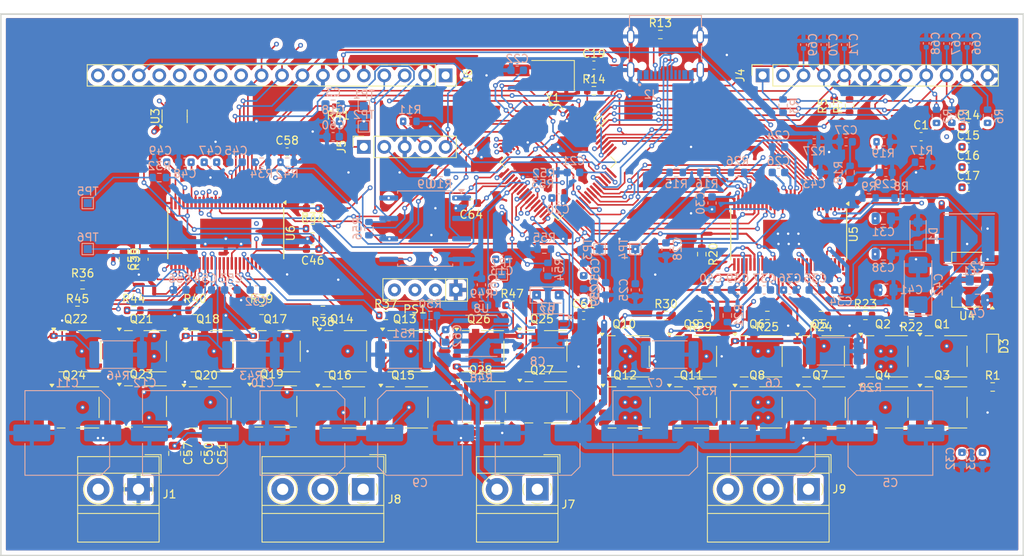
<source format=kicad_pcb>
(kicad_pcb (version 20240108) (generator "pcbnew") (generator_version "8.0")
  (layers (0 "F.Cu" signal "Front Layer") (1 "In1.Cu" power "Ground Plane") (2 "In2.Cu" mixed "Power Plane") (31 "B.Cu" signal "Bottom Layer") (34 "B.Paste" user) (35 "F.Paste" user) (36 "B.SilkS" user "B.Silkscreen") (37 "F.SilkS" user "F.Silkscreen") (38 "B.Mask" user) (39 "F.Mask" user) (44 "Edge.Cuts" user))
  (net 0 "")
  (net 1 "5V")
  (net 2 "GND")
  (net 3 "VCC")
  (net 4 "AVCC")
  (net 5 "DCBUS")
  (net 6 "Net-(U1-PH0)")
  (net 7 "Net-(C14-Pad2)")
  (net 8 "/NRST")
  (net 9 "Net-(U1-VCAP_1)")
  (net 10 "Net-(U1-VCAP_2)")
  (net 11 "Net-(U1-PH1)")
  (net 12 "/M0_SO1")
  (net 13 "GVDD")
  (net 14 "/M0_SO2")
  (net 15 "Net-(U5-CP2)")
  (net 16 "Net-(U5-CP1)")
  (net 17 "Net-(U5-COMP)")
  (net 18 "Net-(U5-DVDD)")
  (net 19 "Net-(C29-Pad1)")
  (net 20 "Net-(U5-AVDD)")
  (net 21 "Net-(D1-K)")
  (net 22 "Net-(U5-BST_BK)")
  (net 23 "Net-(U5-BST_A)")
  (net 24 "/Motor 0/SH_A")
  (net 25 "Net-(U5-BST_B)")
  (net 26 "/Motor 0/SH_B")
  (net 27 "Net-(U5-BST_C)")
  (net 28 "/Motor 0/SH_C")
  (net 29 "/Motor 0/SP1")
  (net 30 "Net-(U5-SN1)")
  (net 31 "/Motor 0/SP2")
  (net 32 "Net-(U5-SN2)")
  (net 33 "/M0_TEMP")
  (net 34 "/M1_SO1")
  (net 35 "/M1_SO2")
  (net 36 "Net-(U6-CP2)")
  (net 37 "Net-(U6-CP1)")
  (net 38 "Net-(U6-DVDD)")
  (net 39 "Net-(U6-AVDD)")
  (net 40 "Net-(U6-BST_A)")
  (net 41 "/Motor 1/SH_A")
  (net 42 "/Motor 1/SH_B")
  (net 43 "Net-(U6-BST_B)")
  (net 44 "Net-(U6-BST_C)")
  (net 45 "/Motor 1/SH_C")
  (net 46 "/Motor 1/SP1")
  (net 47 "Net-(U6-SN1)")
  (net 48 "Net-(U6-SN2)")
  (net 49 "/Motor 1/SP2")
  (net 50 "/M1_TEMP")
  (net 51 "Net-(J7-Pin_1)")
  (net 52 "Net-(D2-K)")
  (net 53 "Net-(U8-+IN)")
  (net 54 "Net-(U8--IN)")
  (net 55 "/AUX_I")
  (net 56 "/AUX_TEMP")
  (net 57 "/VBUS_S")
  (net 58 "/M0_ENC_B")
  (net 59 "/M0_ENC_A")
  (net 60 "/M1_ENC_B")
  (net 61 "/M1_ENC_Z")
  (net 62 "/M1_ENC_A")
  (net 63 "/M0_ENC_Z")
  (net 64 "Net-(J5-Pin_4)")
  (net 65 "Net-(J5-Pin_2)")
  (net 66 "/SPI_MOSI")
  (net 67 "/SPI_MISO")
  (net 68 "/GPIO_1")
  (net 69 "/GPIO_5")
  (net 70 "/GPIO_4")
  (net 71 "/SPI_SCK")
  (net 72 "/CAN_L")
  (net 73 "/GPIO_3")
  (net 74 "/GPIO_2")
  (net 75 "/CAN_H")
  (net 76 "Net-(J7-Pin_2)")
  (net 77 "/Motor 0/SN1")
  (net 78 "/Motor 0/SL_B")
  (net 79 "/Motor 0/SL_C")
  (net 80 "/Motor 0/SN2")
  (net 81 "/Motor 1/SN1")
  (net 82 "/Motor 1/SL_B")
  (net 83 "/Motor 1/SL_C")
  (net 84 "/Motor 1/SN2")
  (net 85 "/USB_DP")
  (net 86 "/USB_DM")
  (net 87 "I-5V")
  (net 88 "IGND")
  (net 89 "Net-(Q5-G)")
  (net 90 "Net-(Q17-G)")
  (net 91 "Net-(Q22-G)")
  (net 92 "Net-(Q1-G)")
  (net 93 "/Aux/DCBUS")
  (net 94 "Net-(Q11-G)")
  (net 95 "Net-(U5-VSENSE)")
  (net 96 "/SWCLK")
  (net 97 "/SWDIO")
  (net 98 "/BOOT0")
  (net 99 "Net-(U5-SO1)")
  (net 100 "Net-(U5-SO2)")
  (net 101 "Net-(U5-DTC)")
  (net 102 "Net-(U5-RT_CLK)")
  (net 103 "/Motor 0/GH_A")
  (net 104 "/Motor 0/GL_A")
  (net 105 "/Motor 0/GH_B")
  (net 106 "/Motor 0/GL_B")
  (net 107 "/Motor 0/GH_C")
  (net 108 "/Motor 0/GL_C")
  (net 109 "Net-(U6-SO1)")
  (net 110 "Net-(U6-SO2)")
  (net 111 "Net-(U6-DTC)")
  (net 112 "/Motor 1/GH_A")
  (net 113 "/Motor 1/GL_A")
  (net 114 "/Motor 1/GH_B")
  (net 115 "/Motor 1/GL_B")
  (net 116 "/Motor 1/GH_C")
  (net 117 "/Motor 1/GL_C")
  (net 118 "Net-(U7-HO)")
  (net 119 "Net-(U7-LO)")
  (net 120 "Net-(U8-OUT)")
  (net 121 "/nFAULT")
  (net 122 "/EN_GATE")
  (net 123 "/CAN_R")
  (net 124 "/CAN_D")
  (net 125 "/M1_NCS")
  (net 126 "/M1_AL")
  (net 127 "/M0_BL")
  (net 128 "/M0_BH")
  (net 129 "/M0_nCS")
  (net 130 "/M0_CH")
  (net 131 "/M1_DC_CAL")
  (net 132 "/M1_BL")
  (net 133 "/M0_DC_CAL")
  (net 134 "/M1_CL")
  (net 135 "/M0_AH")
  (net 136 "/M0_AL")
  (net 137 "/M0_CL")
  (net 138 "/M1_BH")
  (net 139 "/M1_CH")
  (net 140 "/M1_AH")
  (net 141 "/AUX_H")
  (net 142 "/AUX_L")
  (net 144 "/Motor 0/nOCTW")
  (net 158 "Net-(D3-Pad2)")
  (net 159 "Net-(Q25-G)")
  (net 160 "Net-(Q13-G)")
  (net 161 "Net-(Q14-G)")
  (net 162 "Net-(Q18-G)")
  (net 163 "Net-(Q21-G)")
  (net 164 "Net-(Q2-G)")
  (net 165 "Net-(Q26-G)")
  (net 166 "Net-(Q6-G)")
  (net 167 "Net-(Q10-G)")
  (net 169 "Net-(J2-CC1)")
  (footprint "NetTie:NetTie-2_SMD_Pad0.5mm" (layer "F.Cu") (at 38.735 55.245 -90)
    (property "Reference" "NT6" (hide yes))
    (property "Value" "NetTie_2" (hide yes))
  )
  (footprint "Capacitor_SMD:C_0603_1608Metric" (layer "F.Cu") (at 50.8 79.375 -90)
    (property "Reference" "C51")
    (property "Value" "0.1uF")
  )
  (footprint "Resistor_SMD:R_0603_1608Metric" (layer "F.Cu") (at 34.29 61.595)
    (property "Reference" "R45")
    (property "Value" "2.2R")
  )
  (footprint "Resistor_SMD:R_0603_1608Metric" (layer "F.Cu") (at 72.58 62.23)
    (property "Reference" "R37")
    (property "Value" "2.2R")
  )
  (footprint "NetTie:NetTie-2_SMD_Pad0.5mm" (layer "F.Cu") (at 112.459836 52.07)
    (property "Reference" "NT2" (hide yes))
    (property "Value" "NetTie_2" (hide yes))
  )
  (footprint "Resistor_SMD:R_0603_1608Metric" (layer "F.Cu") (at 106.68 27.305)
    (property "Reference" "R13")
    (property "Value" "5.1k")
  )
  (footprint "Resistor_SMD:R_0603_1608Metric" (layer "F.Cu") (at 132.144836 62.23)
    (property "Reference" "R23")
    (property "Value" "2.2R")
  )
  (footprint "Capacitor_SMD:C_0603_1608Metric" (layer "F.Cu") (at 63.5 53.975 180)
    (property "Reference" "C46")
    (property "Value" "2200pF")
  )
  (footprint "Capacitor_SMD:C_0805_2012Metric" (layer "F.Cu") (at 48.895 79.375 -90)
    (property "Reference" "C50")
    (property "Value" "4.7uF")
  )
  (footprint "Package_SO:ONSemi_SO-8FL_488AA" (layer "F.Cu") (at 74.7095 73.66)
    (property "Reference" "Q15")
    (property "Value" "FILL_FOOTPRINT")
  )
  (footprint "NetTie:NetTie-2_SMD_Pad0.5mm" (layer "F.Cu") (at 42.545 52.705)
    (property "Reference" "NT7" (hide yes))
    (property "Value" "NetTie_2" (hide yes))
  )
  (footprint "Diode_SMD:D_0603_1608Metric" (layer "F.Cu") (at 147.955 66.04 -90)
    (property "Reference" "D3")
    (property "Value" "LTST-C190KGKT")
  )
  (footprint "Resistor_SMD:R_0603_1608Metric" (layer "F.Cu") (at 63.5 51.435)
    (property "Reference" "R33")
    (property "Value" "22R")
  )
  (footprint "Crystal:Crystal_SMD_5032-4Pin_5.0x3.2mm" (layer "F.Cu") (at 93.345 32.385 180)
    (property "Reference" "Y1")
    (property "Value" "ABM3B-8.000MHZ-10-1-U-T")
  )
  (footprint "Connector_PinSocket_2.54mm:PinSocket_1x05_P2.54mm_Vertical" (layer "F.Cu") (at 69.85 41.275 90)
    (property "Reference" "J5")
    (property "Value" "Conn_01x05_Socket")
  )
  (footprint "TerminalBlock_MetzConnect:TerminalBlock_MetzConnect_Type011_RT05503HBWC_1x03_P5.00mm_Horizontal" (layer "F.Cu") (at 69.77 83.84 180)
    (property "Reference" "J8")
    (property "Value" "Screw_Terminal_01x03")
  )
  (footprint "Package_SO:HTSSOP-56-1EP_6.1x14mm_P0.5mm_EP3.61x6.35mm" (layer "F.Cu") (at 52.705 52.0034 -90)
    (property "Reference" "U6")
    (property "Value" "~")
  )
  (footprint "Package_SO:ONSemi_SO-8FL_488AA" (layer "F.Cu") (at 33.86225 73.66)
    (property "Reference" "Q24")
    (property "Value" "~")
  )
  (footprint "Capacitor_SMD:C_0603_1608Metric" (layer "F.Cu") (at 144.92 43.785)
    (property "Reference" "C16")
    (property "Value" "0.1uF")
  )
  (footprint "Capacitor_SMD:C_0603_1608Metric" (layer "F.Cu") (at 63.5 48.895 180)
    (property "Reference" "C44")
    (property "Value" "2200pF")
  )
  (footprint "Package_SO:ONSemi_SO-8FL_488AA" (layer "F.Cu") (at 67.10275 66.675)
    (property "Reference" "Q14")
    (property "Value" "~")
  )
  (footprint "Resistor_SMD:R_0603_1608Metric" (layer "F.Cu") (at 98.425 34.29)
    (property "Reference" "R14")
    (property "Value" "47K")
  )
  (footprint "Capacitor_SMD:C_0603_1608Metric" (layer "F.Cu") (at 60.325 41.91)
    (property "Reference" "C58")
    (property "Value" "2.2µF")
  )
  (footprint "Resistor_SMD:R_0603_1608Metric" (layer "F.Cu") (at 111.824836 54.61 -90)
    (property "Reference" "R20")
    (property "Value" "120R")
  )
  (footprint "Package_SO:ONSemi_SO-8FL_488AA" (layer "F.Cu") (at 110.554836 73.66)
    (property "Reference" "Q11")
    (property "Value" "FILL_FOOTPRINT")
  )
  (footprint "TerminalBlock_MetzConnect:TerminalBlock_MetzConnect_Type011_RT05503HBWC_1x03_P5.00mm_Horizontal" (layer "F.Cu") (at 125.079836 83.84 180)
    (property "Reference" "J9")
    (property "Value" "Screw_Terminal_01x03")
  )
  (footprint "Package_TO_SOT_SMD:SOT-23-5" (layer "F.Cu") (at 46.355 37.465 90)
    (property "Reference" "U3")
    (property "Value" "LP5907MFX-3.3_NOPB")
  )
  (footprint "Package_SO:ONSemi_SO-8FL_488AA" (layer "F.Cu") (at 102.189836 67.31)
    (property "Reference" "Q10")
    (property "Value" "~")
  )
  (footprint "Package_SO:ONSemi_SO-8FL_488AA" (layer "F.Cu") (at 91.965 66.675)
    (property "Reference" "Q25")
    (property "Value" "FILL_FOOTPRINT")
  )
  (footprint "Package_SO:ONSemi_SO-8FL_488AA" (layer "F.Cu") (at 134.319836 73.66)
    (property "Reference" "Q4")
    (property "Value" "~")
  )
  (footprint "NetTie:NetTie-2_SMD_Pad0.5mm" (layer "F.Cu") (at 82.55 76.2)
    (property "Reference" "NT1" (hide yes))
    (property "Value" "NetTie_2" (hide yes))
  )
  (footprint "Resistor_SMD:R_0603_1608Metric" (layer "F.Cu") (at 130.175 36.195 90)
    (property "Reference" "R7")
    (property "Value" "3.3k")
  )
  (footprint "Resistor_SMD:R_0603_1608Metric" (layer "F.Cu") (at 40.005 55.245 -90)
    (property "Reference" "R35")
    (property "Value" "120R")
  )
  (footprint "Capacitor_SMD:C_0603_1608Metric" (layer "F.Cu") (at 97.155 62.23)
    (property "Reference" "C61")
    (property "Value" "0.1uF")
  )
  (footprint "Capacitor_SMD:C_0603_1608Metric" (layer "F.Cu") (at 139.065 40.005)
    (property "Reference" "C1")
    (property "Value" "2.2µF")
  )
  (footprint "Resistor_SMD:R_0603_1608Metric" (layer "F.Cu") (at 107.379836 62.23)
    (property "Reference" "R30")
    (property "Value" "2.2R")
  )
  (footprint "Package_SO:ONSemi_SO-8FL_488AA" (layer "F.Cu") (at 42.22775 66.675)
    (property "Reference" "Q21")
    (property "Value" "~")
  )
  (footprint "Package_SO:ONSemi_SO-8FL_488AA" (layer "F.Cu") (at 91.965 73.025)
    (property "Reference" "Q27")
    (property "Value" "~")
  )
  (footprint "Resistor_SMD:R_0603_1608Metric" (layer "F.Cu") (at 137.859836 62.23 180)
    (property "Reference" "R22")
    (property "Value" "2.2R")
  )
  (footprint "Resistor_THT:R_Array_SIP4" (layer "F.Cu") (at 81.28 59.055 180)
    (property "Reference" "PS1")
    (property "Value" "B0505S-1WR3")
  )
  (footprint "Package_SO:ONSemi_SO-8FL_488AA" (layer "F.Cu") (at 42.23 73.535)
    (property "Reference" "Q23")
    (property "Value" "FILL_FOOTPRINT")
  )
  (footprint "Capacitor_SMD:C_0603_1608Metric" (layer "F.Cu") (at 42.545 55.245 90)
    (property "Reference" "C55")
    (property "Value" "2200pF")
  )
  (footprint "TerminalBlock_MetzConnect:TerminalBlock_MetzConnect_Type011_RT05502HBWC_1x02_P5.00mm_Horizontal" (layer "F.Cu") (at 41.87 83.84 180)
    (property "Reference" "J1")
    (property "Value" "Screw_Terminal_01x02")
  )
  (footprint "Resistor_SMD:R_0402_1005Metric" (layer "F.Cu") (at 66.675 36.195 180)
    (property "Reference" "R41")
    (property "Value" "10k")
  )
  (footprint "Capacitor_SMD:C_0603_1608Metric" (layer "F.Cu") (at 98.425 31.115)
    (property "Reference" "C19")
    (property "Value" "0.1uF")
  )
  (footprint "Package_SO:ONSemi_SO-8FL_488AA" (layer "F.Cu") (at 50.26225 73.66)
    (property "Reference" "Q20")
    (property "Value" "~")
  )
  (footprint "Resistor_SMD:R_0603_1608Metric" (layer "F.Cu") (at 64.77 61.595 180)
    (property "Reference" "R38")
    (property "Value" "2.2R")
  )
  (footprint "Package_SO:ONSemi_SO-8FL_488AA" (layer "F.Cu") (at 34.08275 66.675)
    (property "Reference" "Q22")
    (property "Value" "~")
  )
  (footprint "NetTie:NetTie-2_SMD_Pad0.5mm" (layer "F.Cu") (at 43.815 59.055 90)
    (property "Reference" "NT9" (hide yes))
    (property "Value" "NetTie_2" (hide yes))
  )
  (footprint "Capacitor_SMD:C_0805_2012Metric" (layer "F.Cu") (at 46.355 79.375 -90)
    (property "Reference" "C57")
    (property "Value" "4.7uF")
  )
  (footprint "Package_SO:ONSemi_SO-8FL_488AA" (layer "F.Cu") (at 50.48275 66.675)
    (property "Reference" "Q18")
    (property "Value" "~")
  )
  (footprint "Package_SO:ONSemi_SO-8FL_488AA" (layer "F.Cu") (at 58.42225 73.535)
    (property "Reference" "Q19")
    (property "Value" "FILL_FOOTPRINT")
  )
  (footprint "Capacitor_SMD:C_0603_1608Metric" (layer "F.Cu") (at 144.92 38.765)
    (property "Reference" "C14")
    (property "Value" "0.1uF")
  )
  (footprint "NetTie:NetTie-2_SMD_Pad0.5mm" (layer "F.Cu") (at 41.91 58.42)
    (property "Reference" "NT8" (hide yes))
    (property "Value" "NetTie_2" (hide yes))
  )
  (footprint "Resistor_SMD:R_0603_1608Metric" (layer "F.Cu") (at 48.895 61.595)
    (property "Reference" "R40")
    (property "Value" "2.2R")
  )
  (footprint "Resistor_SMD:R_0603_1608Metric" (layer "F.Cu") (at 128.27 36.195 90)
    (property "Reference" "R5")
    (property "Value" "3.3k")
  )
  (footprint "Package_SO:ONSemi_SO-8FL_488AA" (layer "F.Cu") (at 134.319836 67.31)
    (property "Reference" "Q2")
    (property "Value" "~")
  )
  (footprint "Capacitor_SMD:C_0603_1608Metric" (layer "F.Cu") (at 83.185 48.26 180)
    (property "Reference" "C64")
    (property "Value" "2.2µF")
  )
  (footprint "Package_TO_SOT_SMD:SOT-223" (layer "F.Cu") (at 144.78 57.785 180)
    (property "Reference" "U4")
    (property "Value" "LDL1117S33R")
  )
  (footprint "Package_SO:ONSemi_SO-8FL_488AA" (layer "F.Cu") (at 126.539836 73.66)
    (property "Reference" "Q7")
    (property "Value" "FILL_FOOTPRINT")
  )
  (footprint "Capacitor_SMD:C_0603_1608Metric" (layer "F.Cu") (at 144.92 46.295)
    (property "Reference" "C17")
    (property "Value" "0.1uF")
  )
  (footprint "Package_SO:ONSemi_SO-8FL_488AA" (layer "F.Cu") (at 66.88225 73.66)
    (property "Reference" "Q16")
    (property "Value" "~")
  )
  (footprint "Package_SO:ONSemi_SO-8FL_488AA" (layer "F.Cu") (at 84.345 73.025)
    (property "Reference" "Q28")
    (property "Value" "~")
  )
  (footprint "Resistor_SMD:R_0603_1608Metric" (layer "F.Cu") (at 57.15 61.595)
    (property "Reference" "R39")
    (property "Value" "2.2R")
  )
  (footprint "NetTie:NetTie-2_SMD_Pad0.5mm" (layer "F.Cu") (at 79.875 66.675)
    (property "Reference" "NT3" (hide yes))
    (property "Value" "NetTie_2" (hide yes))
  )
  (footprint "Resistor_SMD:R_0603_1608Metric" (layer "F.Cu") (at 147.955 71.12)
    (property "Reference" "R1")
    (property "Value" "1k")
  )
  (footprint "Package_SO:ONSemi_SO-8FL_488AA" (layer "F.Cu") (at 118.699836 73.66)
    (property "Reference" "Q8")
    (property "Value" "~")
  )
  (footprint "Package_SO:ONSemi_SO-8FL_488AA" (layer "F.Cu") (at 141.669836 73.66)
    (property "Reference" "Q3")
    (property "Value" "~")
  )
  (footprint "Capacitor_SMD:C_0603_1608Metric" (layer "F.Cu") (at 144.92 41.275)
    (property "Reference" "C15")
    (property "Value" "0.1uF")
  )
  (footprint "NetTie:NetTie-2_SMD_Pad0.5mm" (layer "F.Cu") (at 82.55 77.47)
    (property "Reference" "NT10" (hide yes))
    (property "Value" "NetTie_2" (hide yes))
  )
  (footprint "NetTie:NetTie-2_SMD_Pad0.5mm" (layer "F.Cu") (at 117.539836 62.23 90)
    (property "Reference" "NT4" (hide yes))
    (property "Value" "NetTie_2" (hide yes))
  )
  (footprint "Package_SO:ONSemi_SO-8FL_488AA" (layer "F.Cu") (at 58.84775 66.675)
    (property "Reference" "Q17")
    (property "Value" "~")
  )
  (footprint "Package_SO:ONSemi_SO-8FL_488AA" (layer "F.Cu") (at 102.299836 73.66)
    (property "Reference" "Q12")
    (property "Value" "~")
  )
  (footprint "Package_QFP:LQFP-64_10x10mm_P0.5mm" (layer "F.Cu") (at 93.98 43.18 -45)
    (property "Reference" "U1")
    (property "Value" "STM32F405RGTx")
  )
  (footprint "Resistor_SMD:R_0603_1608Metric" (layer "F.Cu") (at 111.634836 62.23 180)
    (property "Reference" "R29")
    (property "Value" "2.2R")
  )
  (footprint "Resistor_SMD:R_0603_1608Metric" (layer "F.Cu") (at 88.265 60.96)
    (property "Reference" "R47")
    (property "Value" "2.2R")
  )
  (footprint "Connector_PinSocket_2.54mm:PinSocket_1x18_P2.54mm_Vertical" (layer "F.Cu") (at 80.01 32.385 -90)
    (property "Reference" "J6")
    (property "Value" "Conn_01x18_Socket")
  )
  (footprint "Package_SO:HTSSOP-56-1EP_6.1x14mm_P0.5mm_EP3.61x6.35mm" (layer "F.Cu") (at 122.619836 52.1366 -90)
    (property "Reference" "U5")
    (property "Value" "~")
  )
  (footprint "Package_SO:ONSemi_SO-8FL_488AA" (layer "F.Cu") (at 74.93 66.675)
    (property "Reference" "Q13")
    (property "Value" "~")
  )
  (footprint "Resistor_SMD:R_0603_1608Metric" (layer "F.Cu") (at 126.619836 62.23 180)
    (property "Reference" "R24")
    (property "Value" "2.2R")
  )
  (footprint "Resistor_SMD:R_0603_1608Metric" (layer "F.Cu") (at 119.969836 62.23 180)
    (property "Reference" "R25")
    (property "Value" "2.2R")
  )
  (footprint "Package_SO:ONSemi_SO-8FL_488AA" (layer "F.Cu") (at 141.669836 67.31)
    (property "Reference" "Q1")
    (property "Value" "~")
  )
  (footprint "Package_SO:ONSemi_SO-8FL_488AA" (layer "F.Cu") (at 110.554836 67.31)
    (property "Reference" "Q9")
    (property "Value" "~")
  )
  (footprint "Package_SO:ONSemi_SO-8FL_488AA" (layer "F.Cu") (at 126.429836 67.31)
    (property "Reference" "Q5")
    (property "Value" "~")
  )
  (footprint "Package_SO:ONSemi_SO-8FL_488AA" (layer "F.Cu") (at 118.699836 67.31)
    (property "Reference" "Q6")
    (property "Value" "~")
  )
  (footprint "Resistor_SMD:R_0603_1608Metric" (layer "F.Cu") (at 34.925 58.42)
    (property "Reference" "R36")
    (property "Value" "120R")
  )
  (footprint "Package_SO:ONSemi_SO-8FL_488AA" (layer "F.Cu") (at 84.13775 66.675)
    (property "Reference" "Q26")
    (property "Value" "~")
  )
  (footprint "Resistor_SMD:R_0603_1608Metric" (layer "F.Cu") (at 41.275 61.595)
    (property "Reference" "R44")
    (property "Value" "2.2R")
  )
  (footprint "Connector_PinSocket_2.54mm:PinSocket_1x12_P2.54mm_Vertical" (layer "F.Cu") (at 119.38 32.385 90)
    (property "Reference" "J4")
    (property "Value" "Conn_01x12_Socket")
  )
  (footprint "TerminalBlock_MetzConnect:TerminalBlock_MetzConnect_Type011_RT05502HBWC_1x02_P5.00mm_Horizontal" (layer "F.Cu") (at 91.4 83.84 180)
    (property "Reference" "J7")
    (property "Value" "Screw_Terminal_01x02")
  )
  (footprint "Capacitor_SMD:C_0402_1005Metric" (layer "B.Cu") (at 129.54 28.575 90)
    (property "Reference" "C71")
    (property "Value" "22nF")
  )
  (footprint "Capacitor_SMD:C_0603_1608Metric" (layer "B.Cu") (at 99.899836 58.915 -90)
    (property "Reference" "C23")
    (property "Value" "2200pF")
  )
  (footprint "Resistor_SMD:R_0603_1608Metric" (layer "B.Cu") (at 92.71 56.515 90)
    (property "Reference" "R54")
    (property "Value" "18K")
  )
  (footprint "Capacitor_SMD:C_Elec_10x10.2" (layer "B.Cu") (at 91.44 76.835 180)
    (property "Reference" "C8")
    (property "Value" "470uF")
  )
  (footprint "Diode_SMD:D_SOD-123F" (layer "B.Cu") (at 138.684836 52.07 90)
    (property "Reference" "D1")
    (property "Value" "D")
  )
  (footprint "Capacitor_SMD:C_0603_1608Metric" (layer "B.Cu") (at 66.04 38.1 180)
    (property "Reference" "C18")
    (property "Value" "0.1uF")
  )
  (footprint "Capacitor_SMD:C_0603_1608Metric" (layer "B.Cu") (at 121.349836 44.45 180)
    (property "Reference" "C26")
    (property "Value" "0.022µF")
  )
  (footprint "Package_SO:SOP-8_6.62x9.15mm_P2.54mm" (layer "B.Cu") (at 77.47 51.435 180)
    (property "Reference" "U9")
    (property "Value" "ISO1050DUB")
  )
  (footprint "Capacitor_SMD:C_0603_1608Metric" (layer "B.Cu") (at 119.584836 59.055 180)
    (property "Reference" "C37")
    (property "Value" "0.1uF")
  )
  (footprint "TestPoint:TestPoint_Pad_1.0x1.0mm" (layer "B.Cu") (at 103.569836 53.975 -90)
    (property "Reference" "TP4")
    (property "Value" "TESTPOINT")
  )
  (footprint "TestPoint:TestPoint_Pad_1.0x1.0mm" (layer "B.Cu") (at 35.56 53.975 180)
    (property "Reference" "TP6")
    (property "Value" "TESTPOINT")
  )
  (footprint "Package_SO:SOIC-8_3.9x4.9mm_P1.27mm" (layer "B.Cu") (at 84.455 64.77 180)
    (property "Reference" "U8")
    (property "Value" "~")
  )
  (footprint "Resistor_SMD:R_0603_1608Metric" (layer "B.Cu") (at 130.239836 44.45 -90)
    (property "Reference" "R18")
    (property "Value" "47K")
  )
  (footprint "Resistor_SMD:R_0603_1608Metric" (layer "B.Cu") (at 136.589836 47.625 180)
    (property "Reference" "R8")
    (property "Value" "18k")
  )
  (footprint "Capacitor_SMD:C_Elec_10x10.2" (layer "B.Cu") (at 135.255 76.835)
    (property "Reference" "C5")
    (property "Value" "470uF")
  )
  (footprint "Resistor_SMD:R_0603_1608Metric" (layer "B.Cu") (at 142.875 37.465 90)
    (property "Reference" "R4")
    (property "Value" "3.3k")
  )
  (footprint "Capacitor_SMD:C_0603_1608Metric" (layer "B.Cu") (at 44.59 43.18 180)
    (property "Reference" "C49")
    (property "Value" "2.2µF")
  )
  (footprint "Capacitor_SMD:C_0603_1608Metric" (layer "B.Cu") (at 113.094836 48.26 -90)
    (property "Reference" "C30")
    (property "Value" "2.2µF")
  )
  (footprint "Capacitor_SMD:C_0603_1608Metric" (layer "B.Cu") (at 97.155 56.515 90)
    (property "Reference" "C65")
    (property "Value" "2.2µF")
  )
  (footprint "TestPoint:TestPoint_Pad_1.0x1.0mm" (layer "B.Cu") (at 35.56 48.26 180)
    (property "Reference" "TP5")
    (property "Value" "TESTPOINT")
  )
  (footprint "Resistor_SMD:R_0402_1005Metric" (layer "B.Cu") (at 125.794836 40.64)
    (property "Reference" "R27")
    (property "Value" "10k")
  )
  (footprint "Capacitor_SMD:C_Elec_10x10.2" (layer "B.Cu") (at 62.23 76.835 180)
    (property "Reference" "C10")
    (property "Value" "470uF")
  )
  (footprint "Capacitor_SMD:C_0603_1608Metric" (layer "B.Cu") (at 66.04 40.005 180)
    (property "Reference" "C60")
    (property "Value" "0.1uF")
  )
  (footprint "Resistor_SMD:R_2512_6332Metric" (layer "B.Cu") (at 74.835 67.095 180)
    (property "Reference" "R51")
    (property "Value" "500uOhm")
  )
  (footprint "Capacitor_SMD:C_Elec_10x10.2" (layer "B.Cu") (at 33.02 76.835 180)
    (property "Reference" "C11")
    (property "Value" "470uF")
  )
  (footprint "Capacitor_SMD:C_0603_1608Metric" (layer "B.Cu") (at 50.165 59.055 180)
    (property "Reference" "C54")
    (property "Value" "0.1uF")
  )
  (footprint "Capacitor_SMD:C_0603_1608Metric" (layer "B.Cu") (at 129.744836 40.64 180)
    (property "Reference" "C27")
    (property "Value" "82pF")
  )
  (footprint "Capacitor_SMD:C_0805_2012Metric" (layer "B.Cu") (at 146.05 57.785 180)
    (property "Reference" "C2")
    (property "Value" "4.7uF")
  )
  (footprint "usb-c:HRO_TYPE-C-31-M-12" (layer "B.Cu") (at 107.315 27.5475)
    (property "Reference" "J2")
    (property "Value" "TYPE-C-31-M-12")
  )
  (footprint "Capacitor_SMD:C_0603_1608Metric" (layer "B.Cu") (at 116.269836 59.055 180)
    (property "Reference" "C39")
    (property "Value" "2200pF")
  )
  (footprint "Capacitor_SMD:C_0603_1608Metric" (layer "B.Cu") (at 134.684836 44.45)
    (property "Reference" "C29")
    (property "Value" "270pF")
  )
  (footprint "Resistor_SMD:R_2512_6332Metric" (layer "B.Cu") (at 107.835 67.095)
    (property "Reference" "R31")
    (property "Value" "500uOhm")
  )
  (footprint "Capacitor_SMD:C_0603_1608Metric" (layer "B.Cu") (at 146.685 80.01 -90)
    (property "Reference" "C33")
    (property "Value" "0.1uF")
  )
  (footprint "Capacitor_SMD:C_0603_1608Metric" (layer "B.Cu") (at 122.759836 59.055 180)
    (property "Reference" "C36")
    (property "Value" "0.1uF")
  )
  (footprint "Resistor_SMD:R_0603_1608Metric" (layer "B.Cu") (at 75.565 38.1 180)
    (property "Reference" "R11")
    (property "Value" "22R")
  )
  (footprint "Capacitor_SMD:C_0603_1608Metric" (layer "B.Cu") (at 129.109836 59.055)
    (property "Reference" "C34")
    (property "Value" "0.1uF")
  )
  (footprint "Resistor_SMD:R_0603_1608Metric" (layer "B.Cu") (at 70.485 51.435 -90)
    (property "Reference" "R56")
    (property "Value" "120R")
  )
  (footprint "Capacitor_SMD:C_0603_1608Metric" (layer "B.Cu") (at 97.155 59.69 90)
    (property "Reference" "C59")
    (property "Value" "2.2µF")
  )
  (footprint "Capacitor_Tantalum_SMD:CP_EIA-6032-28_Kemet-C" (layer "B.Cu") (at 138.684836 58.42 90)
    (property "Reference" "C42")
    (property "Value" "68uF")
  )
  (footprint "Resistor_SMD:R_0603_1608Metric" (layer "B.Cu") (at 132.589836 47.625 180)
    (property "Reference" "R9")
    (property "Value" "3.3k")
  )
  (footprint "Capacitor_SMD:C_0603_1608Metric" (layer "B.Cu") (at 46.99 59.055 180)
    (property "Reference" "C56")
    (property "Value" "2200pF")
  )
  (footprint "Capacitor_SMD:C_Elec_10x10.2" (layer "B.Cu") (at 106.045 76.835 180)
    (property "Reference" "C7")
    (property "Value" "470uF")
  )
  (footprint "Capacitor_SMD:C_0603_1608Metric" (layer "B.Cu") (at 88.9 31.75 180)
    (property "Reference" "C22")
    (property "Value" "10pF")
  )
  (footprint "Diode_SMD:D_SOD-123F" (layer "B.Cu") (at 92.71 59.69)
    (property "Reference" "D2")
    (property "Value" "D")
  )
  (footprint "Resistor_SMD:R_0603_1608Metric" (layer "B.Cu") (at 147.32 37.465 90)
    (property "Reference" "R6")
    (property "Value" "3.3k")
  )
  (footprint "Capacitor_SMD:C_0402_1005Metric" (layer "B.Cu") (at 124.46 28.575 90)
    (property "Reference" "C69")
    (property "Value" "22nF")
  )
  (footprint "Capacitor_SMD:C_Elec_10x10.2" (layer "B.Cu") (at 76.835 76.835)
    (property "Reference" "C9")
    (property "Value" "470uF")
  )
  (footprint "Capacitor_SMD:C_0603_1608Metric" (layer "B.Cu") (at 125.794836 44.45)
    (property "Reference" "C43")
    (property "Value" "2.2µF")
  )
  (footprint "Capacitor_SMD:C_0603_1608Metric" (layer "B.Cu") (at 144.145 80.01 -90)
    (property "Reference" "C32")
    (property "Value" "0.1uF")
  )
  (footprint "Capacitor_SMD:C_0805_2012Metric" (layer "B.Cu") (at 146.05 60.325)
    (property "Reference" "C4")
    (property "Value" "4.7uF")
  )
  (footprint "Resistor_SMD:R_0402_1005Metric" (layer "B.Cu") (at 92.2 45.72 180)
    (property "Reference" "R52")
    (property "Value" "10k")
  )
  (footprint "Resistor_SMD:R_0603_1608Metric" (layer "B.Cu") (at 78.105 62.23 180)
    (property "Reference" "R50")
    (property "Value" "120R")
  )
  (footprint "Capacitor_SMD:C_0402_1005Metric" (layer "B.Cu") (at 127 28.575 90)
    (property "Reference" "C70")
    (property "Value" "22nF")
  )
  (footprint "Capacitor_SMD:C_0402_1005Metric" (layer "B.Cu") (at 144.78 28.42 90)
    (property "Reference" "C66")
    (property "Value" "22nF")
  )
  (footprint "Resistor_SMD:R_0603_1608Metric" (layer "B.Cu") (at 92.075 44.45)
    (property "Reference" "R53")
    (property "Value" "3.3k")
  )
  (footprint "Resistor_SMD:R_0603_1608Metric" (layer "B.Cu") (at 44.45 45.085 180)
    (property "Reference" "R32")
    (property "Value" "22R")
  )
  (footprint "Resistor_SMD:R_2512_6332Metric" (layer "B.Cu") (at 55.835 67.095)
    (property "Reference" "R43")
    (property "Value" "500uOhm")
  )
  (footprint "Capacitor_SMD:C_0603_1608Metric" (layer "B.Cu") (at 93.98 47.625)
    (property "Reference" "C20")
    (property "Value" "2.2µF")
  )
  (footprint "TestPoint:TestPoint_Pad_1.0x1.0mm" (layer "B.Cu") (at 69.85 38.735 180)
    (property "Reference" "TP2")
    (property "Value" "TESTPOINT")
  )
  (footprint "Resistor_SMD:R_0603_1608Metric" (layer "B.Cu") (at 114.999836 62.23 90)
    (property "Reference" "R21")
    (property "Value" "120R")
  )
  (footprint "Capacitor_SMD:C_0603_1608Metric" (layer "B.Cu") (at 53.975 43.18 180)
    (property "Reference" "C45")
    (property "Value" "2.2µF")
  )
  (footprint "Capacitor_SMD:C_0805_2012Metric" (layer "B.Cu") (at 66.04 36.195 180)
    (property "Reference" "C3")
    (property "Value" "4.7uF")
  )
  (footprint "Resistor_SMD:R_0603_1608Metric" (layer "B.Cu") (at 134.354836 40.64)
    (property "Reference" "R19")
    (property "Value" "220k")
  )
  (footprint "Inductor_SMD:L_Taiyo-Yuden_NR-60xx" (layer "B.Cu") (at 145.034836 52.705)
    (property "Reference" "L1")
    (property "Value" "22uH")
  )
  (footprint "Capacitor_SMD:C_0603_1608Metric" (layer "B.Cu") (at 47.625 43.18)
    (property "Reference" "C48")
    (property "Value" "2.2µF")
  )
  (footprint "Resistor_SMD:R_0603_1608Metric" (layer "B.Cu") (at 92.265 53.975 180)
    (property "Reference" "R55")
    (property "Value" "1k")
  )
  (footprint "Capacitor_SMD:C_0805_2012Metric" (layer "B.Cu") (at 134.369836 54.61)
    (property "Reference" "C38")
    (property "Value" "4.7uF")
  )
  (footprint "Capacitor_SMD:C_0603_1608Metric" (layer "B.Cu") (at 80.01 64.77 90)
    (property "Reference" "C62")
    (property "Value" "2200pF")
  )
  (footprint "Capacitor_SMD:C_0805_2012Metric" (layer "B.Cu") (at 134.684836 59.055)
    (property "Reference" "C41")
    (property "Value" "4.7uF")
  )
  (footprint "Resistor_SMD:R_0603_1608Metric" (layer "B.Cu") (at 108.649836 44.45)
    (property "Reference" "R15")
    (property "Value" "22R")
  )
  (footprint "TestPoint:TestPoint_Pad_1.0x1.0mm" (layer "B.Cu") (at 69.85 36.195 180)
    (property "Reference" "TP1")
    (property "Value" "TESTPOINT")
  )
  (footprint "Resistor_SMD:R_0603_1608Metric" (layer "B.Cu") (at 60.325 43.18)
    (property "Reference" "R42")
    (property "Value" "3.3k")
  )
  (footprint "Resistor_SMD:R_0603_1608Metric" (layer "B.Cu") (at 121.92 36.195 90)
    (property "Reference" "R3")
    (property "Value" "3.3k")
  )
  (footprint "Capacitor_SMD:C_0603_1608Metric" (layer "B.Cu") (at 112.954836 59.055 180)
    (property "Reference" "C40")
    (property "Value" "2200pF")
  )
  (footprint "Resistor_SMD:R_0603_1608Metric" (layer "B.Cu") (at 79.375 44.45)
    (property "Reference" "R10")
    (property "Value" "22R")
  )
  (footprint "Resistor_SMD:R_0603_1608Metric" (layer "B.Cu") (at 84.455 60.96 180)
    (property "Reference" "R49")
    (property "Value" "120R")
  )
  (footprint "Resistor_SMD:R_0603_1608Metric" (layer "B.Cu") (at 116.269836 44.45 180)
    (property "Reference" "R26")
    (property "Value" "3.3k")
  )
  (footprint "Capacitor_SMD:C_0603_1608Metric" (layer "B.Cu") (at 86.995 55.245)
    (property "Reference" "C13")
    (property "Value" "10pF")
  )
  (footprint "Capacitor_SMD:C_0402_1005Metric" (layer "B.Cu") (at 142.24 28.42 90)
    (property "Reference" "C67")
    (property "Value" "22nF")
  )
  (footprint "Capacitor_SMD:C_0402_1005Metric" (layer "B.Cu") (at 139.7 28.4 90)
    (property "Reference" "C68")
    (property "Value" "22nF")
  )
  (footprint "TestPoint:TestPoint_Pad_1.0x1.0mm" (layer "B.Cu") (at 86.995 57.15 180)
    (property "Reference" "TP7")
    (property "Value" "TESTPOINT")
  )
  (footprint "Capacitor_SMD:C_0603_1608Metric" (layer "B.Cu") (at 103.569836 59.055 -90)
    (property "Reference" "C25")
    (property "Value" "2200pF")
  )
  (footprint "NetTie:NetTie-2_SMD_Pad0.5mm" (layer "B.Cu") (at 113.729836 62.23 -90)
    (property "Reference" "NT5" (hide yes))
    (property "Value" "NetTie_2" (hide yes))
  )
  (footprint "Capacitor_SMD:C_0805_2012Metric" (layer "B.Cu") (at 134.369836 50.165)
    (property "Reference" "C31")
    (property "Value" "4.7uF")
  )
  (footprint "Capacitor_SMD:C_0603_1608Metric" (layer "B.Cu") (at 50.8 43.18 180)
    (property "Reference" "C47")
    (property "Value" "0.022µF")
  )
  (footprint "Capacitor_SMD:C_Elec_10x10.2" (layer "B.Cu") (at 120.65 76.835 180)
    (property "Reference" "C6")
    (property "Value" "470uF")
  )
  (footprint "Resistor_SMD:R_0603_1608Metric" (layer "B.Cu") (at 84.455 68.58)
    (property "Reference" "R48")
    (property "Value" "2.2R")
  )
  (footprint "Capacitor_SMD:C_0603_1608Metric" (layer "B.Cu") (at 107.379836 53.975 90)
    (property "Reference" "C28")
    (property "Value" "2.2µF")
  )
  (footprint "Capacitor_SMD:C_0603_1608Metric" (layer "B.Cu") (at 125.934836 59.055 180)
    (property "Reference" "C35")
    (property "Value" "0.1uF")
  )
  (footprint "Capacitor_SMD:C_0603_1608Metric" (layer "B.Cu") (at 121.349836 41.275 180)
    (property "Reference" "C24")
    (property "Value" "2.2µF")
  )
  (footprint "Capacitor_SMD:C_0603_1608Metric" (layer "B.Cu") (at 84.455 58.42 90)
    (property "Reference" "C63")
    (property "Value" "2200pF")
  )
  (footprint "Resistor_SMD:R_0603_1608Metric" (layer "B.Cu") (at 57.15 43.18)
    (property "Reference" "R34")
    (property "Value" "18k")
  )
  (footprint "Resistor_SMD:R_0603_1608Metric" (layer "B.Cu") (at 112.459836 44.45)
    (property "Reference" "R16")
    (property "Value" "22R")
  )
  (footprint "Package_SON:WSON-8-1EP_4x4mm_P0.8mm_EP2.6x3mm" (layer "B.Cu") (at 92.71 64.135 180)
    (property "Reference" "U7")
    (property "Value" "~")
  )
  (footprint "NetTie:NetTie-2_SMD_Pad0.5mm" (layer "B.Cu") (at 116.269836 60.96 -90)
    (property "Reference" "NT12" (hide yes))
    (property "Value" "NetTie_2" (hide yes))
  )
  (footprint "Resistor_SMD:R_2512_6332Metric" (layer "B.Cu") (at 128.334836 66.675)
    (property "Reference" "R28")
    (property "Value" "500uOhm")
  )
  (footprint "Resistor_SMD:R_0603_1608Metric" (layer "B.Cu") (at 140.97 37.465 90)
    (property "Reference" "R2")
    (property "Value" "3.3k")
  )
  (footprint "Capacitor_SMD:C_Elec_10x10.2" (layer "B.Cu") (at 47.625 76.835 180)
    (property "Reference" "C12")
    (property "Value" "470uF")
  )
  (footprint "TestPoint:TestPoint_Pad_1.0x1.0mm" (layer "B.Cu") (at 99.124836 53.975 -90)
    (property "Reference" "TP3")
    (property "Value" "TESTPOINT")
  )
  (footprint "Resistor_SMD:R_0603_1608Metric" (layer "B.Cu") (at 139.129836 43.18 180)
    (property "Reference" "R17")
    (property "Value" "18k")
  )
  (footprint "Capacitor_SMD:C_0603_1608Metric" (layer "B.Cu") (at 95.885 44.45 180)
    (property "Reference" "C21")
    (property "Value" "2.2µF")
  )
  (footprint "Capacitor_SMD:C_0603_1608Metric" (layer "B.Cu") (at 53.34 59.055 180)
    (property "Reference" "C53")
    (property "Value" "0.1uF")
  )
  (footprint "Capacitor_SMD:C_0603_1608Metric" (layer "B.Cu") (at 56.515 59.055)
    (property "Reference" "C52")
    (property "Value" "0.1uF")
  )
  (footprint "Resistor_SMD:R_2512_6332Metric" (layer "B.Cu") (at 39.335 67.095)
    (property "Reference" "R46")
    (property "Value" "500uOhm")
  )
  (gr_rect (start 24.765 24.765) (end 151.765 92.075) (stroke (width 0.2)) (fill none) (layer "Edge.Cuts"))
  (segment (start 133.35 36.381424) (end 133.35 35.981471) (width 0.2) (layer "F.Cu") (net 1))
  (segment (start 45.405 38.6025) (end 44.5825 38.6025) (width 0.762) (layer "F.Cu") (net 1))
  (segment (start 45.705001 37.64) (end 47.004999 37.64) (width 0.2) (layer "F.Cu") (net 1))
  (segment (start 136.946471 32.385) (end 137.16 32.385) (width 0.2) (layer "F.Cu") (net 1))
  (segment (start 44.5825 38.6025) (end 43.815 39.37) (width 0.762) (layer "F.Cu") (net 1))
  (segment (start 47.004999 37.64) (end 47.305 37.940001) (width 0.2) (layer "F.Cu") (net 1))
  (segment (start 138.29 40.005) (end 136.973576 40.005) (width 0.2) (layer "F.Cu") (net 1))
  (segment (start 45.405 37.940001) (end 45.705001 37.64) (width 0.2) (layer "F.Cu") (net 1))
  (segment (start 136.973576 40.005) (end 133.35 36.381424) (width 0.2) (layer "F.Cu") (net 1))
  (segment (start 47.305 37.940001) (end 47.305 38.6025) (width 0.2) (layer "F.Cu") (net 1))
  (segment (start 133.35 35.981471) (end 136.946471 32.385) (width 0.2) (layer "F.Cu") (net 1))
  (segment (start 45.405 38.6025) (end 45.405 37.940001) (width 0.2) (layer "F.Cu") (net 1))
  (via (at 147.32 51.435) (size 0.6) (drill 0.3) (layers "F.Cu" "B.Cu") (net 1))
  (via (at 43.815 39.37) (size 0.6) (drill 0.3) (layers "F.Cu" "B.Cu") (net 1))
  (via (at 147.32 55.245) (size 0.6) (drill 0.3) (layers "F.Cu" "B.Cu") (net 1))
  (segment (start 142.304836 47.625) (end 147.384836 52.705) (width 0.2) (layer "B.Cu") (net 1))
  (segment (start 139.207336 60.8825) (end 138.684836 60.8825) (width 0.2) (layer "B.Cu") (net 1))
  (segment (start 147.384836 52.705) (end 139.207336 60.8825) (width 0.2) (layer "B.Cu") (net 1))
  (segment (start 137.414836 47.625) (end 142.304836 47.625) (width 0.2) (layer "B.Cu") (net 1))
  (segment (start 99.25 31.165) (end 99.2 31.115) (width 0.2) (layer "F.Cu") (net 2))
  (segment (start 89.627459 45.049999) (end 92.404995 45.049999) (width 0.2) (layer "F.Cu") (net 2))
  (segment (start 89.317981 40.992855) (end 89.93277 40.992855) (width 0.2) (layer "F.Cu") (net 2))
  (segment (start 58.955 55.7534) (end 58.955 56.7784) (width 0.2) (layer "F.Cu") (net 2))
  (segment (start 89.627459 45.049999) (end 88.90127 44.32381) (width 0.2) (layer "F.Cu") (net 2))
  (segment (start 115.869836 48.3866) (end 115.869836 47.924836) (width 0.2) (layer "F.Cu") (net 2))
  (segment (start 95.694734 36.869072) (end 95.180472 37.383334) (width 0.2) (layer "F.Cu") (net 2))
  (segment (start 86.405 76.2) (end 87.04 76.835) (width 0.2) (layer "F.Cu") (net 2))
  (segment (start 88.90127 44.32381) (end 88.239996 44.32381) (width 0.2) (layer "F.Cu") (net 2))
  (segment (start 83.05 77.47) (end 86.405 77.47) (width 0.2) (layer "F.Cu") (net 2))
  (segment (start 92.404995 45.049999) (end 93.004994 44.45) (width 0.2) (layer "F.Cu") (net 2))
  (segment (start 99.2 31.115) (end 102.475 31.115) (width 0.2) (layer "F.Cu") (net 2))
  (segment (start 80.375 66.675) (end 80.375 65.7855) (width 0.2) (layer "F.Cu") (net 2))
  (segment (start 58.955 56.7784) (end 59.302337 57.125737) (width 0.2) (layer "F.Cu") (net 2))
  (segment (start 115.869836 47.924836) (end 115.57 47.625) (width 0.2) (layer "F.Cu") (net 2))
  (segment (start 81.915 77.47) (end 81.915 76.335) (width 0.2) (layer "F.Cu") (net 2))
  (segment (start 99.25 34.29) (end 99.25 31.165) (width 0.2) (layer "F.Cu") (net 2))
  (segment (start 95.076015 37.558499) (end 95.076015 38.053476) (width 0.2) (layer "F.Cu") (net 2))
  (segment (start 123.369836 57.373869) (end 123.496836 57.500869) (width 0.2) (layer "F.Cu") (net 2))
  (segment (start 81.3905 64.77) (end 81.3905 59.1655) (width 0.2) (layer "F.Cu") (net 2))
  (segment (start 88.239996 44.32381) (end 87.669072 44.894734) (width 0.2) (layer "F.Cu") (net 2))
  (segment (start 53.455 54.495) (end 54.61 53.34) (width 0.2) (layer "F.Cu") (net 2))
  (segment (start 95.180472 37.383334) (end 95.180472 37.454042) (width 0.2) (layer "F.Cu") (net 2))
  (segment (start 115.57 47.625) (end 114.504836 47.625) (width 0.2) (layer "F.Cu") (net 2))
  (segment (start 88.729732 40.404606) (end 89.317981 40.992855) (width 0.2) (layer "F.Cu") (net 2))
  (segment (start 59.302337 57.125737) (end 60.325 57.125737) (width 0.2) (layer "F.Cu") (net 2))
  (segment (start 95.180472 37.454042) (end 95.076015 37.558499) (width 0.2) (layer "F.Cu") (net 2))
  (segment (start 89.93277 40.992855) (end 90.209809 40.715816) (width 0.2) (layer "F.Cu") (net 2))
  (segment (start 114.504836 47.625) (end 113.094836 49.035) (width 0.2) (layer "F.Cu") (net 2))
  (segment (start 102.475 31.115) (end 102.995 31.635) (width 0.2) (layer "F.Cu") (net 2))
  (segment (start 81.3905 59.1655) (end 81.28 59.055) (width 0.2) (layer "F.Cu") (net 2))
  (segment (start 86.405 77.47) (end 87.04 76.835) (width 0.2) (layer "F.Cu") (net 2))
  (segment (start 80.375 65.7855) (end 81.3905 64.77) (width 0.2) (layer "F.Cu") (net 2))
  (segment (start 81.915 76.335) (end 82.05 76.2) (width 0.2) (layer "F.Cu") (net 2))
  (segment (start 81.915 48.26) (end 82.41 48.26) (width 0.2) (layer "F.Cu") (net 2))
  (segment (start 81.28 48.895) (end 81.915 48.26) (width 0.2) (layer "F.Cu") (net 2))
  (segment (start 123.369836 55.8866) (end 123.369836 57.373869) (width 0.2) (layer "F.Cu") (net 2))
  (segment (start 83.05 76.2) (end 86.405 76.2) (width 0.2) (layer "F.Cu") (net 2))
  (segment (start 53.455 55.7534) (end 53.455 54.495) (width 0.2) (layer "F.Cu") (net 2))
  (via (at 38.1 69.85) (size 0.6) (drill 0.3) (layers "F.Cu" "B.Cu") (net 2))
  (via (at 138.43 55.245) (size 0.6) (drill 0.3) (layers "F.Cu" "B.Cu") (net 2))
  (via (at 69.85 38.1) (size 0.6) (drill 0.3) (layers "F.Cu" "B.Cu") (net 2))
  (via (at 78.74 48.895) (size 0.6) (drill 0.3) (layers "F.Cu" "B.Cu") (net 2))
  (via (at 131.572586 65.405) (size 0.6) (drill 0.3) (layers "F.Cu" "B.Cu") (net 2))
  (via (at 96.52 68.58) (size 0.6) (drill 0.3) (layers "F.Cu" "B.Cu") (net 2))
  (via (at 122.555 52.07) (size 0.6) (drill 0.3) (layers "F.Cu" "B.Cu") (net 2))
  (via (at 138.43 44.45) (size 0.6) (drill 0.3) (layers "F.Cu" "B.Cu") (net 2))
  (via (at 110.49 41.275) (size 0.6) (drill 0.3) (layers "F.Cu" "B.Cu") (net 2))
  (via (at 114.3 67.31) (size 0.6) (drill 0.3) (layers "F.Cu" "B.Cu") (net 2))
  (via (at 90.209809 40.715816) (size 0.6) (drill 0.3) (layers "F.Cu" "B.Cu") (net 2))
  (via (at 32.385 62.865) (size 0.6) (drill 0.3) (layers "F.Cu" "B.Cu") (net 2))
  (via (at 114.935 29.845) (size 0.6) (drill 0.3) (layers "F.Cu" "B.Cu") (net 2))
  (via (at 50.165 53.34) (size 0.6) (drill 0.3) (layers "F.Cu" "B.Cu") (net 2))
  (via (at 56.515 38.1) (size 0.6) (drill 0.3) (layers "F.Cu" "B.Cu") (net 2))
  (via (at 113.094836 49.035) (size 0.6) (drill 0.3) (layers "F.Cu" "B.Cu") (net 2))
  (via (at 60.325 57.125737) (size 0.6) (drill 0.3) (layers "F.Cu" "B.Cu") (net 2))
  (via (at 123.496836 57.500869) (size 0.6) (drill 0.3) (layers "F.Cu" "B.Cu") (net 2))
  (via (at 102.87 34.925) (size 0.6) (drill 0.3) (layers "F.Cu" "B.Cu") (net 2))
  (via (at 74.295 44.45) (size 0.6) (drill 0.3) (layers "F.Cu" "B.Cu") (net 2))
  (via (at 122.619836 53.34) (size 0.6) (drill 0.3) (layers "F.Cu" "B.Cu") (net 2))
  (via (at 127.635 41.91) (size 0.6) (drill 0.3) (layers "F.Cu" "B.Cu") (net 2))
  (via (at 52.705 52.705) (size 0.6) (drill 0.3) (layers "F.Cu" "B.Cu") (net 2))
  (via (at 93.98 41.275) (size 0.6) (drill 0.3) (layers "F.Cu" "B.Cu") (net 2))
  (via (at 84.455 42.545) (size 0.6) (drill 0.3) (layers "F.Cu" "B.Cu") (net 2))
  (via (at 46.355 62.23) (size 0.6) (drill 0.3) (layers "F.Cu" "B.Cu") (net 2))
  (via (at 87.04 76.835) (size 0.6) (drill 0.3) (layers "F.Cu" "B.Cu") (net 2))
  (via (at 94.615 52.705) (size 0.6) (drill 0.3) (layers "F.Cu" "B.Cu") (net 2))
  (via (at 116.205 61.595) (size 0.6) (drill 0.3) (layers "F.Cu" "B.Cu") (net 2))
  (via (at 47.625 60.325) (size 0.6) (drill 0.3) (layers "F.Cu" "B.Cu") (net 2))
  (via (at 110.49 49.53) (size 0.6) (drill 0.3) (layers "F.Cu" "B.Cu") (net 2))
  (via (at 66.675 57.785) (size 0.6) (drill 0.3) (layers "F.Cu" "B.Cu") (net 2))
  (via (at 121.349836 53.34) (size 0.6) (drill 0.3) (layers "F.Cu" "B.Cu") (net 2))
  (via (at 87.63 55.245) (size 0.6) (drill 0.3) (layers "F.Cu" "B.Cu") (net 2))
  (via (at 63.5 39.37) (size 0.6) (drill 0.3) (layers "F.Cu" "B.Cu") (net 2))
  (via (at 123.889836 53.34) (size 0.6) (drill 0.3) (layers "F.Cu" "B.Cu") (net 2))
  (via (at 62.865 66.675) (size 0.6) (drill 0.3) (layers "F.Cu" "B.Cu") (net 2))
  (via (at 78.74 56.515) (size 0.6) (drill 0.3) (layers "F.Cu" "B.Cu") (net 2))
  (via (at 86.995 49.53) (size 0.6) (drill 0.3) (layers "F.Cu" "B.Cu") (net 2))
  (via (at 147.32 60.325) (size 0.6) (drill 0.3) (layers "F.Cu" "B.Cu") (net 2))
  (via (at 89.627459 45.049999) (size 0.6) (drill 0.3) (layers "F.Cu" "B.Cu") (net 2))
  (via (at 67.945 44.45) (size 0.6) (drill 0.3) (layers "F.Cu" "B.Cu") (net 2))
  (via (at 50.8 45.085) (size 0.6) (drill 0.3) (layers "F.Cu" "B.Cu") (net 2))
  (via (at 78.24196 52.226809) (size 0.6) (drill 0.3) (layers "F.Cu" "B.Cu") (net 2))
  (via (at 52.705 62.23) (size 0.6) (drill 0.3) (layers "F.Cu" "B.Cu") (net 2))
  (via (at 123.825 52.07) (size 0.6) (drill 0.3) (layers "F.Cu" "B.Cu") (net 2))
  (via (at 78.105 38.735) (size 0.6) (drill 0.3) (layers "F.Cu" "B.Cu") (net 2))
  (via (at 106.045 57.15) (size 0.6) (drill 0.3) (layers "F.Cu" "B.Cu") (net 2))
  (via (at 54.61 53.34) (size 0.6) (drill 0.3) (layers "F.Cu" "B.Cu") (net 2))
  (via (at 95.076015 38.053476) (size 0.6) (drill 0.3) (layers "F.Cu" "B.Cu") (net 2))
  (via (at 62.865 52.705) (size 0.6) (drill 0.3) (layers "F.Cu" "B.Cu") (net 2))
  (via (at 121.285 52.07) (size 0.6) (drill 0.3) (layers "F.Cu" "B.Cu") (net 2))
  (via (at 81.915 77.47) (size 0.6) (drill 0.3) (layers "F.Cu" "B.Cu") (net 2))
  (via (at 97.79 32.385) (size 0.6) (drill 0.3) (layers "F.Cu" "B.Cu") (net 2))
  (via (at 93.004994 44.45) (size 0.6) (drill 0.3) (layers "F.Cu" "B.Cu") (net 2))
  (via (at 51.435 40.64) (size 0.6) (drill 0.3) (layers "F.Cu" "B.Cu") (net 2))
  (via (at 107.95 45.72) (size 0.6) (drill 0.3) (layers "F.Cu" "B.Cu") (net 2))
  (via (at 122.555 63.5) (size 0.6) (drill 0.3) (layers "F.Cu" "B.Cu") (net 2))
  (via (at 85.09 32.385) (size 0.6) (drill 0.3) (layers "F.Cu" "B.Cu") (net 2))
  (via (at 144.78 53.34) (size 0.6) (drill 0.3) (layers "F.Cu" "B.Cu") (net 2))
  (via (at 41.91 57.15) (size 0.6) (drill 0.3) (layers "F.Cu" "B.Cu") (net 2))
  (via (at 130.175 63.5) (size 0.6) (drill 0.3) (layers "F.Cu" "B.Cu") (net 2))
  (via (at 81.28 48.895) (size 0.6) (drill 0.3) (layers "F.Cu" "B.Cu") (net 2))
  (via (at 136.525 63.5) (size 0.6) (drill 0.3) (layers "F.Cu" "B.Cu") (net 2))
  (via (at 94.615 48.26) (size 0.6) (drill 0.3) (layers "F.Cu" "B.Cu") (net 2))
  (via (at 147.32 74.295) (size 0.6) (drill 0.3) (layers "F.Cu" "B.Cu") (net 2))
  (via (at 54.61 60.325) (size 0.6) (drill 0.3) (layers "F.Cu" "B.Cu") (net 2))
  (via (at 90.17 52.705) (size 0.6) (drill 0.3) (layers "F.Cu" "B.Cu") (net 2))
  (via (at 47.625 70.485) (size 0.6) (drill 0.3) (layers "F.Cu" "B.Cu") (net 2))
  (via (at 101.6 52.705) (size 0.6) (drill 0.3) (layers "F.Cu" "B.Cu") (net 2))
  (via (at 106.045 67.945) (size 0.6) (drill 0.3) (layers "F.Cu" "B.Cu") (net 2))
  (segment (start 95.11 44.45) (end 95.11 47.27) (width 0.2) (layer "B.Cu") (net 2))
  (segment (start 84.58 69.067648) (end 84.58 66.55) (width 0.2) (layer "B.Cu") (net 2))
  (segment (start 131.297336 65.68025) (end 131.572586 65.405) (width 0.254) (layer "B.Cu") (net 2))
  (segment (start 84.867352 69.355) (end 84.58 69.067648) (width 0.2) (layer "B.Cu") (net 2))
  (segment (start 92.71 64.135) (end 92.71 65.835) (width 0.2) (layer "B.Cu") (net 2))
  (segment (start 92.71 65.835) (end 89.19 69.355) (width 0.2) (layer "B.Cu") (net 2))
  (segment (start 95.11 47.27) (end 94.755 47.625) (width 0.2) (layer "B.Cu") (net 2))
  (segment (start 131.297336 66.675) (end 131.297336 65.68025) (width 0.254) (layer "B.Cu") (net 2))
  (segment (start 89.19 69.355) (end 84.867352 69.355) (width 0.2) (layer "B.Cu") (net 2))
  (segment (start 91.44 53.975) (end 90.17 52.705) (width 0.2) (layer "B.Cu") (net 2))
  (segment (start 85.725 65.405) (end 86.93 65.405) (width 0.2) (layer "B.Cu") (net 2))
  (segment (start 84.58 66.55) (end 85.725 65.405) (width 0.2) (layer "B.Cu") (net 2))
  (segment (start 63.5 41.275) (end 69.85 41.275) (width 0.2) (layer "F.Cu") (net 3))
  (segment (start 147.955 64.11) (end 141.63 57.785) (width 0.508) (layer "F.Cu") (net 3))
  (segment (start 128.27 37.465) (end 127 38.735) (width 0.2) (layer "F.Cu") (net 3))
  (segment (start 65.025 54.448696) (end 64.723696 54.75) (width 0.2) (layer "F.Cu") (net 3))
  (segment (start 92.11 50.765) (end 90.97 50.765) (width 0.2) (layer "F.Cu") (net 3))
  (segment (start 92.71 50.165) (end 92.11 50.765) (width 0.2) (layer "F.Cu") (net 3))
  (segment (start 100.644481 44.541181) (end 99.896724 43.793424) (width 0.2) (layer "F.Cu") (net 3))
  (segment (start 130.175 37.02) (end 130.175 36.83) (width 0.2) (layer "F.Cu") (net 3))
  (segment (start 77.943696 54.448696) (end 65.025 54.448696) (width 0.2) (layer "F.Cu") (net 3))
  (segment (start 78.74 55.245) (end 77.943696 54.448696) (width 0.2) (layer "F.Cu") (net 3))
  (segment (start 92.618819 50.073819) (end 92.71 50.165) (width 0.2) (layer "F.Cu") (net 3))
  (segment (start 88.022625 45.248287) (end 87.451701 45.819211) (width 0.2) (layer "F.Cu") (net 3))
  (segment (start 55.955 55.7534) (end 55.955 54.7284) (width 0.2) (layer "F.Cu") (net 3))
  (segment (start 59.3234 54.1684) (end 56.515 54.1684) (width 0.2) (layer "F.Cu") (net 3))
  (segment (start 90.97 50.765) (end 89.535 52.2) (width 0.2) (layer "F.Cu") (net 3))
  (segment (start 128.27 37.02) (end 128.27 37.465) (width 0.2) (layer "F.Cu") (net 3))
  (segment (start 88.022625 45.318997) (end 87.625811 45.715811) (width 0.2) (layer "F.Cu") (net 3))
  (segment (start 141.63 57.785) (end 141.63 48.285) (width 0.762) (layer "F.Cu") (net 3))
  (segment (start 125.869836 54.8076) (end 132.417436 48.26) (width 0.254) (layer "F.Cu") (net 3))
  (segment (start 56.515 54.1684) (end 56.515 52.705) (width 0.2) (layer "F.Cu") (net 3))
  (segment (start 99.896724 43.793424) (end 99.689164 43.793424) (width 0.2) (layer "F.Cu") (net 3))
  (segment (start 92.618819 36.515519) (end 93.885579 36.515519) (width 0.2) (layer "F.Cu") (net 3))
  (segment (start 83.720789 45.819211) (end 83.185 46.355) (width 0.2) (layer "F.Cu") (net 3))
  (segment (start 147.32 57.785) (end 147.93 57.785) (width 0.762) (layer "F.Cu") (net 3))
  (segment (start 132.417436 48.26) (end 139.129836 48.26) (width 0.254) (layer "F.Cu") (net 3))
  (segment (start 59.905 54.75) (end 59.3234 54.1684) (width 0.2) (layer "F.Cu") (net 3))
  (segment (start 128.27 37.02) (end 130.175 37.02) (width 0.2) (layer "F.Cu") (net 3))
  (segment (start 64.723696 54.75) (end 59.905 54.75) (width 0.2) (layer "F.Cu") (net 3))
  (segment (start 147.955 65.2525) (end 147.955 64.11) (width 0.508) (layer "F.Cu") (net 3))
  (segment (start 141.63 57.785) (end 147.32 57.785) (width 0.762) (layer "F.Cu") (net 3))
  (segment (start 95.341181 36.515519) (end 95.275365 36.515519) (width 0.2) (layer "F.Cu") (net 3))
  (segment (start 125.869836 55.8866) (end 125.869836 54.8076) (width 0.254) (layer "F.Cu") (net 3))
  (segment (start 58.876473 45.12) (end 59.655 45.12) (width 0.2) (layer "F.Cu") (net 3))
  (segment (start 93.885579 36.515519) (end 94.580472 37.210412) (width 0.2) (layer "F.Cu") (net 3))
  (segment (start 55.955 54.7284) (end 56.515 54.1684) (width 0.2) (layer "F.Cu") (net 3))
  (segment (start 141.63 48.285) (end 141.605 48.26) (width 0.762) (layer "F.Cu") (net 3))
  (segment (start 130.175 36.83) (end 134.62 32.385) (width 0.2) (layer "F.Cu") (net 3))
  (segment (start 59.655 45.12) (end 63.5 41.275) (width 0.2) (layer "F.Cu") (net 3))
  (segment (start 95.275365 36.515519) (end 94.580472 37.210412) (width 0.2) (layer "F.Cu") (net 3))
  (segment (start 92.618819 49.844481) (end 92.618819 50.073819) (width 0.2) (layer "F.Cu") (net 3))
  (segment (start 87.451701 45.819211) (end 83.720789 45.819211) (width 0.2) (layer "F.Cu") (net 3))
  (via (at 99.689164 43.793424) (size 0.6) (drill 0.3) (layers "F.Cu" "B.Cu") (net 3))
  (via (at 89.535 52.2) (size 0.6) (drill 0.3) (layers "F.Cu" "B.Cu") (net 3))
  (via (at 94.580472 37.210412) (size 0.6) (drill 0.3) (layers "F.Cu" "B.Cu") (net 3))
  (via (at 81.28 47.625) (size 0.6) (drill 0.3) (layers "F.Cu" "B.Cu") (net 3))
  (via (at 139.129836 48.26) (size 0.6) (drill 0.3) (layers "F.Cu" "B.Cu") (net 3))
  (via (at 144.145 41.275) (size 0.6) (drill 0.3) (layers "F.Cu" "B.Cu") (net 3))
  (via (at 142.875 38.1) (size 0.6) (drill 0.3) (layers "F.Cu" "B.Cu") (net 3))
  (via (at 86.995 48.729997) (size 0.6) (drill 0.3) (layers "F.Cu" "B.Cu") (net 3))
  (via (at 144.145 43.815) (size 0.6) (drill 0.3) (layers "F.Cu" "B.Cu") (net 3))
  (via (at 127 38.735) (size 0.6) (drill 0.3) (layers "F.Cu" "B.Cu") (net 3))
  (via (at 142.24 40.005) (size 0.6) (drill 0.3) (layers "F.Cu" "B.Cu") (net 3))
  (via (at 58.876473 45.12) (size 0.6) (drill 0.3) (layers "F.Cu" "B.Cu") (net 3))
  (via (at 147.32 38.29) (size 0.6) (drill 0.3) (layers "F.Cu" "B.Cu") (net 3))
  (via (at 83.185 46.355) (size 0.6) (drill 0.3) (layers "F.Cu" "B.Cu") (net 3))
  (via (at 56.515 52.705) (size 0.6) (drill 0.3) (layers "F.Cu" "B.Cu") (net 3))
  (via (at 144.145 46.355) (size 0.6) (drill 0.3) (layers "F.Cu" "B.Cu") (net 3))
  (via (at 147.32 57.785) (size 0.6) (drill 0.3) (layers "F.Cu" "B.Cu") (net 3))
  (via (at 92.71 50.165) (size 0.6) (drill 0.3) (layers "F.Cu" "B.Cu") (net 3))
  (via (at 78.74 55.245) (size 0.6) (drill 0.3) (layers "F.Cu" "B.Cu") (net 3))
  (via (at 141.605 48.26) (size 0.6) (drill 0.3) (layers "F.Cu" "B.Cu") (net 3))
  (via (at 140.982815 38.336029) (size 0.6) (drill 0.3) (layers "F.Cu" "B.Cu") (net 3))
  (via (at 144.205512 38.805341) (size 0.6) (drill 0.3) (layers "F.Cu" "B.Cu") (net 3))
  (segment (start 147 58.417862) (end 147 57.785) (width 0.762) (layer "B.Cu") (net 3))
  (segment (start 87.595 49.281471) (end 87.043526 48.729997) (width 0.2) (layer "B.Cu") (net 3))
  (segment (start 145.1 60.317862) (end 147 58.417862) (width 0.762) (layer "B.Cu") (net 3))
  (segment (start 87.595 50.26) (end 87.595 49.281471) (width 0.2) (layer "B.Cu") (net 3))
  (segment (start 121.92 37.02) (end 119.38 34.48) (width 0.2) (layer "B.Cu") (net 3))
  (segment (start 83.185 46.435) (end 81.995 47.625) (width 0.2) (layer "B.Cu") (net 3))
  (segment (start 87.043526 48.729997) (end 86.995 48.729997) (width 0.2) (layer "B.Cu") (net 3))
  (segment (start 145.1 60.325) (end 145.1 60.317862) (width 0.762) (layer "B.Cu") (net 3))
  (segment (start 119.38 34.48) (end 119.38 32.385) (width 0.2) (layer "B.Cu") (net 3))
  (segment (start 81.995 47.625) (end 81.28 47.625) (width 0.2) (layer "B.Cu") (net 3))
  (segment (start 127 38.735) (end 123.635 38.735) (width 0.2) (layer "B.Cu") (net 3))
  (segment (start 123.635 38.735) (end 121.92 37.02) (width 0.2) (layer "B.Cu") (net 3))
  (segment (start 89.535 52.2) (end 87.595 50.26) (width 0.2) (layer "B.Cu") (net 3))
  (segment (start 83.185 46.355) (end 83.185 46.435) (width 0.2) (layer "B.Cu") (net 3))
  (segment (start 45.2175 36.3275) (end 44.45 35.56) (width 0.2) (layer "F.Cu") (net 4))
  (segment (start 45.405 36.3275) (end 45.2175 36.3275) (width 0.2) (layer "F.Cu") (net 4))
  (segment (start 42.545 45.72) (end 42.545 39.1875) (width 0.2) (layer "F.Cu") (net 4))
  (segment (start 42.545 39.1875) (end 45.405 36.3275) (width 0.2) (layer "F.Cu") (net 4))
  (segment (start 47.955 48.2534) (end 47.955 49.835) (width 0.2) (layer "F.Cu") (net 4))
  (segment (start 47.955 49.835) (end 47.9425 49.8475) (width 0.2) (layer "F.Cu") (net 4))
  (segment (start 88.992182 41.374162) (end 88.992182 41.945001) (width 0.2) (layer "F.Cu") (net 4))
  (segment (start 67.31 29.845) (end 67.31 32.385) (width 0.2) (layer "F.Cu") (net 4))
  (segment (start 88.376179 40.758159) (end 88.992182 41.374162) (width 0.2) (layer "F.Cu") (net 4))
  (segment (start 117.71337 45.529908) (end 117.869836 45.686374) (width 0.254) (layer "F.Cu") (net 4))
  (segment (start 117.869836 45.686374) (end 117.869836 48.3866) (width 0.254) (layer "F.Cu") (net 4))
  (via (at 44.45 35.56) (size 0.6) (drill 0.3) (layers "F.Cu" "B.Cu") (net 4))
  (via (at 88.992182 41.945001) (size 0.6) (drill 0.3) (layers "F.Cu" "B.Cu") (net 4))
  (via (at 42.545 45.72) (size 0.6) (drill 0.3) (layers "F.Cu" "B.Cu") (net 4))
  (via (at 120.39206 38.540789) (size 0.6) (drill 0.3) (layers "F.Cu" "B.Cu") (net 4))
  (via (at 117.71337 45.529908) (size 0.6) (drill 0.3) (layers "F.Cu" "B.Cu") (net 4))
  (via (at 67.31 36.195) (size 0.6) (drill 0.3) (layers "F.Cu" "B.Cu") (net 4))
  (via (at 81.28 45.085) (size 0.6) (drill 0.3) (layers "F.Cu" "B.Cu") (net 4))
  (via (at 67.31 29.845) (size 0.6) (drill 0.3) (layers "F.Cu" "B.Cu") (net 4))
  (via (at 66.815 38.1) (size 0.6) (drill 0.3) (layers "F.Cu" "B.Cu") (net 4))
  (via (at 47.9425 49.8475) (size 0.6) (drill 0.3) (layers "F.Cu" "B.Cu") (net 4))
  (via (at 119.431236 42.596236) (size 0.6) (drill 0.3) (layers "F.Cu" "B.Cu") (net 4))
  (via (at 94.51 45.72) (size 0.6) (drill 0.3) (layers "F.Cu" "B.Cu") (net 4))
  (segment (start 72.210881 61.062352) (end 63.218529 52.07) (width 0.2) (layer "B.Cu") (net 4))
  (segment (start 79.235 65.993696) (end 79.235 65.763) (width 0.2) (layer "B.Cu") (net 4))
  (segment (start 117.094836 44.45) (end 117.094836 44.911374) (width 0.254) (layer "B.Cu") (net 4))
  (segment (start 46.6725 49.8475) (end 42.545 45.72) (width 0.2) (layer "B.Cu") (net 4))
  (segment (start 80.483696 66.295) (end 79.536304 66.295) (width 0.2) (layer "B.Cu") (net 4))
  (segment (start 111.369271 29.518) (end 67.637 29.518) (width 0.2) (layer "B.Cu") (net 4))
  (segment (start 69.85 36.195) (end 67.31 36.195) (width 0.2) (layer "B.Cu") (net 4))
  (segment (start 66.815 40.005) (end 66.815 38.1) (width 0.2) (layer "B.Cu") (net 4))
  (segment (start 48.331765 52.141765) (end 47.9425 51.7525) (width 0.2) (layer "B.Cu") (net 4))
  (segment (start 47.9425 51.7525) (end 47.9425 49.8475) (width 0.2) (layer "B.Cu") (net 4))
  (segment (start 47.9425 49.8475) (end 46.6725 49.8475) (width 0.2) (layer "B.Cu") (net 4))
  (segment (start 77.98 61.742352) (end 77.3 61.062352) (width 0.2) (layer "B.Cu") (net 4))
  (segment (start 77.3 61.062352) (end 72.210881 61.062352) (width 0.2) (layer "B.Cu") (net 4))
  (segment (start 120.39206 38.540789) (end 111.369271 29.518) (width 0.2) (layer "B.Cu") (net 4))
  (segment (start 81.98 64.135) (end 81.98 65.405) (width 0.2) (layer "B.Cu") (net 4))
  (segment (start 117.577472 44.45) (end 119.431236 42.596236) (width 0.2) (layer "B.Cu") (net 4))
  (segment (start 49.458235 52.141765) (end 48.331765 52.141765) (width 0.2) (layer "B.Cu") (net 4))
  (segment (start 77.98 64.508) (end 77.98 61.742352) (width 0.2) (layer "B.Cu") (net 4))
  (segment (start 81.98 64.135) (end 81.98 64.798696) (width 0.2) (layer "B.Cu") (net 4))
  (segment (start 117.094836 44.45) (end 117.577472 44.45) (width 0.2) (layer "B.Cu") (net 4))
  (segment (start 92.71 45.72) (end 94.51 45.72) (width 0.2) (layer "B.Cu") (net 4))
  (segment (start 79.536304 66.295) (end 79.235 65.993696) (width 0.2) (layer "B.Cu") (net 4))
  (segment (start 67.637 29.518) (end 67.31 29.845) (width 0.2) (layer "B.Cu") (net 4))
  (segment (start 117.094836 44.911374) (end 117.71337 45.529908) (width 0.254) (layer "B.Cu") (net 4))
  (segment (start 49.53 52.07) (end 49.458235 52.141765) (width 0.2) (layer "B.Cu") (net 4))
  (segment (start 81.98 64.798696) (end 80.483696 66.295) (width 0.2) (layer "B.Cu") (net 4))
  (segment (start 63.218529 52.07) (end 49.53 52.07) (width 0.2) (layer "B.Cu") (net 4))
  (segment (start 79.235 65.763) (end 77.98 64.508) (width 0.2) (layer "B.Cu") (net 4))
  (segment (start 111.299836 73.66) (end 111.299836 67.31) (width 0.508) (layer "F.Cu") (net 5))
  (segment (start 59.59275 73.1095) (end 59.16725 73.535) (width 0.762) (layer "F.Cu") (net 5))
  (segment (start 93.98 54.61) (end 95.463529 54.61) (width 0.2) (layer "F.Cu") (net 5))
  (segment (start 59.59275 66.675) (end 59.59275 73.1095) (width 0.762) (layer "F.Cu") (net 5))
  (segment (start 142.414836 73.66) (end 142.414836 67.31) (width 0.508) (layer "F.Cu") (net 5))
  (segment (start 48.895 78.425) (end 46.355 78.425) (width 0.2) (layer "F.Cu") (net 5))
  (segment (start 42.97275 66.675) (end 42.97275 73.53275) (width 0.762) (layer "F.Cu") (net 5))
  (segment (start 45.955 55.7534) (end 45.8466 55.7534) (width 0.2) (layer "F.Cu") (net 5))
  (segment (start 127.284836 67.42) (end 127.174836 67.31) (width 0.508) (layer "F.Cu") (net 5))
  (segment (start 43.18 74.93) (end 42.975 75.045) (width 0.2) (layer "F.Cu") (net 5))
  (segment (start 115.5634 55.8866) (end 114.935 56.515) (width 0.2) (layer "F.Cu") (net 5))
  (segment (start 45.8466 55.7534) (end 45.085 56.515) (width 0.2) (layer "F.Cu") (net 5))
  (segment (start 127.869836 55.8866) (end 128.369836 55.8866) (width 0.2) (layer "F.Cu") (net 5))
  (segment (start 128.369836 57.249836) (end 128.905 57.785) (width 0.2) (layer "F.Cu") (net 5))
  (segment (start 42.97275 73.53275) (end 42.975 73.535) (width 0.762) (layer "F.Cu") (net 5))
  (segment (start 127.284836 73.66) (end 127.284836 67.42) (width 0.508) (layer "F.Cu") (net 5))
  (segment (start 128.369836 55.8866) (end 128.369836 57.249836) (width 0.2) (layer "F.Cu") (net 5))
  (segment (start 49.07 78.6) (end 48.895 78.425) (width 0.2) (layer "F.Cu") (net 5))
  (segment (start 50.8 78.6) (end 49.07 78.6) (width 0.2) (layer "F.Cu") (net 5))
  (segment (start 95.463529 54.61) (end 99.695 58.841471) (width 0.2) (layer "F.Cu") (net 5))
  (segment (start 99.695 58.841471) (end 99.695 63.111) (width 0.2) (layer "F.Cu") (net 5))
  (segment (start 42.975 73.535) (end 43.18 74.93) (width 0.2) (layer "F.Cu") (net 5))
  (segment (start 115.869836 55.8866) (end 115.5634 55.8866) (width 0.2) (layer "F.Cu") (net 5))
  (via (at 37.465 77.47) (size 0.6) (drill 0.3) (layers "F.Cu" "B.Cu") (net 5))
  (via (at 43.815 64.77) (size 0.6) (drill 0.3) (layers "F.Cu" "B.Cu") (net 5))
  (via (at 43.815 67.31) (size 0.6) (drill 0.3) (layers "F.Cu" "B.Cu") (net 5))
  (via (at 142.24 66.04) (size 0.6) (drill 0.3) (layers "F.Cu" "B.Cu") (net 5))
  (via (at 75.675 66.675) (size 0.6) (drill 0.3) (layers "F.Cu" "B.Cu") (net 5))
  (via (at 60.325 64.77) (size 0.6) (drill 0.3) (layers "F.Cu" "B.Cu") (net 5))
  (via (at 60.325 71.755) (size 0.6) (drill 0.3) (layers "F.Cu" "B.Cu") (net 5))
  (via (at 146.685 79.375) (size 0.6) (drill 0.3) (layers "F.Cu" "B.Cu") (net 5))
  (via (at 99.695 63.111) (size 0.6) (drill 0.3) (layers "F.Cu" "B.Cu") (net 5))
  (via (at 133.985 59.055) (size 0.6) (drill 0.3) (layers "F.Cu" "B.Cu") (net 5))
  (via (at 128.905 57.785) (size 0.6) (drill 0.3) (layers "F.Cu" "B.Cu") (net 5))
  (via (at 127 66.04) (size 0.6) (drill 0.3) (layers "F.Cu" "B.Cu") (net 5))
  (via (at 133.35 50.165) (size 0.6) (drill 0.3) (layers "F.Cu" "B.Cu") (net 5))
  (via (at 133.35 54.61) (size 0.6) (drill 0.3) (layers "F.Cu" "B.Cu") (net 5))
  (via (at 114.935 56.515) (size 0.6) (drill 0.3) (layers "F.Cu" "B.Cu") (net 5))
  (via (at 93.98 54.61) (size 0.6) (drill 0.3) (layers "F.Cu" "B.Cu") (net 5))
  (via (at 42.545 71.755) (size 0.6) (drill 0.3) (layers "F.Cu" "B.Cu") (net 5))
  (via (at 75.4545 73.66) (size 0.6) (drill 0.3) (layers "F.Cu" "B.Cu") (net 5))
  (via (at 46.355 78.425) (size 0.6) (drill 0.3) (layers "F.Cu" "B.Cu") (net 5))
  (via (at 144.145 79.375) (size 0.6) (drill 0.3) (layers "F.Cu" "B.Cu") (net 5))
  (via (at 45.085 56.515) (size 0.6) (drill 0.3) (layers "F.Cu" "B.Cu") (net 5))
  (via (at 124.46 77.47) (size 0.6) (drill 0.3) (layers "F.Cu" "B.Cu") (net 5))
  (via (at 112.395 67.31) (size 0.6) (drill 0.3) (layers "F.Cu" "B.Cu") (net 5))
  (via (at 43.18 74.93) (size 0.6) (drill 0.3) (layers "F.Cu" "B.Cu") (net 5))
  (via (at 36.83 77.47) (size 0.6) (drill 0.3) (layers "F.Cu" "B.Cu") (net 5))
  (segment (start 37.465 77.47) (end 37.465 76.88) (width 0.762) (layer "B.Cu") (net 5))
  (segment (start 92.71 57.265) (end 94.41 57.265) (width 0.2) (layer "B.Cu") (net 5))
  (segment (start 110.445 76.835) (end 112.076 78.466) (width 0.762) (layer "B.Cu") (net 5))
  (segment (start 94.41 57.265) (end 94.71 56.965) (width 0.2) (layer "B.Cu") (net 5))
  (segment (start 97.471 78.466) (end 108.814 78.466) (width 0.762) (layer "B.Cu") (net 5))
  (segment (start 125.05 76.835) (end 130.855 76.835) (width 0.762) (layer "B.Cu") (net 5))
  (segment (start 94.039744 54.61) (end 93.98 54.61) (width 0.2) (layer "B.Cu") (net 5))
  (segment (start 52.07 76.835) (end 52.705 77.47) (width 0.2) (layer "B.Cu") (net 5))
  (segment (start 108.814 78.466) (end 110.445 76.835) (width 0.762) (layer "B.Cu") (net 5))
  (segment (start 72.435 76.835) (end 75.4545 73.8155) (width 0.2) (layer "B.Cu") (net 5))
  (segment (start 47.945 76.835) (end 46.355 78.425) (width 0.2) (layer "B.Cu") (net 5))
  (segment (start 75.4545 73.8155) (end 75.4545 73.66) (width 0.2) (layer "B.Cu") (net 5))
  (segment (start 38.055 77.47) (end 37.465 77.47) (width 0.762) (layer "B.Cu") (net 5))
  (segment (start 52.025 76.835) (end 52.07 76.835) (width 0.2) (layer "B.Cu") (net 5))
  (segment (start 94.71 56.965) (end 94.71 55.280256) (width 0.2) (layer "B.Cu") (net 5))
  (segment (start 37.465 76.88) (end 37.42 76.835) (width 0.762) (layer "B.Cu") (net 5))
  (segment (start 95.84 76.835) (end 99.695 72.98) (width 0.762) (layer "B.Cu") (net 5))
  (segment (start 95.84 76.835) (end 97.471 78.466) (width 0.762) (layer "B.Cu") (net 5))
  (segment (start 112.076 78.466) (end 123.419 78.466) (width 0.762) (layer "B.Cu") (net 5))
  (segment (start 94.71 55.280256) (end 94.039744 54.61) (width 0.2) (layer "B.Cu") (net 5))
  (segment (start 52.025 76.835) (end 47.945 76.835) (width 0.2) (layer "B.Cu") (net 5))
  (segment (start 99.695 72.98) (end 99.695 63.111) (width 0.762) (layer "B.Cu") (net 5))
  (segment (start 66.63 76.835) (end 72.435 76.835) (width 0.762) (layer "B.Cu") (net 5))
  (segment (start 123.419 78.466) (end 125.05 76.835) (width 0.762) (layer "B.Cu") (net 5))
  (segment (start 88.756473 36.83) (end 90.104874 36.83) (width 0.2) (layer "F.Cu") (net 6))
  (segment (start 92.795 33.585) (end 92.795 34.335) (width 0.2) (layer "F.Cu") (net 6))
  (segment (start 92.205 34.925) (end 91.185 34.925) (width 0.2) (layer "F.Cu") (net 6))
  (segment (start 89.95 33.69) (end 86.995 33.69) (width 0.2) (layer "F.Cu") (net 6))
  (segment (start 88.086473 36.16) (end 88.756473 36.83) (width 0.2) (layer "F.Cu") (net 6))
  (segment (start 90.104874 36.83) (end 91.204606 37.929732) (width 0.2) (layer "F.Cu") (net 6))
  (segment (start 94.995 31.385) (end 92.795 33.585) (width 0.2) (layer "F.Cu") (net 6))
  (segment (start 91.185 34.925) (end 89.95 33.69) (width 0.2) (layer "F.Cu") (net 6))
  (segment (start 92.795 34.335) (end 92.205 34.925) (width 0.2) (layer "F.Cu") (net 6))
  (via (at 88.086473 36.16) (size 0.6) (drill 0.3) (layers "F.Cu" "B.Cu") (net 6))
  (via (at 86.36 55.245) (size 0.6) (drill 0.3) (layers "F.Cu" "B.Cu") (net 6))
  (via (at 86.995 33.69) (size 0.6) (drill 0.3) (layers "F.Cu" "B.Cu") (net 6))
  (segment (start 86.995 35.068527) (end 88.086473 36.16) (width 0.2) (layer "B.Cu") (net 6))
  (segment (start 86.995 33.69) (end 86.995 35.068527) (width 0.2) (layer "B.Cu") (net 6))
  (segment (start 145.695 38.765) (end 145.695 46.295) (width 0.2) (layer "F.Cu") (net 7))
  (segment (start 83.265531 38.019469) (end 80.01 41.275) (width 0.2) (layer "F.Cu") (net 8))
  (segment (start 97.65 31.115) (end 96.97 30.435) (width 0.2) (layer "F.Cu") (net 8))
  (segment (start 80.294938 40.990062) (end 80.01 41.275) (width 0.2) (layer "F.Cu") (net 8))
  (segment (start 84.5 30.435) (end 82.55 32.385) (width 0.2) (layer "F.Cu") (net 8))
  (segment (start 90.497499 38.636839) (end 89.880129 38.019469) (width 0.2) (layer "F.Cu") (net 8))
  (segment (start 96.97 30.435) (end 84.5 30.435) (width 0.2) (layer "F.Cu") (net 8))
  (segment (start 80.294938 39.085062) (end 80.294938 40.990062) (width 0.2) (layer "F.Cu") (net 8))
  (segment (start 89.880129 38.019469) (end 83.265531 38.019469) (width 0.2) (layer "F.Cu") (net 8))
  (via (at 80.294938 39.085062) (size 0.6) (drill 0.3) (layers "F.Cu" "B.Cu") (net 8))
  (via (at 82.55 32.385) (size 0.6) (drill 0.3) (layers "F.Cu" "B.Cu") (net 8))
  (segment (start 41.91 32.385) (end 43.387 30.908) (width 0.2) (layer "B.Cu") (net 8))
  (segment (start 81.073 30.908) (end 82.55 32.385) (width 0.2) (layer "B.Cu") (net 8))
  (segment (start 82.55 32.385) (end 80.294938 34.640062) (width 0.2) (layer "B.Cu") (net 8))
  (segment (start 43.387 30.908) (end 81.073 30.908) (width 0.2) (layer "B.Cu") (net 8))
  (segment (start 80.294938 34.640062) (end 80.294938 39.085062) (width 0.2) (layer "B.Cu") (net 8))
  (segment (start 92.265266 49.490928) (end 93.205 48.551194) (width 0.2) (layer "F.Cu") (net 9))
  (segment (start 93.205 48.551194) (end 93.205 47.625) (width 0.2) (layer "F.Cu") (net 9))
  (via (at 93.205 47.625) (size 0.6) (drill 0.3) (layers "F.Cu" "B.Cu") (net 9))
  (segment (start 100.290928 44.894734) (end 101.061217 45.665023) (width 0.2) (layer "F.Cu") (net 10))
  (via (at 101.061217 45.665023) (size 0.6) (drill 0.3) (layers "F.Cu" "B.Cu") (net 10))
  (segment (start 99.846194 44.45) (end 96.66 44.45) (width 0.2) (layer "B.Cu") (net 10))
  (segment (start 101.061217 45.665023) (end 99.846194 44.45) (width 0.2) (layer "B.Cu") (net 10))
  (segment (start 86.19621 33.640261) (end 86.19621 33.645973) (width 0.2) (layer "F.Cu") (net 11))
  (segment (start 88.260098 37.465) (end 90.032766 37.465) (width 0.2) (layer "F.Cu") (net 11))
  (segment (start 91.4 33.09) (end 86.746471 33.09) (width 0.2) (layer "F.Cu") (net 11))
  (segment (start 91.695 33.385) (end 91.4 33.09) (width 0.2) (layer "F.Cu") (net 11))
  (segment (start 87.520784 36.725686) (end 88.260098 37.465) (width 0.2) (layer "F.Cu") (net 11))
  (segment (start 86.746471 33.09) (end 86.19621 33.640261) (width 0.2) (layer "F.Cu") (net 11))
  (segment (start 90.032766 37.465) (end 90.851052 38.283286) (width 0.2) (layer "F.Cu") (net 11))
  (via (at 87.520784 36.725686) (size 0.6) (drill 0.3) (layers "F.Cu" "B.Cu") (net 11))
  (via (at 86.19621 33.645973) (size 0.6) (drill 0.3) (layers "F.Cu" "B.Cu") (net 11))
  (segment (start 88.335 33.09) (end 86.746471 33.09) (width 0.2) (layer "B.Cu") (net 11))
  (segment (start 86.19621 33.640261) (end 86.19621 33.645973) (width 0.2) (layer "B.Cu") (net 11))
  (segment (start 86.19621 33.640261) (end 86.19621 35.401112) (width 0.2) (layer "B.Cu") (net 11))
  (segment (start 89.675 31.75) (end 88.335 33.09) (width 0.2) (layer "B.Cu") (net 11))
  (segment (start 86.19621 35.401112) (end 87.520784 36.725686) (width 0.2) (layer "B.Cu") (net 11))
  (segment (start 86.746471 33.09) (end 86.19621 33.640261) (width 0.2) (layer "B.Cu") (net 11))
  (segment (start 90.143946 38.990392) (end 89.573023 38.419469) (width 0.2) (layer "F.Cu") (net 12))
  (segment (start 95.885 44.731446) (end 95.885 46.99) (width 0.2) (layer "F.Cu") (net 12))
  (segment (start 89.573023 38.419469) (end 95.885 44.731446) (width 0.2) (layer "F.Cu") (net 12))
  (via (at 95.885 46.99) (size 0.6) (drill 0.3) (layers "F.Cu" "B.Cu") (net 12))
  (segment (start 107.824836 44.45) (end 99.124836 53.15) (width 0.254) (layer "B.Cu") (net 12))
  (segment (start 99.899836 55.385) (end 99.899836 58.14) (width 0.254) (layer "B.Cu") (net 12))
  (segment (start 99.124836 53.975) (end 99.124836 54.61) (width 0.254) (layer "B.Cu") (net 12))
  (segment (start 99.124836 54.61) (end 99.899836 55.385) (width 0.254) (layer "B.Cu") (net 12))
  (segment (start 99.124836 50.229836) (end 99.124836 53.975) (width 0.2) (layer "B.Cu") (net 12))
  (segment (start 95.885 46.99) (end 99.124836 50.229836) (width 0.2) (layer "B.Cu") (net 12))
  (segment (start 99.124836 53.15) (end 99.124836 53.975) (width 0.254) (layer "B.Cu") (net 12))
  (segment (start 53.455 44.565) (end 53.34 44.45) (width 0.2) (layer "F.Cu") (net 13))
  (segment (start 123.369836 46.64702) (end 123.62573 46.391126) (width 0.254) (layer "F.Cu") (net 13))
  (segment (start 123.369836 48.3866) (end 123.369836 46.64702) (width 0.254) (layer "F.Cu") (net 13))
  (segment (start 53.455 48.2534) (end 53.455 44.565) (width 0.2) (layer "F.Cu") (net 13))
  (via (at 123.62573 46.391126) (size 0.6) (drill 0.3) (layers "F.Cu" "B.Cu") (net 13))
  (via (at 97.155 60.325) (size 0.6) (drill 0.3) (layers "F.Cu" "B.Cu") (net 13))
  (via (at 86.36 58.458) (size 0.6) (drill 0.3) (layers "F.Cu" "B.Cu") (net 13))
  (via (at 93.98 59.69) (size 0.6) (drill 0.3) (layers "F.Cu" "B.Cu") (net 13))
  (via (at 53.34 44.45) (size 0.6) (drill 0.3) (layers "F.Cu" "B.Cu") (net 13))
  (via (at 56.515 50.8) (size 0.6) (drill 0.3) (layers "F.Cu" "B.Cu") (net 13))
  (segment (start 123.456496 46.221892) (end 123.456496 42.60666) (width 0.254) (layer "B.Cu") (net 13))
  (segment (start 53.48 44.45) (end 54.75 43.18) (width 0.2) (layer "B.Cu") (net 13))
  (segment (start 123.456496 42.60666) (end 122.124836 41.275) (width 0.254) (layer "B.Cu") (net 13))
  (segment (start 94.6475 62.935) (end 94.6475 60.2275) (width 0.2) (layer "B.Cu") (net 13))
  (segment (start 53.34 44.45) (end 53.48 44.45) (width 0.2) (layer "B.Cu") (net 13))
  (segment (start 123.62573 46.391126) (end 123.456496 46.221892) (width 0.254) (layer "B.Cu") (net 13))
  (segment (start 94.6475 60.2275) (end 93.98 59.69) (width 0.2) (layer "B.Cu") (net 13))
  (segment (start 93.98 59.69) (end 94.11 59.69) (width 0.2) (layer "B.Cu") (net 13))
  (segment (start 93.805 43.358554) (end 93.805 49.355) (width 0.2) (layer "F.Cu") (net 14))
  (segment (start 89.790392 39.343946) (end 93.805 43.358554) (width 0.2) (layer "F.Cu") (net 14))
  (segment (start 93.805 49.355) (end 98.425 53.975) (width 0.2) (layer "F.Cu") (net 14))
  (segment (start 98.425 53.975) (end 103.569836 53.975) (width 0.2) (layer "F.Cu") (net 14))
  (via (at 103.569836 53.975) (size 0.6) (drill 0.3) (layers "F.Cu" "B.Cu") (net 14))
  (segment (start 111.634836 44.45) (end 111.634836 45.91) (width 0.254) (layer "B.Cu") (net 14))
  (segment (start 103.569836 58.28) (end 103.569836 53.975) (width 0.254) (layer "B.Cu") (net 14))
  (segment (start 111.634836 45.91) (end 103.569836 53.975) (width 0.254) (layer "B.Cu") (net 14))
  (segment (start 122.369836 48.3866) (end 122.369836 46.74) (width 0.254) (layer "F.Cu") (net 15))
  (segment (start 122.369836 46.74) (end 121.984836 46.355) (width 0.254) (layer "F.Cu") (net 15))
  (via (at 121.984836 46.355) (size 0.6) (drill 0.3) (layers "F.Cu" "B.Cu") (net 15))
  (segment (start 121.984836 45.86) (end 120.574836 44.45) (width 0.254) (layer "B.Cu") (net 15))
  (segment (start 121.984836 46.355) (end 121.984836 45.86) (width 0.254) (layer "B.Cu") (net 15))
  (segment (start 122.869836 48.3866) (end 122.869836 46.353911) (width 0.254) (layer "F.Cu") (net 16))
  (segment (start 122.869836 46.353911) (end 122.829496 46.313571) (width 0.254) (layer "F.Cu") (net 16))
  (via (at 122.829496 46.313571) (size 0.6) (drill 0.3) (layers "F.Cu" "B.Cu") (net 16))
  (segment (start 122.829496 45.15466) (end 122.124836 44.45) (width 0.254) (layer "B.Cu") (net 16))
  (segment (start 122.829496 46.313571) (end 122.829496 45.15466) (width 0.254) (layer "B.Cu") (net 16))
  (segment (start 128.969836 45.72) (end 128.969836 46.355) (width 0.254) (layer "F.Cu") (net 17))
  (segment (start 128.969836 46.355) (end 128.869836 46.455) (width 0.254) (layer "F.Cu") (net 17))
  (segment (start 128.869836 46.455) (end 128.869836 48.3866) (width 0.254) (layer "F.Cu") (net 17))
  (via (at 128.969836 45.72) (size 0.6) (drill 0.3) (layers "F.Cu" "B.Cu") (net 17))
  (segment (start 130.239836 40.92) (end 130.519836 40.64) (width 0.254) (layer "B.Cu") (net 17))
  (segment (start 130.239836 43.625) (end 128.969836 44.895) (width 0.254) (layer "B.Cu") (net 17))
  (segment (start 128.969836 44.895) (end 128.969836 45.72) (width 0.254) (layer "B.Cu") (net 17))
  (segment (start 130.239836 43.625) (end 130.239836 40.92) (width 0.254) (layer "B.Cu") (net 17))
  (segment (start 118.369836 49.466377) (end 118.369836 48.3866) (width 0.254) (layer "F.Cu") (net 18))
  (segment (start 118.369059 49.466377) (end 118.369836 49.466377) (width 0.254) (layer "F.Cu") (net 18))
  (segment (start 118.173834 49.661602) (end 118.369059 49.466377) (width 0.254) (layer "F.Cu") (net 18))
  (segment (start 116.894898 49.661602) (end 118.173834 49.661602) (width 0.254) (layer "F.Cu") (net 18))
  (via (at 116.894898 49.661602) (size 0.6) (drill 0.3) (layers "F.Cu" "B.Cu") (net 18))
  (segment (start 116.269836 52.705) (end 116.269836 50.286664) (width 0.254) (layer "B.Cu") (net 18))
  (segment (start 107.379836 53.2) (end 107.866836 52.713) (width 0.254) (layer "B.Cu") (net 18))
  (segment (start 116.269836 50.286664) (end 116.894898 49.661602) (width 0.254) (layer "B.Cu") (net 18))
  (segment (start 115.123213 52.713) (end 116.261836 52.713) (width 0.254) (layer "B.Cu") (net 18))
  (segment (start 116.261836 52.713) (end 116.269836 52.705) (width 0.254) (layer "B.Cu") (net 18))
  (segment (start 107.866836 52.713) (end 115.123213 52.713) (width 0.254) (layer "B.Cu") (net 18))
  (segment (start 133.909836 44.45) (end 131.064836 44.45) (width 0.254) (layer "B.Cu") (net 19))
  (segment (start 131.064836 44.45) (end 130.239836 45.275) (width 0.254) (layer "B.Cu") (net 19))
  (segment (start 116.369836 47.09) (end 116.369836 48.3866) (width 0.254) (layer "F.Cu") (net 20))
  (segment (start 116.269836 46.99) (end 116.369836 47.09) (width 0.254) (layer "F.Cu") (net 20))
  (via (at 116.269836 46.99) (size 0.6) (drill 0.3) (layers "F.Cu" "B.Cu") (net 20))
  (segment (start 115.774836 47.485) (end 116.269836 46.99) (width 0.254) (layer "B.Cu") (net 20))
  (segment (start 113.094836 47.485) (end 115.774836 47.485) (width 0.254) (layer "B.Cu") (net 20))
  (segment (start 126.869836 55.8866) (end 126.869836 57.59) (width 0.2) (layer "F.Cu") (net 21))
  (segment (start 126.869836 55.8866) (end 126.369836 55.8866) (width 0.2) (layer "F.Cu") (net 21))
  (segment (start 126.869836 57.59) (end 128.334836 59.055) (width 0.2) (layer "F.Cu") (net 21))
  (via (at 128.334836 59.055) (size 0.6) (drill 0.3) (layers "F.Cu" "B.Cu") (net 21))
  (via (at 128.334836 59.055) (size 0.6) (drill 0.3) (layers "F.Cu" "B.Cu") (net 21))
  (segment (start 129.109836 59.83) (end 128.334836 59.055) (width 0.2) (layer "B.Cu") (net 21))
  (segment (start 130.634836 55.885256) (end 130.634836 59.528696) (width 0.2) (layer "B.Cu") (net 21))
  (segment (start 130.634836 59.528696) (end 130.333532 59.83) (width 0.2) (layer "B.Cu") (net 21))
  (segment (start 139.449836 52.705) (end 138.684836 53.47) (width 0.254) (layer "B.Cu") (net 21))
  (segment (start 138.684836 53.47) (end 133.050092 53.47) (width 0.2) (layer "B.Cu") (net 21))
  (segment (start 130.333532 59.83) (end 129.109836 59.83) (width 0.2) (layer "B.Cu") (net 21))
  (segment (start 133.050092 53.47) (end 130.634836 55.885256) (width 0.2) (layer "B.Cu") (net 21))
  (segment (start 142.684836 52.705) (end 139.449836 52.705) (width 0.254) (layer "B.Cu") (net 21))
  (segment (start 127.369836 55.8866) (end 127.369836 54.305) (width 0.2) (layer "F.Cu") (net 22))
  (segment (start 127.369836 54.305) (end 127.699836 53.975) (width 0.2) (layer "F.Cu") (net 22))
  (via (at 127.699836 53.975) (size 0.6) (drill 0.3) (layers "F.Cu" "B.Cu") (net 22))
  (segment (start 129.884836 59.055) (end 129.884836 56.16) (width 0.508) (layer "B.Cu") (net 22))
  (segment (start 129.884836 56.16) (end 127.699836 53.975) (width 0.508) (layer "B.Cu") (net 22))
  (segment (start 125.369836 55.8866) (end 125.369836 56.9116) (width 0.2) (layer "F.Cu") (net 23))
  (segment (start 125.937125 57.478889) (end 126.269837 57.478889) (width 0.2) (layer "F.Cu") (net 23))
  (segment (start 125.369836 56.9116) (end 125.937125 57.478889) (width 0.2) (layer "F.Cu") (net 23))
  (via (at 126.269837 57.478889) (size 0.6) (drill 0.3) (layers "F.Cu" "B.Cu") (net 23))
  (segment (start 126.269837 57.478889) (end 126.269837 58.615001) (width 0.2) (layer "B.Cu") (net 23))
  (segment (start 126.269837 58.615001) (end 126.709836 59.055) (width 0.2) (layer "B.Cu") (net 23))
  (segment (start 134.62 73.66) (end 135.064836 73.66) (width 0.762) (layer "F.Cu") (net 24))
  (segment (start 124.369836 55.8866) (end 124.369836 54.8076) (width 0.254) (layer "F.Cu") (net 24))
  (segment (start 135.319836 73.405) (end 134.62 73.66) (width 0.762) (layer "F.Cu") (net 24))
  (segment (start 135.319836 68.58) (end 135.319836 73.405) (width 0.762) (layer "F.Cu") (net 24))
  (segment (start 136.969836 65.405) (end 138.922586 65.405) (width 0.254) (layer "F.Cu") (net 24))
  (segment (start 135.064836 73.66) (end 136.969836 71.755) (width 0.254) (layer "F.Cu") (net 24))
  (segment (start 135.064836 67.31) (end 136.969836 65.405) (width 0.254) (layer "F.Cu") (net 24))
  (segment (start 135.064836 61.975) (end 134.684836 61.595) (width 0.254) (layer "F.Cu") (net 24))
  (segment (start 136.969836 71.755) (end 138.922586 71.755) (width 0.254) (layer "F.Cu") (net 24))
  (segment (start 124.369836 54.8076) (end 124.172236 54.61) (width 0.254) (layer "F.Cu") (net 24))
  (segment (start 124.172236 54.61) (end 123.889836 54.61) (width 0.254) (layer "F.Cu") (net 24))
  (segment (start 135.064836 67.31) (end 135.064836 61.975) (width 0.254) (layer "F.Cu") (net 24))
  (via (at 123.889836 54.61) (size 0.6) (drill 0.3) (layers "F.Cu" "B.Cu") (net 24))
  (via (at 135.319836 66.675) (size 0.6) (drill 0.3) (layers "F.Cu" "B.Cu") (net 24))
  (via (at 134.684836 61.595) (size 0.6) (drill 0.3) (layers "F.Cu" "B.Cu") (net 24))
  (via (at 134.62 73.66) (size 0.6) (drill 0.3) (layers "F.Cu" "B.Cu") (net 24))
  (via (at 134.049836 68.58) (size 0.6) (drill 0.3) (layers "F.Cu" "B.Cu") (net 24))
  (via (at 134.049836 66.675) (size 0.6) (drill 0.3) (layers "F.Cu" "B.Cu") (net 24))
  (via (at 135.319836 68.58) (size 0.6) (drill 0.3) (layers "F.Cu" "B.Cu") (net 24))
  (segment (start 123.889836 54.61) (end 125.159836 55.88) (width 0.254) (layer "B.Cu") (net 24))
  (segment (start 134.684836 61.595) (end 127.612524 61.595) (width 0.254) (layer "B.Cu") (net 24))
  (segment (start 127.612524 61.595) (end 125.11618 59.098656) (width 0.254) (layer "B.Cu") (net 24))
  (segment (start 125.159836 55.88) (end 125.159836 59.055) (width 0.254) (layer "B.Cu") (net 24))
  (segment (start 122.869836 55.8866) (end 122.869836 57.783286) (width 0.254) (layer "F.Cu") (net 25))
  (segment (start 122.869836 57.783286) (end 123.838193 58.751643) (width 0.254) (layer "F.Cu") (net 25))
  (via (at 123.838193 58.751643) (size 0.6) (drill 0.3) (layers "F.Cu" "B.Cu") (net 25))
  (segment (start 121.996836 59.055) (end 121.996836 59.678) (width 0.254) (layer "F.Cu") (net 26))
  (segment (start 123.682586 61.36375) (end 123.682586 65.405) (width 0.254) (layer "F.Cu") (net 26))
  (segment (start 121.996836 59.678) (end 123.682586 61.36375) (width 0.254) (layer "F.Cu") (net 26))
  (segment (start 121.869836 55.8866) (end 121.869836 58.928) (width 0.254) (layer "F.Cu") (net 26))
  (segment (start 121.869836 58.928) (end 121.996836 59.055) (width 0.254) (layer "F.Cu") (net 26))
  (segment (start 123.792586 71.755) (end 121.349836 71.755) (width 0.762) (layer "F.Cu") (net 26))
  (segment (start 121.349836 71.755) (end 119.444836 73.66) (width 0.762) (layer "F.Cu") (net 26))
  (segment (start 121.349836 65.405) (end 119.444836 67.31) (width 0.254) (layer "F.Cu") (net 26))
  (segment (start 123.682586 65.405) (end 121.349836 65.405) (width 0.254) (layer "F.Cu") (net 26))
  (segment (start 119.444836 67.31) (end 119.444836 73.66) (width 0.762) (layer "F.Cu") (net 26))
  (via (at 118.809836 73.025) (size 0.6) (drill 0.3) (layers "F.Cu" "B.Cu") (net 26))
  (via (at 121.996836 59.055) (size 0.6) (drill 0.3) (layers "F.Cu" "B.Cu") (net 26))
  (via (at 118.809836 66.675) (size 0.6) (drill 0.3) (layers "F.Cu" "B.Cu") (net 26))
  (via (at 120.079836 74.93) (size 0.6) (drill 0.3) (layers "F.Cu" "B.Cu") (net 26))
  (via (at 118.809836 74.93) (size 0.6) (drill 0.3) (layers "F.Cu" "B.Cu") (net 26))
  (via (at 120.079836 66.675) (size 0.6) (drill 0.3) (layers "F.Cu" "B.Cu") (net 26))
  (via (at 120.079836 73.025) (size 0.6) (drill 0.3) (layers "F.Cu" "B.Cu") (net 26))
  (segment (start 120.019074 57.756385) (end 120.369836 57.405623) (width 0.254) (layer "F.Cu") (net 27))
  (segment (start 120.369836 57.405623) (end 120.369836 55.8866) (width 0.254) (layer "F.Cu") (net 27))
  (via (at 120.019074 57.756385) (size 0.6) (drill 0.3) (layers "F.Cu" "B.Cu") (net 27))
  (segment (start 120.359836 59.055) (end 120.019074 58.714238) (width 0.254) (layer "B.Cu") (net 27))
  (segment (start 120.019074 58.714238) (end 120.019074 57.756385) (width 0.254) (layer "B.Cu") (net 27))
  (segment (start 107.807586 64.34225) (end 108.014836 64.135) (width 0.254) (layer "F.Cu") (net 28))
  (segment (start 103.044836 73.66) (end 103.044836 67.42) (width 0.508) (layer "F.Cu") (net 28))
  (segment (start 105.902586 67.31) (end 107.807586 65.405) (width 0.254) (layer "F.Cu") (net 28))
  (segment (start 119.369836 54.964953) (end 118.991899 54.587016) (width 0.254) (layer "F.Cu") (net 28))
  (segment (start 119.369836 55.8866) (end 119.369836 54.964953) (width 0.254) (layer "F.Cu") (net 28))
  (segment (start 105.902586 73.66) (end 107.807586 71.755) (width 0.254) (layer "F.Cu") (net 28))
  (segment (start 103.044836 73.66) (end 105.902586 73.66) (width 0.254) (layer "F.Cu") (net 28))
  (segment (start 102.934836 67.31) (end 105.902586 67.31) (width 0.254) (layer "F.Cu") (net 28))
  (segment (start 103.044836 67.42) (end 102.934836 67.31) (width 0.508) (layer "F.Cu") (net 28))
  (segment (start 107.807586 65.405) (end 107.807586 64.34225) (width 0.254) (layer "F.Cu") (net 28))
  (via (at 118.991899 54.587016) (size 0.6) (drill 0.3) (layers "F.Cu" "B.Cu") (net 28))
  (via (at 102.299836 74.93) (size 0.6) (drill 0.3) (layers "F.Cu" "B.Cu") (net 28))
  (via (at 102.299836 66.675) (size 0.6) (drill 0.3) (layers "F.Cu" "B.Cu") (net 28))
  (via (at 103.569836 73.025) (size 0.6) (drill 0.3) (layers "F.Cu" "B.Cu") (net 28))
  (via (at 102.934836 67.31) (size 0.6) (drill 0.3) (layers "F.Cu" "B.Cu") (net 28))
  (via (at 103.569836 74.93) (size 0.6) (drill 0.3) (layers "F.Cu" "B.Cu") (net 28))
  (via (at 102.299836 68.58) (size 0.6) (drill 0.3) (layers "F.Cu" "B.Cu") (net 28))
  (via (at 102.299836 73.025) (size 0.6) (drill 0.3) (layers "F.Cu" "B.Cu") (net 28))
  (via (at 108.014836 64.135) (size 0.6) (drill 0.3) (layers "F.Cu" "B.Cu") (net 28))
  (segment (start 116.904836 63.751712) (end 116.904836 60.96) (width 0.254) (layer "B.Cu") (net 28))
  (segment (start 118.809836 54.769079) (end 118.809836 59.055) (width 0.254) (layer "B.Cu") (net 28))
  (segment (start 118.991899 54.587016) (end 118.809836 54.769079) (width 0.254) (layer "B.Cu") (net 28))
  (segment (start 108.014836 64.135) (end 116.521548 64.135) (width 0.254) (layer "B.Cu") (net 28))
  (segment (start 116.904836 60.96) (end 118.809836 59.055) (width 0.254) (layer "B.Cu") (net 28))
  (segment (start 116.521548 64.135) (end 116.904836 63.751712) (width 0.254) (layer "B.Cu") (net 28))
  (segment (start 117.369836 55.8866) (end 117.369836 57.244171) (width 0.254) (layer "F.Cu") (net 29))
  (segment (start 117.369836 57.244171) (end 116.22754 58.386467) (width 0.254) (layer "F.Cu") (net 29))
  (via (at 116.22754 58.386467) (size 0.6) (drill 0.3) (layers "F.Cu" "B.Cu") (net 29))
  (segment (start 115.494836 59.055) (end 115.559007 59.055) (width 0.508) (layer "B.Cu") (net 29))
  (segment (start 115.559007 59.055) (end 116.22754 58.386467) (width 0.508) (layer "B.Cu") (net 29))
  (segment (start 116.269836 59.83) (end 115.494836 59.055) (width 0.508) (layer "B.Cu") (net 29))
  (segment (start 116.269836 60.46) (end 116.269836 59.83) (width 0.2) (layer "B.Cu") (net 29))
  (segment (start 111.824836 55.435) (end 112.475236 54.7846) (width 0.254) (layer "F.Cu") (net 30))
  (segment (start 117.846836 54.7846) (end 117.869836 54.8076) (width 0.254) (layer "F.Cu") (net 30))
  (segment (start 117.869836 54.8076) (end 117.869836 55.8866) (width 0.254) (layer "F.Cu") (net 30))
  (segment (start 112.475236 54.7846) (end 117.846836 54.7846) (width 0.254) (layer "F.Cu") (net 30))
  (via (at 116.904836 54.611598) (size 0.6) (drill 0.3) (layers "F.Cu" "B.Cu") (net 30))
  (segment (start 117.044836 59.055) (end 117.044836 54.751598) (width 0.254) (layer "B.Cu") (net 30))
  (segment (start 117.044836 54.751598) (end 116.904836 54.611598) (width 0.254) (layer "B.Cu") (net 30))
  (segment (start 116.369836 56.823548) (end 116.035384 57.158) (width 0.254) (layer "F.Cu") (net 31))
  (segment (start 113.721836 57.158) (end 113.094836 57.785) (width 0.254) (layer "F.Cu") (net 31))
  (segment (start 116.035384 57.158) (end 113.721836 57.158) (width 0.254) (layer "F.Cu") (net 31))
  (segment (start 116.369836 55.8866) (end 116.369836 56.823548) (width 0.254) (layer "F.Cu") (net 31))
  (via (at 113.094836 57.785) (size 0.6) (drill 0.3) (layers "F.Cu" "B.Cu") (net 31))
  (segment (start 113.729836 61.73) (end 113.729836 60.605) (width 0.508) (layer "B.Cu") (net 31))
  (segment (start 113.094836 58.14) (end 112.179836 59.055) (width 0.254) (layer "B.Cu") (net 31))
  (segment (start 113.094836 57.785) (end 113.094836 58.14) (width 0.254) (layer "B.Cu") (net 31))
  (segment (start 113.729836 60.605) (end 112.179836 59.055) (width 0.508) (layer "B.Cu") (net 31))
  (segment (start 116.869836 56.9656) (end 116.050436 57.785) (width 0.254) (layer "F.Cu") (net 32))
  (segment (start 116.869836 55.8866) (end 116.869836 56.9656) (width 0.254) (layer "F.Cu") (net 32))
  (segment (start 116.050436 57.785) (end 114.364836 57.785) (width 0.254) (layer "F.Cu") (net 32))
  (via (at 114.364836 57.785) (size 0.6) (drill 0.3) (layers "F.Cu" "B.Cu") (net 32))
  (segment (start 114.364836 57.785) (end 114.364836 58.42) (width 0.254) (layer "B.Cu") (net 32))
  (segment (start 114.999836 61.405) (end 114.999836 60.325) (width 0.508) (layer "B.Cu") (net 32))
  (segment (start 114.364836 58.42) (end 113.729836 59.055) (width 0.254) (layer "B.Cu") (net 32))
  (segment (start 114.999836 60.325) (end 113.729836 59.055) (width 0.508) (layer "B.Cu") (net 32))
  (segment (start 88.769997 48.743557) (end 88.769997 50.048967) (width 0.2) (layer "F.Cu") (net 33))
  (segment (start 88.769997 50.048967) (end 88.894058 50.173028) (width 0.2) (layer "F.Cu") (net 33))
  (segment (start 90.143946 47.369608) (end 88.769997 48.743557) (width 0.2) (layer "F.Cu") (net 33))
  (via (at 88.894058 50.173028) (size 0.6) (drill 0.3) (layers "F.Cu" "B.Cu") (net 33))
  (via (at 117.412418 42.482418) (size 0.6) (drill 0.3) (layers "F.Cu" "B.Cu") (net 33))
  (segment (start 115.444836 44.45) (end 117.412418 42.482418) (width 0.254) (layer "B.Cu") (net 33))
  (segment (start 125.019836 44.45) (end 125.019836 40.905) (width 0.254) (layer "B.Cu") (net 33))
  (segment (start 125.117836 40.473) (end 125.284836 40.64) (width 0.254) (layer "B.Cu") (net 33))
  (segment (start 117.412418 42.482418) (end 119.421836 40.473) (width 0.254) (layer "B.Cu") (net 33))
  (segment (start 125.019836 40.905) (end 125.284836 40.64) (width 0.254) (layer "B.Cu") (net 33))
  (segment (start 119.421836 40.473) (end 125.117836 40.473) (width 0.254) (layer "B.Cu") (net 33))
  (segment (start 68.1 48.895) (end 70.64 46.355) (width 0.2) (layer "F.Cu") (net 34))
  (segment (start 64.275 48.895) (end 68.1 48.895) (width 0.2) (layer "F.Cu") (net 34))
  (segment (start 89.083286 40.051052) (end 88.441654 39.40942) (width 0.2) (layer "F.Cu") (net 34))
  (segment (start 88.441654 39.40942) (end 84.41558 39.40942) (width 0.2) (layer "F.Cu") (net 34))
  (segment (start 84.41558 39.40942) (end 74.93 48.895) (width 0.2) (layer "F.Cu") (net 34))
  (via (at 64.135 48.895) (size 0.6) (drill 0.3) (layers "F.Cu" "B.Cu") (net 34))
  (via (at 70.64 46.355) (size 0.6) (drill 0.3) (layers "F.Cu" "B.Cu") (net 34))
  (via (at 74.93 48.895) (size 0.6) (drill 0.3) (layers "F.Cu" "B.Cu") (net 34))
  (segment (start 74.93 50.165) (end 73.785 51.31) (width 0.2) (layer "B.Cu") (net 34))
  (segment (start 69.71 47.285) (end 70.64 46.355) (width 0.2) (layer "B.Cu") (net 34))
  (segment (start 69.997352 51.31) (end 69.71 51.022648) (width 0.2) (layer "B.Cu") (net 34))
  (segment (start 73.785 51.31) (end 69.997352 51.31) (width 0.2) (layer "B.Cu") (net 34))
  (segment (start 69.71 51.022648) (end 69.71 47.285) (width 0.2) (layer "B.Cu") (net 34))
  (segment (start 38.735 45.085) (end 35.56 48.26) (width 0.2) (layer "B.Cu") (net 34))
  (segment (start 47.435 48.895) (end 64.135 48.895) (width 0.2) (layer "B.Cu") (net 34))
  (segment (start 74.93 48.895) (end 74.93 50.165) (width 0.2) (layer "B.Cu") (net 34))
  (segment (start 43.625 45.085) (end 38.735 45.085) (width 0.2) (layer "B.Cu") (net 34))
  (segment (start 43.625 45.085) (end 47.435 48.895) (width 0.2) (layer "B.Cu") (net 34))
  (segment (start 64.45 51.12) (end 66.675 51.12) (width 0.2) (layer "F.Cu") (net 35))
  (segment (start 68.58 49.92) (end 72.991346 49.92) (width 0.2) (layer "F.Cu") (net 35))
  (segment (start 72.991346 49.92) (end 84.491877 38.419469) (width 0.2) (layer "F.Cu") (net 35))
  (segment (start 64.325 51.435) (end 64.325 51.245) (width 0.2) (layer "F.Cu") (net 35))
  (segment (start 88.158809 38.419469) (end 89.436839 39.697499) (width 0.2) (layer "F.Cu") (net 35))
  (segment (start 64.325 51.435) (end 64.325 53.925) (width 0.2) (layer "F.Cu") (net 35))
  (segment (start 64.325 51.245) (end 64.45 51.12) (width 0.2) (layer "F.Cu") (net 35))
  (segment (start 84.491877 38.419469) (end 88.158809 38.419469) (width 0.2) (layer "F.Cu") (net 35))
  (segment (start 64.325 53.925) (end 64.275 53.975) (width 0.2) (layer "F.Cu") (net 35))
  (via (at 64.275 53.975) (size 0.6) (drill 0.3) (layers "F.Cu" "B.Cu") (net 35))
  (via (at 66.675 51.12) (size 0.6) (drill 0.3) (layers "F.Cu" "B.Cu") (net 35))
  (via (at 68.58 49.92) (size 0.6) (drill 0.3) (layers "F.Cu" "B.Cu") (net 35))
  (segment (start 67.875 49.92) (end 68.58 49.92) (width 0.2) (layer "B.Cu") (net 35))
  (segment (start 66.675 51.12) (end 67.875 49.92) (width 0.2) (layer "B.Cu") (net 35))
  (segment (start 35.56 53.975) (end 64.275 53.975) (width 0.2) (layer "B.Cu") (net 35))
  (segment (start 52.455 48.2534) (end 52.455 45.61) (width 0.2) (layer "F.Cu") (net 36))
  (segment (start 52.455 45.61) (end 50.025 43.18) (width 0.2) (layer "F.Cu") (net 36))
  (via (at 50.025 43.18) (size 0.6) (drill 0.3) (layers "F.Cu" "B.Cu") (net 36))
  (segment (start 51.435 43.393529) (end 51.435 43.32) (width 0.2) (layer "F.Cu") (net 37))
  (segment (start 52.955 48.2534) (end 52.955 44.913529) (width 0.2) (layer "F.Cu") (net 37))
  (segment (start 52.955 44.913529) (end 51.435 43.393529) (width 0.2) (layer "F.Cu") (net 37))
  (segment (start 51.435 43.32) (end 51.575 43.18) (width 0.2) (layer "F.Cu") (net 37))
  (via (at 51.575 43.18) (size 0.6) (drill 0.3) (layers "F.Cu" "B.Cu") (net 37))
  (segment (start 48.455 43.235) (end 48.4 43.18) (width 0.2) (layer "F.Cu") (net 38))
  (segment (start 48.455 48.2534) (end 48.455 43.235) (width 0.2) (layer "F.Cu") (net 38))
  (via (at 48.4 43.18) (size 0.6) (drill 0.3) (layers "F.Cu" "B.Cu") (net 38))
  (segment (start 46.455 48.2534) (end 46.455 44.27) (width 0.2) (layer "F.Cu") (net 39))
  (segment (start 46.455 44.27) (end 45.365 43.18) (width 0.2) (layer "F.Cu") (net 39))
  (via (at 45.365 43.18) (size 0.6) (drill 0.3) (layers "F.Cu" "B.Cu") (net 39))
  (segment (start 55.434266 55.774134) (end 55.455 55.7534) (width 0.2) (layer "F.Cu") (net 40))
  (segment (start 55.434266 57.125737) (end 55.434266 55.774134) (width 0.2) (layer "F.Cu") (net 40))
  (via (at 55.434266 57.125737) (size 0.6) (drill 0.3) (layers "F.Cu" "B.Cu") (net 40))
  (segment (start 57.29 58.981471) (end 55.434266 57.125737) (width 0.2) (layer "B.Cu") (net 40))
  (segment (start 57.29 59.055) (end 57.29 58.981471) (width 0.2) (layer "B.Cu") (net 40))
  (segment (start 54.455 56.995) (end 54.455 55.7534) (width 0.2) (layer "F.Cu") (net 41))
  (segment (start 54.61 57.15) (end 54.455 56.995) (width 0.2) (layer "F.Cu") (net 41))
  (segment (start 71.96225 71.755) (end 69.53225 71.755) (width 0.762) (layer "F.Cu") (net 41))
  (segment (start 67.84775 62.660102) (end 62.913385 57.725737) (width 0.2) (layer "F.Cu") (net 41))
  (segment (start 69.75275 64.77) (end 67.84775 66.675) (width 0.508) (layer "F.Cu") (net 41))
  (segment (start 69.53225 71.755) (end 67.62725 73.66) (width 0.762) (layer "F.Cu") (net 41))
  (segment (start 62.913385 57.725737) (end 55.185737 57.725737) (width 0.2) (layer "F.Cu") (net 41))
  (segment (start 72.18275 64.77) (end 69.75275 64.77) (width 0.508) (layer "F.Cu") (net 41))
  (segment (start 67.84775 73.4395) (end 67.62725 73.66) (width 0.762) (layer "F.Cu") (net 41))
  (segment (start 67.84775 66.675) (end 67.84775 62.660102) (width 0.2) (layer "F.Cu") (net 41))
  (segment (start 55.185737 57.725737) (end 54.61 57.15) (width 0.2) (layer "F.Cu") (net 41))
  (segment (start 67.84775 66.675) (end 67.84775 73.4395) (width 0.762) (layer "F.Cu") (net 41))
  (via (at 67.84775 66.675) (size 0.6) (drill 0.3) (layers "F.Cu" "B.Cu") (net 41))
  (via (at 67.31 74.295) (size 0.6) (drill 0.3) (layers "F.Cu" "B.Cu") (net 41))
  (via (at 54.61 57.15) (size 0.6) (drill 0.3) (layers "F.Cu" "B.Cu") (net 41))
  (segment (start 55.74 58.28) (end 54.61 57.15) (width 0.2) (layer "B.Cu") (net 41))
  (segment (start 55.74 59.055) (end 55.74 58.28) (width 0.2) (layer "B.Cu") (net 41))
  (segment (start 51.955 57.67) (end 52.07 57.785) (width 0.2) (layer "F.Cu") (net 42))
  (segment (start 51.955 55.7534) (end 51.955 57.67) (width 0.2) (layer "F.Cu") (net 42))
  (segment (start 51.22775 73.4395) (end 51.00725 73.66) (width 0.762) (layer "F.Cu") (net 42))
  (segment (start 55.675 71.63) (end 53.03725 71.63) (width 0.508) (layer "F.Cu") (net 42))
  (segment (start 53.03725 71.63) (end 51.00725 73.66) (width 0.508) (layer "F.Cu") (net 42))
  (segment (start 51.22775 66.675) (end 51.22775 73.4395) (width 0.762) (layer "F.Cu") (net 42))
  (segment (start 53.13275 64.77) (end 51.22775 66.675) (width 0.508) (layer "F.Cu") (net 42))
  (segment (start 56.1005 64.77) (end 53.13275 64.77) (width 0.508) (layer "F.Cu") (net 42))
  (via (at 56.1005 64.77) (size 0.6) (drill 0.3) (layers "F.Cu" "B.Cu") (net 42))
  (via (at 51.22775 66.675) (size 0.6) (drill 0.3) (layers "F.Cu" "B.Cu") (net 42))
  (via (at 50.8 73.025) (size 0.6) (drill 0.3) (layers "F.Cu" "B.Cu") (net 42))
  (via (at 52.07 57.785) (size 0.6) (drill 0.3) (layers "F.Cu" "B.Cu") (net 42))
  (segment (start 52.07 57.785) (end 52.565 58.28) (width 0.2) (layer "B.Cu") (net 42))
  (segment (start 52.565 61.2345) (end 56.1005 64.77) (width 0.2) (layer "B.Cu") (net 42))
  (segment (start 52.565 58.28) (end 52.565 59.055) (width 0.2) (layer "B.Cu") (net 42))
  (segment (start 52.565 59.055) (end 52.565 61.2345) (width 0.2) (layer "B.Cu") (net 42))
  (segment (start 52.986155 55.722245) (end 52.955 55.7534) (width 0.2) (layer "F.Cu") (net 43))
  (segment (start 53.27 58.002411) (end 53.07 57.802411) (width 0.2) (layer "F.Cu") (net 43))
  (segment (start 53.07 57.802411) (end 53.07 57.370786) (width 0.2) (layer "F.Cu") (net 43))
  (segment (start 52.955 57.255786) (end 52.955 55.7534) (width 0.2) (layer "F.Cu") (net 43))
  (segment (start 53.07 57.370786) (end 52.955 57.255786) (width 0.2) (layer "F.Cu") (net 43))
  (via (at 53.27 58.002411) (size 0.6) (drill 0.3) (layers "F.Cu" "B.Cu") (net 43))
  (segment (start 54.115 58.847411) (end 53.27 58.002411) (width 0.2) (layer "B.Cu") (net 43))
  (segment (start 54.115 59.055) (end 54.115 58.847411) (width 0.2) (layer "B.Cu") (net 43))
  (segment (start 50.8 57.15) (end 50.455 56.805) (width 0.2) (layer "F.Cu") (net 44))
  (segment (start 50.455 56.805) (end 50.455 55.7534) (width 0.2) (layer "F.Cu") (net 44))
  (via (at 50.8 57.15) (size 0.6) (drill 0.3) (layers "F.Cu" "B.Cu") (net 44))
  (segment (start 50.94 57.29) (end 50.8 57.15) (width 0.2) (layer "B.Cu") (net 44))
  (segment (start 50.94 59.055) (end 50.94 57.29) (width 0.2) (layer "B.Cu") (net 44))
  (segment (start 34.82775 66.675) (end 34.82775 73.4395) (width 0.762) (layer "F.Cu") (net 45))
  (segment (start 39.48275 71.63) (end 36.63725 71.63) (width 0.762) (layer "F.Cu") (net 45))
  (segment (start 37.79775 61.42) (end 39.37 61.42) (width 0.2) (layer "F.Cu") (net 45))
  (segment (start 36.73275 64.77) (end 34.82775 66.675) (width 0.762) (layer "F.Cu") (net 45))
  (segment (start 34.82775 66.675) (end 34.82775 64.39) (width 0.2) (layer "F.Cu") (net 45))
  (segment (start 49.53 57.15) (end 49.455 57.075) (width 0.2) (layer "F.Cu") (net 45))
  (segment (start 39.4805 64.77) (end 36.73275 64.77) (width 0.762) (layer "F.Cu") (net 45))
  (segment (start 36.63725 71.63) (end 34.60725 73.66) (width 0.762) (layer "F.Cu") (net 45))
  (segment (start 34.82775 73.4395) (end 34.60725 73.66) (width 0.762) (layer "F.Cu") (net 45))
  (segment (start 49.455 57.075) (end 49.455 55.7534) (width 0.2) (layer "F.Cu") (net 45))
  (segment (start 34.82775 64.39) (end 37.79775 61.42) (width 0.2) (layer "F.Cu") (net 45))
  (via (at 49.53 57.15) (size 0.6) (drill 0.3) (layers "F.Cu" "B.Cu") (net 45))
  (via (at 34.82775 66.675) (size 0.6) (drill 0.3) (layers "F.Cu" "B.Cu") (net 45))
  (via (at 39.37 61.42) (size 0.6) (drill 0.3) (layers "F.Cu" "B.Cu") (net 45))
  (via (at 34.925 73.66) (size 0.6) (drill 0.3) (layers "F.Cu" "B.Cu") (net 45))
  (segment (start 39.37 61.42) (end 39.37 60.761471) (width 0.2) (layer "B.Cu") (net 45))
  (segment (start 46.106471 56.55) (end 47.403532 56.55) (width 0.2) (layer "B.Cu") (net 45))
  (segment (start 49.39 58.536468) (end 49.39 59.055) (width 0.2) (layer "B.Cu") (net 45))
  (segment (start 39.37 60.761471) (end 41.561471 58.57) (width 0.2) (layer "B.Cu") (net 45))
  (segment (start 47.403532 56.55) (end 49.39 58.536468) (width 0.2) (layer "B.Cu") (net 45))
  (segment (start 49.39 57.29) (end 49.53 57.15) (width 0.2) (layer "B.Cu") (net 45))
  (segment (start 49.39 59.055) (end 49.39 57.29) (width 0.2) (layer "B.Cu") (net 45))
  (segment (start 41.561471 58.57) (end 44.086471 58.57) (width 0.2) (layer "B.Cu") (net 45))
  (segment (start 44.086471 58.57) (end 46.106471 56.55) (width 0.2) (layer "B.Cu") (net 45))
  (segment (start 42.545 54.47) (end 47.1966 54.47) (width 0.2) (layer "F.Cu") (net 46))
  (segment (start 42.045 52.705) (end 42.045 53.97) (width 0.2) (layer "F.Cu") (net 46))
  (segment (start 47.1966 54.47) (end 47.455 54.7284) (width 0.2) (layer "F.Cu") (net 46))
  (segment (start 47.455 54.7284) (end 47.455 55.7534) (width 0.2) (layer "F.Cu") (net 46))
  (segment (start 42.045 53.97) (end 42.545 54.47) (width 0.2) (layer "F.Cu") (net 46))
  (segment (start 47.403532 57.75) (end 47.955 57.198532) (width 0.2) (layer "F.Cu") (net 47))
  (segment (start 42.545 56.02) (end 44.275 57.75) (width 0.2) (layer "F.Cu") (net 47))
  (segment (start 44.275 57.75) (end 47.403532 57.75) (width 0.2) (layer "F.Cu") (net 47))
  (segment (start 40.005 56.07) (end 42.495 56.07) (width 0.2) (layer "F.Cu") (net 47))
  (segment (start 42.495 56.07) (end 42.545 56.02) (width 0.2) (layer "F.Cu") (net 47))
  (segment (start 47.955 57.198532) (end 47.955 55.7534) (width 0.2) (layer "F.Cu") (net 47))
  (segment (start 47.155003 57.15) (end 46.955 56.949997) (width 0.2) (layer "F.Cu") (net 48))
  (segment (start 35.75 58.42) (end 36.5 59.17) (width 0.2) (layer "F.Cu") (net 48))
  (segment (start 36.5 59.17) (end 41.81 59.17) (width 0.2) (layer "F.Cu") (net 48))
  (segment (start 46.955 56.949997) (end 46.955 55.7534) (width 0.2) (layer "F.Cu") (net 48))
  (via (at 47.155003 57.15) (size 0.6) (drill 0.3) (layers "F.Cu" "B.Cu") (net 48))
  (via (at 41.81 59.17) (size 0.6) (drill 0.3) (layers "F.Cu" "B.Cu") (net 48))
  (segment (start 47.765 59.055) (end 47.765 57.759997) (width 0.2) (layer "B.Cu") (net 48))
  (segment (start 47.765 57.759997) (end 47.155003 57.15) (width 0.2) (layer "B.Cu") (net 48))
  (segment (start 42.47 59.83) (end 46.99 59.83) (width 0.2) (layer "B.Cu") (net 48))
  (segment (start 46.99 59.83) (end 47.765 59.055) (width 0.2) (layer "B.Cu") (net 48))
  (segment (start 41.81 59.17) (end 42.47 59.83) (width 0.2) (layer "B.Cu") (net 48))
  (segment (start 46.455 57.05) (end 46.455 55.7534) (width 0.2) (layer "F.Cu") (net 49))
  (segment (start 45.315688 59.555) (end 46.015344 58.855344) (width 0.2) (layer "F.Cu") (net 49))
  (segment (start 43.815 59.555) (end 45.315688 59.555) (width 0.2) (layer "F.Cu") (net 49))
  (segment (start 46.355 57.15) (end 46.455 57.05) (width 0.2) (layer "F.Cu") (net 49))
  (via (at 46.355 57.15) (size 0.6) (drill 0.3) (layers "F.Cu" "B.Cu") (net 49))
  (via (at 46.015344 58.855344) (size 0.6) (drill 0.3) (layers "F.Cu" "B.Cu") (net 49))
  (segment (start 46.215 57.29) (end 46.355 57.15) (width 0.2) (layer "B.Cu") (net 49))
  (segment (start 46.215 59.055) (end 46.215 57.29) (width 0.2) (layer "B.Cu") (net 49))
  (segment (start 84.637236 46.172764) (end 83.785 47.025) (width 0.2) (layer "F.Cu") (net 50))
  (segment (start 59.55 43.13) (end 59.5 43.18) (width 0.2) (layer "F.Cu") (net 50))
  (segment (start 59.55 41.91) (end 59.55 43.13) (width 0.2) (layer "F.Cu") (net 50))
  (segment (start 57.455 48.2534) (end 57.455 45.225) (width 0.2) (layer "F.Cu") (net 50))
  (segment (start 63.89801 36.195) (end 66.165 36.195) (width 0.2) (layer "F.Cu") (net 50))
  (segment (start 87.805256 46.172764) (end 84.637236 46.172764) (width 0.2) (layer "F.Cu") (net 50))
  (segment (start 57.455 45.225) (end 59.5 43.18) (width 0.2) (layer "F.Cu") (net 50))
  (segment (start 59.55 41.91) (end 59.55 40.54301) (width 0.2) (layer "F.Cu") (net 50))
  (segment (start 83.785 47.025) (end 77.64853 47.025) (width 0.2) (layer "F.Cu") (net 50))
  (segment (start 88.376179 45.601841) (end 87.805256 46.172764) (width 0.2) (layer "F.Cu") (net 50))
  (segment (start 77.64853 47.025) (end 76.624265 48.049265) (width 0.2) (layer "F.Cu") (net 50))
  (segment (start 59.55 40.54301) (end 63.89801 36.195) (width 0.2) (layer "F.Cu") (net 50))
  (via (at 76.624265 48.049265) (size 0.6) (drill 0.3) (layers "F.Cu" "B.Cu") (net 50))
  (via (at 59.5 43.18) (size 0.6) (drill 0.3) (layers "F.Cu" "B.Cu") (net 50))
  (segment (start 63.64 43.955) (end 60.275 43.955) (width 0.2) (layer "B.Cu") (net 50))
  (segment (start 76.624265 48.049265) (end 76.624265 50.859311) (width 0.2) (layer "B.Cu") (net 50))
  (segment (start 69.31 52.272648) (end 69.31 49.625) (width 0.2) (layer "B.Cu") (net 50))
  (segment (start 76.624265 50.859311) (end 74.153576 53.33) (width 0.2) (layer "B.Cu") (net 50))
  (segment (start 69.31 49.625) (end 63.64 43.955) (width 0.2) (layer "B.Cu") (net 50))
  (segment (start 60.275 43.955) (end 59.5 43.18) (width 0.2) (layer "B.Cu") (net 50))
  (segment (start 70.367352 53.33) (end 69.31 52.272648) (width 0.2) (layer "B.Cu") (net 50))
  (segment (start 74.153576 53.33) (end 70.367352 53.33) (width 0.2) (layer "B.Cu") (net 50))
  (segment (start 97.93 62.23) (end 94.79 59.09) (width 0.2) (layer "F.Cu") (net 51))
  (segment (start 89.21775 71.12) (end 86.995 71.12) (width 0.508) (layer "F.Cu") (net 51))
  (segment (start 86.78775 64.77) (end 84.88275 66.675) (width 0.508) (layer "F.Cu") (net 51))
  (segment (start 89.772352 59.09) (end 88.39 60.472352) (width 0.2) (layer "F.Cu") (net 51))
  (segment (start 86.995 71.12) (end 85.09 73.025) (width 0.508) (layer "F.Cu") (net 51))
  (segment (start 84.88275 66.675) (end 84.88275 72.81775) (width 0.762) (layer "F.Cu") (net 51))
  (segment (start 88.39 60.472352) (end 88.39 63.94225) (width 0.2) (layer "F.Cu") (net 51))
  (segment (start 86.81275 66.675) (end 84.88275 66.675) (width 0.508) (layer "F.Cu") (net 51))
  (segment (start 89.21775 64.77) (end 86.78775 64.77) (width 0.508) (layer "F.Cu") (net 51))
  (segment (start 88.39 63.94225) (end 89.21775 64.77) (width 0.2) (layer "F.Cu") (net 51))
  (segment (start 94.79 59.09) (end 89.772352 59.09) (width 0.2) (layer "F.Cu") (net 51))
  (segment (start 84.88275 72.81775) (end 85.09 73.025) (width 0.762) (layer "F.Cu") (net 51))
  (via (at 89.21775 64.77) (size 0.6) (drill 0.3) (layers "F.Cu" "B.Cu") (net 51))
  (via (at 85.09 73.025) (size 0.6) (drill 0.3) (layers "F.Cu" "B.Cu") (net 51))
  (segment (start 89.45275 64.535) (end 89.21775 64.77) (width 0.2) (layer "B.Cu") (net 51))
  (segment (start 90.7725 64.535) (end 89.45275 64.535) (width 0.2) (layer "B.Cu") (net 51))
  (segment (start 96.38 62.23) (end 93.85 62.23) (width 0.2) (layer "F.Cu") (net 52))
  (segment (start 93.85 62.23) (end 91.31 59.69) (width 0.2) (layer "F.Cu") (net 52))
  (via (at 91.31 59.69) (size 0.6) (drill 0.3) (layers "F.Cu" "B.Cu") (net 52))
  (segment (start 90.7725 60.2275) (end 90.7725 62.935) (width 0.2) (layer "B.Cu") (net 52))
  (segment (start 91.31 59.69) (end 90.7725 60.2275) (width 0.2) (layer "B.Cu") (net 52))
  (segment (start 79.375 64.63) (end 80.01 63.995) (width 0.2) (layer "F.Cu") (net 53))
  (segment (start 79.375 66.675) (end 79.375 64.63) (width 0.2) (layer "F.Cu") (net 53))
  (via (at 80.01 63.995) (size 0.6) (drill 0.3) (layers "F.Cu" "B.Cu") (net 53))
  (segment (start 81.14 62.865) (end 81.98 62.865) (width 0.2) (layer "B.Cu") (net 53))
  (segment (start 80.01 63.995) (end 81.14 62.865) (width 0.2) (layer "B.Cu") (net 53))
  (segment (start 86.295 62.23) (end 86.93 62.865) (width 0.2) (layer "B.Cu") (net 54))
  (segment (start 78.93 62.23) (end 86.295 62.23) (width 0.2) (layer "B.Cu") (net 54))
  (segment (start 78.93 64.465) (end 78.93 62.23) (width 0.2) (layer "B.Cu") (net 54))
  (segment (start 80.01 65.545) (end 78.93 64.465) (width 0.2) (layer "B.Cu") (net 54))
  (segment (start 87.695126 46.99) (end 88.729732 45.955394) (width 0.2) (layer "F.Cu") (net 55))
  (segment (start 87.63 46.99) (end 87.695126 46.99) (width 0.2) (layer "F.Cu") (net 55))
  (via (at 87.63 46.99) (size 0.6) (drill 0.3) (layers "F.Cu" "B.Cu") (net 55))
  (segment (start 85.28 60.96) (end 85.28 57.15) (width 0.2) (layer "B.Cu") (net 55))
  (segment (start 84.455 60.135) (end 85.28 60.96) (width 0.2) (layer "B.Cu") (net 55))
  (segment (start 85.28 57.15) (end 85.28 49.34) (width 0.2) (layer "B.Cu") (net 55))
  (segment (start 85.28 49.34) (end 87.63 46.99) (width 0.2) (layer "B.Cu") (net 55))
  (segment (start 84.455 59.195) (end 84.455 60.135) (width 0.2) (layer "B.Cu") (net 55))
  (segment (start 86.995 57.15) (end 85.28 57.15) (width 0.2) (layer "B.Cu") (net 55))
  (segment (start 89.790392 47.016054) (end 89.035521 47.770925) (width 0.2) (layer "F.Cu") (net 56))
  (segment (start 83.96 48.26) (end 84.455 48.26) (width 0.2) (layer "F.Cu") (net 56))
  (segment (start 89.035521 47.770925) (end 88.865 47.770925) (width 0.2) (layer "F.Cu") (net 56))
  (segment (start 89.790392 47.016054) (end 89.790392 47.031175) (width 0.2) (layer "F.Cu") (net 56))
  (segment (start 84.455 48.26) (end 85.09 47.625) (width 0.2) (layer "F.Cu") (net 56))
  (via (at 88.865 47.770925) (size 0.6) (drill 0.3) (layers "F.Cu" "B.Cu") (net 56))
  (via (at 85.09 47.625) (size 0.6) (drill 0.3) (layers "F.Cu" "B.Cu") (net 56))
  (segment (start 89.369076 47.770925) (end 91.101567 46.038434) (width 0.2) (layer "B.Cu") (net 56))
  (segment (start 88.265 44.45) (end 91.25 44.45) (width 0.2) (layer "B.Cu") (net 56))
  (segment (start 91.25 44.45) (end 91.25 45.28) (width 0.2) (layer "B.Cu") (net 56))
  (segment (start 88.865 47.770925) (end 89.369076 47.770925) (width 0.2) (layer "B.Cu") (net 56))
  (segment (start 91.69 45.72) (end 91.101567 45.72) (width 0.2) (layer "B.Cu") (net 56))
  (segment (start 91.25 45.28) (end 91.69 45.72) (width 0.2) (layer "B.Cu") (net 56))
  (segment (start 91.101567 46.038434) (end 91.101567 45.72) (width 0.2) (layer "B.Cu") (net 56))
  (segment (start 85.09 47.625) (end 88.265 44.45) (width 0.2) (layer "B.Cu") (net 56))
  (segment (start 88.265 47.127234) (end 88.265 52.705) (width 0.2) (layer "F.Cu") (net 57))
  (segment (start 89.083286 46.308948) (end 88.265 47.127234) (width 0.2) (layer "F.Cu") (net 57))
  (via (at 90.17 55.88) (size 0.6) (drill 0.3) (layers "F.Cu" "B.Cu") (net 57))
  (via (at 88.265 52.705) (size 0.6) (drill 0.3) (layers "F.Cu" "B.Cu") (net 57))
  (via (at 97.155 57.15) (size 0.6) (drill 0.3) (layers "F.Cu" "B.Cu") (net 57))
  (segment (start 93.09 55.385) (end 92.71 55.765) (width 0.2) (layer "B.Cu") (net 57))
  (segment (start 93.09 53.975) (end 93.09 55.385) (width 0.2) (layer "B.Cu") (net 57))
  (segment (start 88.265 53.975) (end 90.17 55.88) (width 0.2) (layer "B.Cu") (net 57))
  (segment (start 90.285 55.765) (end 90.17 55.88) (width 0.2) (layer "B.Cu") (net 57))
  (segment (start 88.265 52.705) (end 88.265 53.975) (width 0.2) (layer "B.Cu") (net 57))
  (segment (start 92.71 55.765) (end 90.285 55.765) (width 0.2) (layer "B.Cu") (net 57))
  (segment (start 134.513235 36.69613) (end 137.92887 36.69613) (width 0.2) (layer "F.Cu") (net 58))
  (segment (start 142.24 34.925) (end 142.24 32.385) (width 0.2) (layer "F.Cu") (net 58))
  (segment (start 106.769774 36.499774) (end 123.856638 36.499774) (width 0.2) (layer "F.Cu") (net 58))
  (segment (start 137.92887 36.69613) (end 142.24 32.385) (width 0.2) (layer "F.Cu") (net 58))
  (segment (start 97.816054 38.990392) (end 100.46135 36.345096) (width 0.2) (layer "F.Cu") (net 58))
  (segment (start 106.465 36.195) (end 106.769774 36.499774) (width 0.2) (layer "F.Cu") (net 58))
  (segment (start 100.46135 36.345096) (end 101 36.345096) (width 0.2) (layer "F.Cu") (net 58))
  (segment (start 142.875 35.56) (end 142.24 34.925) (width 0.2) (layer "F.Cu") (net 58))
  (via (at 123.856638 36.499774) (size 0.6) (drill 0.3) (layers "F.Cu" "B.Cu") (net 58))
  (via (at 106.465 36.195) (size 0.6) (drill 0.3) (layers "F.Cu" "B.Cu") (net 58))
  (via (at 134.513235 36.69613) (size 0.6) (drill 0.3) (layers "F.Cu" "B.Cu") (net 58))
  (via (at 101 36.345096) (size 0.6) (drill 0.3) (layers "F.Cu" "B.Cu") (net 58))
  (via (at 142.875 35.56) (size 0.6) (drill 0.3) (layers "F.Cu" "B.Cu") (net 58))
  (segment (start 134.316879 36.499774) (end 134.513235 36.69613) (width 0.2) (layer "B.Cu") (net 58))
  (segment (start 142.24 32.385) (end 142.24 28.9) (width 0.2) (layer "B.Cu") (net 58))
  (segment (start 101 36.345096) (end 101.150096 36.195) (width 0.2) (layer "B.Cu") (net 58))
  (segment (start 123.856638 36.499774) (end 134.316879 36.499774) (width 0.2) (layer "B.Cu") (net 58))
  (segment (start 101.150096 36.195) (end 106.465 36.195) (width 0.2) (layer "B.Cu") (net 58))
  (segment (start 142.875 36.64) (end 142.875 35.56) (width 0.2) (layer "B.Cu") (net 58))
  (segment (start 140.97 34.925) (end 140.759265 34.714265) (width 0.2) (layer "F.Cu") (net 59))
  (segment (start 106.665003 37.340789) (end 123.735682 37.340789) (width 0.2) (layer "F.Cu") (net 59))
  (segment (start 123.735682 37.340789) (end 123.780341 37.29613) (width 0.2) (layer "F.Cu") (net 59))
  (segment (start 106.465 37.140786) (end 106.665003 37.340789) (width 0.2) (layer "F.Cu") (net 59))
  (segment (start 98.169608 39.343946) (end 100.370612 37.142942) (width 0.2) (layer "F.Cu") (net 59))
  (segment (start 140.97 36.16) (end 140.97 34.925) (width 0.2) (layer "F.Cu") (net 59))
  (segment (start 100.370612 37.142942) (end 100.941309 37.142942) (width 0.2) (layer "F.Cu") (net 59))
  (via (at 106.465 37.140786) (size 0.6) (drill 0.3) (layers "F.Cu" "B.Cu") (net 59))
  (via (at 140.759265 34.714265) (size 0.6) (drill 0.3) (layers "F.Cu" "B.Cu") (net 59))
  (via (at 140.97 36.16) (size 0.6) (drill 0.3) (layers "F.Cu" "B.Cu") (net 59))
  (via (at 123.780341 37.29613) (size 0.6) (drill 0.3) (layers "F.Cu" "B.Cu") (net 59))
  (via (at 100.941309 37.142942) (size 0.6) (drill 0.3) (layers "F.Cu" "B.Cu") (net 59))
  (segment (start 139.7 32.385) (end 139.7 28.88) (width 0.2) (layer "B.Cu") (net 59))
  (segment (start 134.78887 37.29613) (end 139.7 32.385) (width 0.2) (layer "B.Cu") (net 59))
  (segment (start 139.7 33.655) (end 139.7 32.385) (width 0.2) (layer "B.Cu") (net 59))
  (segment (start 140.759265 34.714265) (end 139.7 33.655) (width 0.2) (layer "B.Cu") (net 59))
  (segment (start 123.780341 37.29613) (end 134.78887 37.29613) (width 0.2) (layer "B.Cu") (net 59))
  (segment (start 100.941309 37.142942) (end 106.462844 37.142942) (width 0.2) (layer "B.Cu") (net 59))
  (segment (start 106.462844 37.142942) (end 106.465 37.140786) (width 0.2) (layer "B.Cu") (net 59))
  (segment (start 140.97 36.64) (end 140.97 36.16) (width 0.2) (layer "B.Cu") (net 59))
  (segment (start 115.57 33.655) (end 117.99 31.235) (width 0.2) (layer "F.Cu") (net 60))
  (segment (start 100.6 34.510785) (end 101.455785 33.655) (width 0.2) (layer "F.Cu") (net 60))
  (segment (start 125.85 31.235) (end 127 32.385) (width 0.2) (layer "F.Cu") (net 60))
  (segment (start 101.455785 33.655) (end 115.57 33.655) (width 0.2) (layer "F.Cu") (net 60))
  (segment (start 128.27 35.37) (end 128.27 34.925) (width 0.2) (layer "F.Cu") (net 60))
  (segment (start 97.108948 38.283286) (end 100.6 34.792234) (width 0.2) (layer "F.Cu") (net 60))
  (segment (start 117.99 31.235) (end 125.85 31.235) (width 0.2) (layer "F.Cu") (net 60))
  (segment (start 100.6 34.792234) (end 100.6 34.510785) (width 0.2) (layer "F.Cu") (net 60))
  (via (at 128.27 34.925) (size 0.6) (drill 0.3) (layers "F.Cu" "B.Cu") (net 60))
  (segment (start 128.27 34.925) (end 127 33.655) (width 0.2) (layer "B.Cu") (net 60))
  (segment (start 127 32.385) (end 127 29.055) (width 0.2) (layer "B.Cu") (net 60))
  (segment (start 127 33.655) (end 127 32.385) (width 0.2) (layer "B.Cu") (net 60))
  (segment (start 130.175 35.37) (end 130.175 33.02) (width 0.2) (layer "F.Cu") (net 61))
  (segment (start 106.465 37.940789) (end 123.984211 37.940789) (width 0.2) (layer "F.Cu") (net 61))
  (segment (start 100.279871 37.940789) (end 101 37.940789) (width 0.2) (layer "F.Cu") (net 61))
  (segment (start 123.984211 37.940789) (end 129.54 32.385) (width 0.2) (layer "F.Cu") (net 61))
  (segment (start 130.175 33.02) (end 129.54 32.385) (width 0.2) (layer "F.Cu") (net 61))
  (segment (start 98.523161 39.697499) (end 100.279871 37.940789) (width 0.2) (layer "F.Cu") (net 61))
  (via (at 101 37.940789) (size 0.6) (drill 0.3) (layers "F.Cu" "B.Cu") (net 61))
  (via (at 106.465 37.940789) (size 0.6) (drill 0.3) (layers "F.Cu" "B.Cu") (net 61))
  (segment (start 101 37.940789) (end 106.465 37.940789) (width 0.2) (layer "B.Cu") (net 61))
  (segment (start 129.54 32.385) (end 129.54 29.055) (width 0.2) (layer "B.Cu") (net 61))
  (segment (start 122.525 34.32) (end 124.46 32.385) (width 0.2) (layer "F.Cu") (net 62))
  (segment (start 101.356471 34.32) (end 122.525 34.32) (width 0.2) (layer "F.Cu") (net 62))
  (segment (start 101 35.09934) (end 101 34.676471) (width 0.2) (layer "F.Cu") (net 62))
  (segment (start 97.462501 38.636839) (end 101 35.09934) (width 0.2) (layer "F.Cu") (net 62))
  (segment (start 101 34.676471) (end 101.356471 34.32) (width 0.2) (layer "F.Cu") (net 62))
  (segment (start 124.46 32.385) (end 124.46 29.055) (width 0.2) (layer "B.Cu") (net 62))
  (segment (start 121.92 35.37) (end 121.92 34.925) (width 0.2) (layer "B.Cu") (net 62))
  (segment (start 121.92 34.925) (end 124.46 32.385) (width 0.2) (layer "B.Cu") (net 62))
  (segment (start 123.659997 35.394997) (end 123.825 35.56) (width 0.2) (layer "F.Cu") (net 63))
  (segment (start 106.465 35.394997) (end 123.659997 35.394997) (width 0.2) (layer "F.Cu") (net 63))
  (segment (start 99.467275 42.288919) (end 99.325852 42.288919) (width 0.2) (layer "F.Cu") (net 63))
  (segment (start 100.290928 41.465266) (end 99.467275 42.288919) (width 0.2) (layer "F.Cu") (net 63))
  (segment (start 134.62 35.56) (end 137.795 35.56) (width 0.2) (layer "F.Cu") (net 63))
  (via (at 134.62 35.56) (size 0.6) (drill 0.3) (layers "F.Cu" "B.Cu") (net 63))
  (via (at 137.795 35.56) (size 0.6) (drill 0.3) (layers "F.Cu" "B.Cu") (net 63))
  (via (at 106.465 35.394997) (size 0.6) (drill 0.3) (layers "F.Cu" "B.Cu") (net 63))
  (via (at 123.825 35.56) (size 0.6) (drill 0.3) (layers "F.Cu" "B.Cu") (net 63))
  (via (at 99.325852 42.288919) (size 0.6) (drill 0.3) (layers "F.Cu" "B.Cu") (net 63))
  (segment (start 100.936567 35.56) (end 106.299997 35.56) (width 0.2) (layer "B.Cu") (net 63))
  (segment (start 123.825 35.56) (end 134.62 35.56) (width 0.2) (layer "B.Cu") (net 63))
  (segment (start 99.325852 42.288919) (end 99.325852 37.170715) (width 0.2) (layer "B.Cu") (net 63))
  (segment (start 144.78 32.385) (end 144.78 28.9) (width 0.2) (layer "B.Cu") (net 63))
  (segment (start 106.299997 35.56) (end 106.465 35.394997) (width 0.2) (layer "B.Cu") (net 63))
  (segment (start 99.325852 37.170715) (end 100.936567 35.56) (width 0.2) (layer "B.Cu") (net 63))
  (segment (start 141.605 35.56) (end 144.78 32.385) (width 0.2) (layer "B.Cu") (net 63))
  (segment (start 147.32 34.925) (end 144.78 32.385) (width 0.2) (layer "B.Cu") (net 63))
  (segment (start 147.32 36.64) (end 147.32 34.925) (width 0.2) (layer "B.Cu") (net 63))
  (segment (start 137.795 35.56) (end 141.605 35.56) (width 0.2) (layer "B.Cu") (net 63))
  (segment (start 74.74 38.545) (end 74.74 38.1) (width 0.2) (layer "F.Cu") (net 64))
  (segment (start 77.47 41.275) (end 74.74 38.545) (width 0.2) (layer "F.Cu") (net 64))
  (via (at 74.74 38.1) (size 0.6) (drill 0.3) (layers "F.Cu" "B.Cu") (net 64))
  (segment (start 75.565 44.45) (end 72.39 41.275) (width 0.2) (layer "B.Cu") (net 65))
  (segment (start 78.55 44.45) (end 75.565 44.45) (width 0.2) (layer "B.Cu") (net 65))
  (segment (start 125.42573 47.136713) (end 125.42573 45.554358) (width 0.2) (layer "F.Cu") (net 66))
  (segment (start 55.455 48.2534) (end 55.455 34.08) (width 0.2) (layer "F.Cu") (net 66))
  (segment (start 57.15 30.35) (end 59 28.5) (width 0.2) (layer "F.Cu") (net 66))
  (segment (start 102.5 39.740789) (end 99.894085 39.740789) (width 0.2) (layer "F.Cu") (net 66))
  (segment (start 125.369836 47.192607) (end 125.42573 47.136713) (width 0.2) (layer "F.Cu") (net 66))
  (segment (start 125.42573 45.554358) (end 119.612161 39.740789) (width 0.2) (layer "F.Cu") (net 66))
  (segment (start 125.369836 48.3866) (end 125.369836 47.192607) (width 0.2) (layer "F.Cu") (net 66))
  (segment (start 99.894085 39.740789) (end 99.230268 40.404606) (width 0.2) (layer "F.Cu") (net 66))
  (segment (start 57.15 32.385) (end 57.15 30.35) (width 0.2) (layer "F.Cu") (net 66))
  (segment (start 119.612161 39.740789) (end 102.5 39.740789) (width 0.2) (layer "F.Cu") (net 66))
  (segment (start 102.5 39.740789) (end 102.208 39.740789) (width 0.2) (layer "F.Cu") (net 66))
  (segment (start 102.208 39.740789) (end 101.608 39.140789) (width 0.2) (layer "F.Cu") (net 66))
  (segment (start 55.455 34.08) (end 57.15 32.385) (width 0.2) (layer "F.Cu") (net 66))
  (via (at 101.608 39.140789) (size 0.6) (drill 0.3) (layers "F.Cu" "B.Cu") (net 66))
  (via (at 101.608 39.140789) (size 0.6) (drill 0.3) (layers "F.Cu" "B.Cu") (net 66))
  (via (at 59 28.5) (size 0.6) (drill 0.3) (layers "F.Cu" "B.Cu") (net 66))
  (segment (start 98.84198 41.5) (end 98.5 41.5) (width 0.2) (layer "F.Cu") (net 67))
  (segment (start 124.869836 48.3866) (end 124.869836 47.126921) (width 0.2) (layer "F.Cu") (net 67))
  (segment (start 119.446475 40.140789) (end 100.201191 40.140789) (width 0.2) (layer "F.Cu") (net 67))
  (segment (start 125.02573 46.971027) (end 125.02573 45.720044) (width 0.2) (layer "F.Cu") (net 67))
  (segment (start 99.583821 40.758159) (end 98.84198 41.5) (width 0.2) (layer "F.Cu") (net 67))
  (segment (start 124.869836 47.126921) (end 125.02573 46.971027) (width 0.2) (layer "F.Cu") (net 67))
  (segment (start 54.955 48.2534) (end 54.955 35.66) (width 0.2) (layer "F.Cu") (net 67))
  (segment (start 125.02573 45.720044) (end 119.446475 40.140789) (width 0.2) (layer "F.Cu") (net 67))
  (segment (start 100.201191 40.140789) (end 99.583821 40.758159) (width 0.2) (layer "F.Cu") (net 67))
  (segment (start 59.69 30.955) (end 62 28.645) (width 0.2) (layer "F.Cu") (net 67))
  (segment (start 59.69 32.385) (end 59.69 30.955) (width 0.2) (layer "F.Cu") (net 67))
  (segment (start 54.955 35.66) (end 54.855 35.56) (width 0.2) (layer "F.Cu") (net 67))
  (via (at 54.855 35.56) (size 0.6) (drill 0.3) (layers "F.Cu" "B.Cu") (net 67))
  (via (at 98.5 41.5) (size 0.6) (drill 0.3) (layers "F.Cu" "B.Cu") (net 67))
  (via (at 62 28.645) (size 0.6) (drill 0.3) (layers "F.Cu" "B.Cu") (net 67))
  (segment (start 54.855 35.56) (end 56.515 35.56) (width 0.2) (layer "B.Cu") (net 67))
  (segment (start 56.515 35.56) (end 59.69 32.385) (width 0.2) (layer "B.Cu") (net 67))
  (segment (start 86.486841 40.494342) (end 86.319118 40.326619) (width 0.2) (layer "F.Cu") (net 68))
  (segment (start 87.405254 40.494342) (end 86.486841 40.494342) (width 0.2) (layer "F.Cu") (net 68))
  (segment (start 88.022625 41.111713) (end 87.405254 40.494342) (width 0.2) (layer "F.Cu") (net 68))
  (via (at 86.319118 40.326619) (size 0.6) (drill 0.3) (layers "F.Cu" "B.Cu") (net 68))
  (segment (start 91.204606 48.430268) (end 91.204606 48.495394) (width 0.2) (layer "F.Cu") (net 69))
  (segment (start 91.204606 48.495394) (end 90.17 49.53) (width 0.2) (layer "F.Cu") (net 69))
  (via (at 90.17 49.53) (size 0.6) (drill 0.3) (layers "F.Cu" "B.Cu") (net 69))
  (segment (start 87.315519 44.541181) (end 86.961967 44.541181) (width 0.2) (layer "F.Cu") (net 70))
  (segment (start 86.961967 44.541181) (end 86.389074 45.114074) (width 0.2) (layer "F.Cu") (net 70))
  (via (at 86.389074 45.114074) (size 0.6) (drill 0.3) (layers "F.Cu" "B.Cu") (net 70))
  (segment (start 119.280789 40.540789) (end 124.62573 45.88573) (width 0.2) (layer "F.Cu") (net 71))
  (segment (start 100.508299 40.540789) (end 119.280789 40.540789) (width 0.2) (layer "F.Cu") (net 71))
  (segment (start 124.62573 45.88573) (end 124.62573 46.805341) (width 0.2) (layer "F.Cu") (net 71))
  (segment (start 124.369836 47.061235) (end 124.369836 48.3866) (width 0.2) (layer "F.Cu") (net 71))
  (segment (start 54.455 48.2534) (end 54.455 36.406376) (width 0.2) (layer "F.Cu") (net 71))
  (segment (start 124.62573 46.805341) (end 124.369836 47.061235) (width 0.2) (layer "F.Cu") (net 71))
  (segment (start 99.937375 41.111713) (end 100.508299 40.540789) (width 0.2) (layer "F.Cu") (net 71))
  (segment (start 99.668 29.218) (end 100.965 30.515) (width 0.254) (layer "F.Cu") (net 71))
  (segment (start 54.455 36.406376) (end 54.355 36.306376) (width 0.2) (layer "F.Cu") (net 71))
  (segment (start 65.397 29.218) (end 99.668 29.218) (width 0.254) (layer "F.Cu") (net 71))
  (segment (start 62.23 32.385) (end 65.397 29.218) (width 0.254) (layer "F.Cu") (net 71))
  (via (at 54.355 36.306376) (size 0.6) (drill 0.3) (layers "F.Cu" "B.Cu") (net 71))
  (via (at 100.965 30.515) (size 0.6) (drill 0.3) (layers "F.Cu" "B.Cu") (net 71))
  (via (at 102.235 40.740789) (size 0.6) (drill 0.3) (layers "F.Cu" "B.Cu") (net 71))
  (segment (start 54.466376 36.195) (end 58.42 36.195) (width 0.2) (layer "B.Cu") (net 71))
  (segment (start 58.42 36.195) (end 62.23 32.385) (width 0.2) (layer "B.Cu") (net 71))
  (segment (start 54.355 36.306376) (end 54.466376 36.195) (width 0.2) (layer "B.Cu") (net 71))
  (segment (start 71.24 35.753527) (end 71.24 49.308527) (width 0.2) (layer "F.Cu") (net 72))
  (segment (start 71.24 49.308527) (end 71.251473 49.32) (width 0.2) (layer "F.Cu") (net 72))
  (segment (start 71.24 35.753527) (end 70.976473 35.49) (width 0.2) (layer "F.Cu") (net 72))
  (via (at 73.025 52.705) (size 0.6) (drill 0.3) (layers "F.Cu" "B.Cu") (net 72))
  (via (at 70.976473 35.49) (size 0.6) (drill 0.3) (layers "F.Cu" "B.Cu") (net 72))
  (via (at 71.251473 49.32) (size 0.6) (drill 0.3) (layers "F.Cu" "B.Cu") (net 72))
  (segment (start 73.025 52.705) (end 72.945 52.705) (width 0.2) (layer "B.Cu") (net 72))
  (segment (start 72.5 52.26) (end 72.39 52.705) (width 0.2) (layer "B.Cu") (net 72))
  (segment (start 70.976473 35.49) (end 72.39 34.076473) (width 0.2) (layer "B.Cu") (net 72))
  (segment (start 70.485 52.26) (end 72.5 52.26) (width 0.2) (layer "B.Cu") (net 72))
  (segment (start 72.39 34.076473) (end 72.39 32.385) (width 0.2) (layer "B.Cu") (net 72))
  (segment (start 72.39 52.705) (end 73.025 52.705) (width 0.2) (layer "B.Cu") (net 72))
  (segment (start 87.315519 41.818819) (end 86.451181 41.818819) (width 0.2) (layer "F.Cu") (net 73))
  (segment (start 86.451181 41.818819) (end 86.36 41.91) (width 0.2) (layer "F.Cu") (net 73))
  (via (at 86.36 41.91) (size 0.6) (drill 0.3) (layers "F.Cu" "B.Cu") (net 73))
  (segment (start 86.719716 40.894342) (end 86.492827 41.121231) (width 0.2) (layer "F.Cu") (net 74))
  (segment (start 87.669072 41.465266) (end 87.098148 40.894342) (width 0.2) (layer "F.Cu") (net 74))
  (segment (start 87.098148 40.894342) (end 86.719716 40.894342) (width 0.2) (layer "F.Cu") (net 74))
  (segment (start 86.492827 41.121231) (end 86.226405 41.121231) (width 0.2) (layer "F.Cu") (net 74))
  (via (at 86.226405 41.121231) (size 0.6) (drill 0.3) (layers "F.Cu" "B.Cu") (net 74))
  (segment (start 71.24 48.46) (end 71.24 36.075) (width 0.2) (layer "B.Cu") (net 75))
  (segment (start 72.945 50.165) (end 71.24 48.46) (width 0.2) (layer "B.Cu") (net 75))
  (segment (start 70.485 50.61) (end 72.5 50.61) (width 0.2) (layer "B.Cu") (net 75))
  (segment (start 72.5 50.61) (end 72.945 50.165) (width 0.2) (layer "B.Cu") (net 75))
  (segment (start 71.24 36.075) (end 74.93 32.385) (width 0.2) (layer "B.Cu") (net 75))
  (segment (start 77.28 62.23) (end 77.28 66.5775) (width 0.2) (layer "B.Cu") (net 76))
  (segment (start 77.7975 67.095) (end 83.989 73.2865) (width 0.508) (layer "B.Cu") (net 76))
  (segment (start 77.28 66.5775) (end 77.7975 67.095) (width 0.2) (layer "B.Cu") (net 76))
  (segment (start 83.989 81.429) (end 86.4 83.84) (width 0.508) (layer "B.Cu") (net 76))
  (segment (start 83.989 73.2865) (end 83.989 81.429) (width 0.508) (layer "B.Cu") (net 76))
  (segment (start 111.824836 53.785) (end 111.824836 52.205) (width 0.254) (layer "F.Cu") (net 77))
  (segment (start 111.824836 52.205) (end 111.959836 52.07) (width 0.254) (layer "F.Cu") (net 77))
  (segment (start 120.869836 57.970225) (end 120.869836 55.8866) (width 0.254) (layer "F.Cu") (net 78))
  (segment (start 120.742837 58.097224) (end 120.869836 57.970225) (width 0.254) (layer "F.Cu") (net 78))
  (segment (start 115.125586 66.232) (end 115.125586 70.928) (width 0.254) (layer "F.Cu") (net 78))
  (segment (start 112.959836 52.07) (end 117.360398 52.07) (width 0.254) (layer "F.Cu") (net 78))
  (segment (start 115.125586 70.928) (end 115.952586 71.755) (width 0.254) (layer "F.Cu") (net 78))
  (segment (start 120.869836 54.829836) (end 120.869836 55.8866) (width 0.254) (layer "F.Cu") (net 78))
  (segment (start 120.65 54.61) (end 120.869836 54.829836) (width 0.254) (layer "F.Cu") (net 78))
  (segment (start 117.360398 52.07) (end 118.944837 53.654439) (width 0.254) (layer "F.Cu") (net 78))
  (segment (start 115.952586 65.405) (end 115.125586 66.232) (width 0.254) (layer "F.Cu") (net 78))
  (via (at 120.742837 58.097224) (size 0.6) (drill 0.3) (layers "F.Cu" "B.Cu") (net 78))
  (via (at 115.952586 65.405) (size 0.6) (drill 0.3) (layers "F.Cu" "B.Cu") (net 78))
  (via (at 120.65 54.61) (size 0.6) (drill 0.3) (layers "F.Cu" "B.Cu") (net 78))
  (via (at 118.944837 53.654439) (size 0.6) (drill 0.3) (layers "F.Cu" "B.Cu") (net 78))
  (segment (start 121.207836 59.53988) (end 121.207836 58.562223) (width 0.254) (layer "B.Cu") (net 78))
  (segment (start 125.372336 66.675) (end 124.102336 65.405) (width 0.254) (layer "B.Cu") (net 78))
  (segment (start 125.372336 66.675) (end 125.372336 63.70438) (width 0.254) (layer "B.Cu") (net 78))
  (segment (start 119.694439 53.654439) (end 120.65 54.61) (width 0.254) (layer "B.Cu") (net 78))
  (segment (start 118.944837 53.654439) (end 119.694439 53.654439) (width 0.254) (layer "B.Cu") (net 78))
  (segment (start 124.102336 65.405) (end 115.952586 65.405) (width 0.254) (layer "B.Cu") (net 78))
  (segment (start 121.207836 58.562223) (end 120.742837 58.097224) (width 0.254) (layer "B.Cu") (net 78))
  (segment (start 125.372336 63.70438) (end 121.207836 59.53988) (width 0.254) (layer "B.Cu") (net 78))
  (segment (start 118.369836 55.8866) (end 118.369836 54.665547) (width 0.254) (layer "F.Cu") (net 79))
  (segment (start 99.442586 64.953966) (end 99.442586 65.405) (width 0.254) (layer "F.Cu") (net 79))
  (segment (start 99.442586 65.442192) (end 98.615586 66.269192) (width 0.254) (layer "F.Cu") (net 79))
  (segment (start 98.615586 66.269192) (end 98.615586 70.818) (width 0.254) (layer "F.Cu") (net 79))
  (segment (start 99.442586 65.405) (end 99.442586 65.442192) (width 0.254) (layer "F.Cu") (net 79))
  (segment (start 102.166552 62.23) (end 99.442586 64.953966) (width 0.254) (layer "F.Cu") (net 79))
  (segment (start 117.515884 53.811595) (end 116.904836 53.811595) (width 0.254) (layer "F.Cu") (net 79))
  (segment (start 98.615586 70.818) (end 99.552586 71.755) (width 0.254) (layer "F.Cu") (net 79))
  (segment (start 102.299836 62.23) (end 102.166552 62.23) (width 0.254) (layer "F.Cu") (net 79))
  (segment (start 117.539836 61.73) (end 117.539836 61.211714) (width 0.254) (layer "F.Cu") (net 79))
  (segment (start 118.369836 54.665547) (end 117.515884 53.811595) (width 0.254) (layer "F.Cu") (net 79))
  (segment (start 117.539836 61.211714) (end 118.268275 60.483275) (width 0.254) (layer "F.Cu") (net 79))
  (via (at 102.299836 62.23) (size 0.6) (drill 0.3) (layers "F.Cu" "B.Cu") (net 79))
  (via (at 116.904836 53.811595) (size 0.6) (drill 0.3) (layers "F.Cu" "B.Cu") (net 79))
  (via (at 118.268275 60.483275) (size 0.6) (drill 0.3) (layers "F.Cu" "B.Cu") (net 79))
  (segment (start 116.161361 53.811595) (end 107.742956 62.23) (width 0.254) (layer "B.Cu") (net 79))
  (segment (start 116.904836 53.811595) (end 116.161361 53.811595) (width 0.254) (layer "B.Cu") (net 79))
  (segment (start 102.299836 63.921471) (end 102.299836 62.23) (width 0.2) (layer "B.Cu") (net 79))
  (segment (start 104.8725 66.494135) (end 102.299836 63.921471) (width 0.2) (layer "B.Cu") (net 79))
  (segment (start 104.8725 67.095) (end 104.8725 66.494135) (width 0.2) (layer "B.Cu") (net 79))
  (segment (start 107.742956 62.23) (end 102.299836 62.23) (width 0.254) (layer "B.Cu") (net 79))
  (segment (start 117.539836 62.73) (end 117.039836 62.73) (width 0.254) (layer "F.Cu") (net 80))
  (segment (start 117.039836 62.73) (end 116.269836 63.5) (width 0.254) (layer "F.Cu") (net 80))
  (via (at 116.269836 63.5) (size 0.6) (drill 0.3) (layers "F.Cu" "B.Cu") (net 80))
  (segment (start 116.269836 63.5) (end 115.444836 63.5) (width 0.254) (layer "B.Cu") (net 80))
  (segment (start 115.444836 63.5) (end 114.999836 63.055) (width 0.254) (layer "B.Cu") (net 80))
  (segment (start 38.735 54.745) (end 39.68 54.745) (width 0.2) (layer "F.Cu") (net 81))
  (segment (start 39.68 54.745) (end 40.005 54.42) (width 0.2) (layer "F.Cu") (net 81))
  (segment (start 46.9355 71.1755) (end 46.9355 65.57) (width 0.2) (layer "F.Cu") (net 82))
  (segment (start 50.955 54.626118) (end 51.006118 54.575) (width 0.2) (layer "F.Cu") (net 82))
  (segment (start 47.515 71.755) (end 46.9355 71.1755) (width 0.2) (layer "F.Cu") (net 82))
  (segment (start 46.9355 65.57) (end 47.7355 64.77) (width 0.2) (layer "F.Cu") (net 82))
  (segment (start 50.955 55.7534) (end 50.955 54.626118) (width 0.2) (layer "F.Cu") (net 82))
  (via (at 38.735 55.745) (size 0.6) (drill 0.3) (layers "F.Cu" "B.Cu") (net 82))
  (via (at 51.006118 54.575) (size 0.6) (drill 0.3) (layers "F.Cu" "B.Cu") (net 82))
  (via (at 47.7355 64.77) (size 0.6) (drill 0.3) (layers "F.Cu" "B.Cu") (net 82))
  (segment (start 51.4 58.291304) (end 51.69 58.581304) (width 0.2) (layer "B.Cu") (net 82))
  (segment (start 51.4 54.968882) (end 51.4 58.291304) (width 0.2) (layer "B.Cu") (net 82))
  (segment (start 51.006118 54.575) (end 51.4 54.968882) (width 0.2) (layer "B.Cu") (net 82))
  (segment (start 51.69 65.9125) (end 52.8725 67.095) (width 0.2) (layer "B.Cu") (net 82))
  (segment (start 52.8725 67.095) (end 50.5475 64.77) (width 0.2) (layer "B.Cu") (net 82))
  (segment (start 51.69 58.581304) (end 51.69 65.9125) (width 0.2) (layer "B.Cu") (net 82))
  (segment (start 50.5475 64.77) (end 47.7355 64.77) (width 0.2) (layer "B.Cu") (net 82))
  (segment (start 42.41 60.19) (end 42.545 60.325) (width 0.2) (layer "F.Cu") (net 83))
  (segment (start 30.8355 64.77) (end 30.335 65.2705) (width 0.2) (layer "F.Cu") (net 83))
  (segment (start 30.335 65.2705) (end 30.335 70.975) (width 0.2) (layer "F.Cu") (net 83))
  (segment (start 31.3355 62.536852) (end 31.3355 64.77) (width 0.2) (layer "F.Cu") (net 83))
  (segment (start 45.394218 60.325) (end 42.545 60.325) (width 0.2) (layer "F.Cu") (net 83))
  (segment (start 42.41 58.42) (end 42.41 60.19) (width 0.2) (layer "F.Cu") (net 83))
  (segment (start 31.3355 64.77) (end 30.8355 64.77) (width 0.2) (layer "F.Cu") (net 83))
  (segment (start 30.335 70.975) (end 31.115 71.755) (width 0.2) (layer "F.Cu") (net 83))
  (segment (start 33.547352 60.325) (end 31.3355 62.536852) (width 0.2) (layer "F.Cu") (net 83))
  (segment (start 48.455 55.7534) (end 48.455 57.264218) (width 0.2) (layer "F.Cu") (net 83))
  (segment (start 42.545 60.325) (end 33.547352 60.325) (width 0.2) (layer "F.Cu") (net 83))
  (segment (start 48.455 57.264218) (end 45.394218 60.325) (width 0.2) (layer "F.Cu") (net 83))
  (via (at 31.3355 64.77) (size 0.6) (drill 0.3) (layers "F.Cu" "B.Cu") (net 83))
  (segment (start 34.0475 64.77) (end 31.3355 64.77) (width 0.2) (layer "B.Cu") (net 83))
  (segment (start 36.3725 67.095) (end 34.0475 64.77) (width 0.2) (layer "B.Cu") (net 83))
  (segment (start 40.635 57.645) (end 34.875 57.645) (width 0.2) (layer "F.Cu") (net 84))
  (segment (start 41.41 58.42) (end 40.635 57.645) (width 0.2) (layer "F.Cu") (net 84))
  (segment (start 34.875 57.645) (end 34.1 58.42) (width 0.2) (layer "F.Cu") (net 84))
  (segment (start 107.315 30.48) (end 108.585 30.48) (width 0.2) (layer "F.Cu") (net 85))
  (segment (start 99.583821 45.601841) (end 99.012897 45.030917) (width 0.2) (layer "F.Cu") (net 85))
  (segment (start 99.012897 45.030917) (end 98.351623 45.030917) (width 0.2) (layer "F.Cu") (net 85))
  (segment (start 98.351623 45.030917) (end 98.332541 45.049999) (width 0.2) (layer "F.Cu") (net 85))
  (via (at 107.315 30.48) (size 0.6) (drill 0.3) (layers "F.Cu" "B.Cu") (net 85))
  (via (at 108.585 30.48) (size 0.6) (drill 0.3) (layers "F.Cu" "B.Cu") (net 85))
  (via (at 98.332541 45.049999) (size 0.6) (drill 0.3) (layers "F.Cu" "B.Cu") (net 85))
  (segment (start 101.741608 43.862843) (end 107.065 38.539451) (width 0.2) (layer "B.Cu") (net 85))
  (segment (start 108.585 30.520977) (end 108.065 31.040977) (width 0.2) (layer "B.Cu") (net 85))
  (segment (start 101.741608 45.833161) (end 101.741608 43.862843) (width 0.2) (layer "B.Cu") (net 85))
  (segment (start 107.065 30.73) (end 107.315 30.48) (width 0.2) (layer "B.Cu") (net 85))
  (segment (start 108.065 31.040977) (end 108.065 32.2975) (width 0.2) (layer "B.Cu") (net 85))
  (segment (start 98.332541 45.049999) (end 99.547565 46.265023) (width 0.2) (layer "B.Cu") (net 85))
  (segment (start 108.585 30.48) (end 108.585 30.520977) (width 0.2) (layer "B.Cu") (net 85))
  (segment (start 107.065 38.539451) (end 107.065 32.235) (width 0.2) (layer "B.Cu") (net 85))
  (segment (start 107.065 32.2975) (end 107.065 30.73) (width 0.2) (layer "B.Cu") (net 85))
  (segment (start 101.309746 46.265023) (end 101.741608 45.833161) (width 0.2) (layer "B.Cu") (net 85))
  (segment (start 99.547565 46.265023) (end 101.309746 46.265023) (width 0.2) (layer "B.Cu") (net 85))
  (segment (start 99.230268 45.955394) (end 99.801192 46.526318) (width 0.2) (layer "F.Cu") (net 86))
  (segment (start 101.6 46.355) (end 102.245737 45.709263) (width 0.2) (layer "F.Cu") (net 86))
  (segment (start 102.245737 45.709263) (end 102.245737 44.506542) (width 0.2) (layer "F.Cu") (net 86))
  (segment (start 101.428682 46.526318) (end 101.6 46.355) (width 0.2) (layer "F.Cu") (net 86))
  (segment (start 99.801192 46.526318) (end 101.428682 46.526318) (width 0.2) (layer "F.Cu") (net 86))
  (segment (start 102.245737 44.506542) (end 105.61149 41.140789) (width 0.2) (layer "F.Cu") (net 86))
  (via (at 105.61149 41.140789) (size 0.6) (drill 0.3) (layers "F.Cu" "B.Cu") (net 86))
  (segment (start 106.565 32.2975) (end 106.565 31.443529) (width 0.2) (layer "B.Cu") (net 86))
  (segment (start 106.565 31.443529) (end 106.68 31.328529) (width 0.2) (layer "B.Cu") (net 86))
  (segment (start 107.565 39.187279) (end 107.565 32.235) (width 0.2) (layer "B.Cu") (net 86))
  (segment (start 107.101471 29.845) (end 107.95 29.845) (width 0.2) (layer "B.Cu") (net 86))
  (segment (start 105.61149 41.140789) (end 107.565 39.187279) (width 0.2) (layer "B.Cu") (net 86))
  (segment (start 106.68 30.266471) (end 107.101471 29.845) (width 0.2) (layer "B.Cu") (net 86))
  (segment (start 106.68 31.328529) (end 106.68 30.266471) (width 0.2) (layer "B.Cu") (net 86))
  (segment (start 107.565 32.2975) (end 107.565 31.078529) (width 0.2) (layer "B.Cu") (net 86))
  (segment (start 107.565 31.078529) (end 107.95 30.693529) (width 0.2) (layer "B.Cu") (net 86))
  (segment (start 107.95 30.693529) (end 107.95 29.845) (width 0.2) (layer "B.Cu") (net 86))
  (via (at 72.945 47.625) (size 0.6) (drill 0.3) (layers "F.Cu" "B.Cu") (net 87))
  (via (at 75.565 55.245) (size 0.6) (drill 0.3) (layers "F.Cu" "B.Cu") (net 88))
  (segment (start 72.945 55.245) (end 75.565 55.245) (width 0.2) (layer "B.Cu") (net 88))
  (segment (start 123.825 69.215) (end 123.682586 69.215) (width 0.508) (layer "F.Cu") (net 89))
  (segment (start 124.636586 68.403414) (end 123.825 69.215) (width 0.508) (layer "F.Cu") (net 89))
  (segment (start 127.444836 62.23) (end 127.22821 62.23) (width 0.508) (layer "F.Cu") (net 89))
  (segment (start 124.636586 64.821624) (end 124.636586 68.403414) (width 0.508) (layer "F.Cu") (net 89))
  (segment (start 124.746586 75.111) (end 124.292586 75.565) (width 0.508) (layer "F.Cu") (net 89))
  (segment (start 127.22821 62.23) (end 124.636586 64.821624) (width 0.508) (layer "F.Cu") (net 89))
  (segment (start 124.292586 75.565) (end 123.792586 75.565) (width 0.508) (layer "F.Cu") (net 89))
  (segment (start 124.746586 70.279) (end 124.746586 75.111) (width 0.508) (layer "F.Cu") (net 89))
  (segment (start 123.682586 69.215) (end 124.746586 70.279) (width 0.508) (layer "F.Cu") (net 89))
  (segment (start 57.975 61.595) (end 56.9005 62.6695) (width 0.2) (layer "F.Cu") (net 90))
  (segment (start 56.629 69.1085) (end 56.629 74.986) (width 0.508) (layer "F.Cu") (net 90))
  (segment (start 56.629 74.986) (end 56.175 75.44) (width 0.508) (layer "F.Cu") (net 90))
  (segment (start 56.1005 68.58) (end 56.629 69.1085) (width 0.508) (layer "F.Cu") (net 90))
  (segment (start 56.175 75.44) (end 55.675 75.44) (width 0.508) (layer "F.Cu") (net 90))
  (segment (start 56.9005 67.78) (end 56.1005 68.58) (width 0.2) (layer "F.Cu") (net 90))
  (segment (start 56.9005 62.6695) (end 56.9005 67.78) (width 0.2) (layer "F.Cu") (net 90))
  (segment (start 32.385 67.5305) (end 31.3355 68.58) (width 0.2) (layer "F.Cu") (net 91))
  (segment (start 31.3355 68.58) (end 32.069 69.3135) (width 0.508) (layer "F.Cu") (net 91))
  (segment (start 32.385 63.925) (end 32.385 67.5305) (width 0.2) (layer "F.Cu") (net 91))
  (segment (start 32.069 75.111) (end 31.615 75.565) (width 0.508) (layer "F.Cu") (net 91))
  (segment (start 34.715 61.595) (end 32.385 63.925) (width 0.2) (layer "F.Cu") (net 91))
  (segment (start 31.615 75.565) (end 31.115 75.565) (width 0.508) (layer "F.Cu") (net 91))
  (segment (start 32.069 69.3135) (end 32.069 75.111) (width 0.508) (layer "F.Cu") (net 91))
  (segment (start 35.115 61.595) (end 34.715 61.595) (width 0.2) (layer "F.Cu") (net 91))
  (segment (start 139.422586 75.565) (end 138.922586 75.565) (width 0.508) (layer "F.Cu") (net 92))
  (segment (start 139.876586 75.111) (end 139.422586 75.565) (width 0.508) (layer "F.Cu") (net 92))
  (segment (start 138.684836 62.23) (end 139.876586 63.42175) (width 0.508) (layer "F.Cu") (net 92))
  (segment (start 139.876586 68.761) (end 139.422586 69.215) (width 0.508) (layer "F.Cu") (net 92))
  (segment (start 139.876586 63.42175) (end 139.876586 68.761) (width 0.508) (layer "F.Cu") (net 92))
  (segment (start 139.422586 69.215) (end 138.922586 69.215) (width 0.508) (layer "F.Cu") (net 92))
  (segment (start 139.876586 70.169) (end 139.876586 75.111) (width 0.508) (layer "F.Cu") (net 92))
  (segment (start 138.922586 69.215) (end 139.876586 70.169) (width 0.508) (layer "F.Cu") (net 92))
  (segment (start 92.71 73.025) (end 92.71 66.675) (width 0.508) (layer "F.Cu") (net 93))
  (segment (start 108.761586 70.169) (end 108.761586 75.111) (width 0.508) (layer "F.Cu") (net 94))
  (segment (start 111.530836 63.159) (end 110.42421 63.159) (width 0.508) (layer "F.Cu") (net 94))
  (segment (start 112.459836 62.23) (end 111.530836 63.159) (width 0.508) (layer "F.Cu") (net 94))
  (segment (start 108.761586 68.761) (end 108.307586 69.215) (width 0.508) (layer "F.Cu") (net 94))
  (segment (start 108.761586 64.821624) (end 108.761586 68.761) (width 0.508) (layer "F.Cu") (net 94))
  (segment (start 108.307586 69.215) (end 107.807586 69.215) (width 0.508) (layer "F.Cu") (net 94))
  (segment (start 107.807586 69.215) (end 108.761586 70.169) (width 0.508) (layer "F.Cu") (net 94))
  (segment (start 108.761586 75.111) (end 108.307586 75.565) (width 0.508) (layer "F.Cu") (net 94))
  (segment (start 108.307586 75.565) (end 107.807586 75.565) (width 0.508) (layer "F.Cu") (net 94))
  (segment (start 110.42421 63.159) (end 108.761586 64.821624) (width 0.508) (layer "F.Cu") (net 94))
  (segment (start 128.344774 49.541623) (end 128.369836 49.516561) (width 0.254) (layer "F.Cu") (net 95))
  (segment (start 128.369836 49.516561) (end 128.369836 48.3866) (width 0.254) (layer "F.Cu") (net 95))
  (via (at 128.344774 49.541623) (size 0.6) (drill 0.3) (layers "F.Cu" "B.Cu") (net 95))
  (segment (start 135.764836 47.625) (end 133.414836 47.625) (width 0.254) (layer "B.Cu") (net 95))
  (segment (start 133.414836 47.625) (end 131.498213 49.541623) (width 0.254) (layer "B.Cu") (net 95))
  (segment (start 131.498213 49.541623) (end 128.344774 49.541623) (width 0.254) (layer "B.Cu") (net 95))
  (segment (start 98.808183 43.815039) (end 98.808183 43.655117) (width 0.2) (layer "F.Cu") (net 96))
  (segment (start 98.808183 43.655117) (end 100.644481 41.818819) (width 0.2) (layer "F.Cu") (net 96))
  (via (at 98.808183 43.815039) (size 0.6) (drill 0.3) (layers "F.Cu" "B.Cu") (net 96))
  (segment (start 98.173144 43.18) (end 98.808183 43.815039) (width 0.2) (layer "B.Cu") (net 96))
  (segment (start 86.36 44.45) (end 87.63 43.18) (width 0.2) (layer "B.Cu") (net 96))
  (segment (start 87.63 43.18) (end 98.173144 43.18) (width 0.2) (layer "B.Cu") (net 96))
  (segment (start 80.2 44.45) (end 86.36 44.45) (width 0.2) (layer "B.Cu") (net 96))
  (segment (start 97.79 43.18) (end 97.79 43.645385) (width 0.2) (layer "F.Cu") (net 97))
  (segment (start 97.79 43.645385) (end 98.594615 44.45) (width 0.2) (layer "F.Cu") (net 97))
  (segment (start 98.594615 44.45) (end 99.139088 44.45) (width 0.2) (layer "F.Cu") (net 97))
  (segment (start 97.155 42.545) (end 97.79 43.18) (width 0.2) (layer "F.Cu") (net 97))
  (segment (start 99.139088 44.45) (end 99.937375 45.248287) (width 0.2) (layer "F.Cu") (net 97))
  (via (at 97.155 42.545) (size 0.6) (drill 0.3) (layers "F.Cu" "B.Cu") (net 97))
  (segment (start 87.699314 42.545) (end 97.155 42.545) (width 0.2) (layer "B.Cu") (net 97))
  (segment (start 78.461346 38.1) (end 83.541346 43.18) (width 0.2) (layer "B.Cu") (net 97))
  (segment (start 83.541346 43.18) (end 87.064314 43.18) (width 0.2) (layer "B.Cu") (net 97))
  (segment (start 87.347157 42.897157) (end 87.699314 42.545) (width 0.2) (layer "B.Cu") (net 97))
  (segment (start 87.064314 43.18) (end 87.347157 42.897157) (width 0.2) (layer "B.Cu") (net 97))
  (segment (start 76.39 38.1) (end 78.461346 38.1) (width 0.2) (layer "B.Cu") (net 97))
  (segment (start 97.6 37.085126) (end 97.6 34.29) (width 0.2) (layer "F.Cu") (net 98))
  (segment (start 96.755394 37.929732) (end 97.6 37.085126) (width 0.2) (layer "F.Cu") (net 98))
  (segment (start 117.174002 46.120742) (end 117.369836 46.316576) (width 0.254) (layer "F.Cu") (net 99))
  (segment (start 117.369836 46.316576) (end 117.369836 48.3866) (width 0.254) (layer "F.Cu") (net 99))
  (via (at 117.174002 46.120742) (size 0.6) (drill 0.3) (layers "F.Cu" "B.Cu") (net 99))
  (segment (start 110.276836 43.648) (end 113.708668 43.648) (width 0.254) (layer "B.Cu") (net 99))
  (segment (start 114.011836 43.951168) (end 114.011836 44.534948) (width 0.254) (layer "B.Cu") (net 99))
  (segment (start 114.011836 44.534948) (end 115.039885 45.562997) (width 0.254) (layer "B.Cu") (net 99))
  (segment (start 116.616257 45.562997) (end 117.174002 46.120742) (width 0.254) (layer "B.Cu") (net 99))
  (segment (start 113.708668 43.648) (end 114.011836 43.951168) (width 0.254) (layer "B.Cu") (net 99))
  (segment (start 109.474836 44.45) (end 110.276836 43.648) (width 0.254) (layer "B.Cu") (net 99))
  (segment (start 115.039885 45.562997) (end 116.616257 45.562997) (width 0.254) (layer "B.Cu") (net 99))
  (segment (start 116.269836 46.189997) (end 116.356545 46.189997) (width 0.254) (layer "F.Cu") (net 100))
  (segment (start 116.904836 46.738288) (end 116.904836 47.2846) (width 0.254) (layer "F.Cu") (net 100))
  (segment (start 116.356545 46.189997) (end 116.904836 46.738288) (width 0.254) (layer "F.Cu") (net 100))
  (segment (start 116.904836 47.2846) (end 116.869836 47.3196) (width 0.254) (layer "F.Cu") (net 100))
  (segment (start 116.869836 47.3196) (end 116.869836 48.3866) (width 0.254) (layer "F.Cu") (net 100))
  (via (at 116.269836 46.189997) (size 0.6) (drill 0.3) (layers "F.Cu" "B.Cu") (net 100))
  (segment (start 113.284836 44.45) (end 115.024833 46.189997) (width 0.254) (layer "B.Cu") (net 100))
  (segment (start 115.024833 46.189997) (end 116.269836 46.189997) (width 0.254) (layer "B.Cu") (net 100))
  (segment (start 126.369836 49.513748) (end 126.369836 48.3866) (width 0.254) (layer "F.Cu") (net 101))
  (segment (start 126.410567 49.554479) (end 126.369836 49.513748) (width 0.254) (layer "F.Cu") (net 101))
  (via (at 126.410567 49.554479) (size 0.6) (drill 0.3) (layers "F.Cu" "B.Cu") (net 101))
  (segment (start 138.304836 43.18) (end 136.491836 44.993) (width 0.254) (layer "B.Cu") (net 101))
  (segment (start 133.254889 48.427) (end 131.513266 50.168623) (width 0.254) (layer "B.Cu") (net 101))
  (segment (start 131.513266 50.168623) (end 127.024711 50.168623) (width 0.254) (layer "B.Cu") (net 101))
  (segment (start 127.024711 50.168623) (end 126.410567 49.554479) (width 0.254) (layer "B.Cu") (net 101))
  (segment (start 136.188668 48.427) (end 133.254889 48.427) (width 0.254) (layer "B.Cu") (net 101))
  (segment (start 136.491836 44.993) (end 136.491836 48.123832) (width 0.254) (layer "B.Cu") (net 101))
  (segment (start 136.491836 48.123832) (end 136.188668 48.427) (width 0.254) (layer "B.Cu") (net 101))
  (segment (start 133.529836 44.2266) (end 133.529836 40.64) (width 0.254) (layer "F.Cu") (net 102))
  (segment (start 129.369836 48.3866) (end 133.529836 44.2266) (width 0.254) (layer "F.Cu") (net 102))
  (via (at 133.529836 40.64) (size 0.6) (drill 0.3) (layers "F.Cu" "B.Cu") (net 102))
  (segment (start 137.034836 62.23) (end 135.764836 60.96) (width 0.254) (layer "F.Cu") (net 103))
  (segment (start 135.764836 60.96) (end 128.864236 60.96) (width 0.254) (layer "F.Cu") (net 103))
  (segment (start 128.864236 60.96) (end 124.869836 56.9656) (width 0.254) (layer "F.Cu") (net 103))
  (segment (start 124.869836 56.9656) (end 124.869836 55.8866) (width 0.254) (layer "F.Cu") (net 103))
  (segment (start 123.869836 56.9656) (end 123.869836 55.8866) (width 0.254) (layer "F.Cu") (net 104))
  (segment (start 131.319836 62.23) (end 129.134236 62.23) (width 0.254) (layer "F.Cu") (net 104))
  (segment (start 129.134236 62.23) (end 123.869836 56.9656) (width 0.254) (layer "F.Cu") (net 104))
  (segment (start 122.369836 58.17) (end 122.369836 55.8866) (width 0.254) (layer "F.Cu") (net 105))
  (segment (start 125.794836 62.23) (end 125.794836 61.595) (width 0.254) (layer "F.Cu") (net 105))
  (segment (start 125.794836 61.595) (end 122.369836 58.17) (width 0.254) (layer "F.Cu") (net 105))
  (segment (start 119.144836 62.23) (end 121.369836 60.005) (width 0.254) (layer "F.Cu") (net 106))
  (segment (start 121.369836 60.005) (end 121.369836 55.8866) (width 0.254) (layer "F.Cu") (net 106))
  (segment (start 119.869836 55.8866) (end 119.869836 56.9656) (width 0.254) (layer "F.Cu") (net 107))
  (segment (start 116.317436 60.518) (end 112.521836 60.518) (width 0.254) (layer "F.Cu") (net 107))
  (segment (start 119.869836 56.9656) (end 116.317436 60.518) (width 0.254) (layer "F.Cu") (net 107))
  (segment (start 112.521836 60.518) (end 110.809836 62.23) (width 0.254) (layer "F.Cu") (net 107))
  (segment (start 118.869836 56.9656) (end 118.869836 55.8866) (width 0.254) (layer "F.Cu") (net 108))
  (segment (start 116.780436 59.055) (end 118.869836 56.9656) (width 0.254) (layer "F.Cu") (net 108))
  (segment (start 106.554836 62.23) (end 109.729836 59.055) (width 0.254) (layer "F.Cu") (net 108))
  (segment (start 109.729836 59.055) (end 116.780436 59.055) (width 0.254) (layer "F.Cu") (net 108))
  (segment (start 47.625 46.355) (end 47.455 46.525) (width 0.2) (layer "F.Cu") (net 109))
  (segment (start 47.455 46.525) (end 47.455 48.2534) (width 0.2) (layer "F.Cu") (net 109))
  (via (at 47.625 46.355) (size 0.6) (drill 0.3) (layers "F.Cu" "B.Cu") (net 109))
  (segment (start 46.355 45.085) (end 47.625 46.355) (width 0.2) (layer "B.Cu") (net 109))
  (segment (start 45.275 45.085) (end 46.355 45.085) (width 0.2) (layer "B.Cu") (net 109))
  (segment (start 46.955 48.2534) (end 46.955 49.70853) (width 0.2) (layer "F.Cu") (net 110))
  (segment (start 46.955 49.70853) (end 48.788235 51.541765) (width 0.2) (layer "F.Cu") (net 110))
  (via (at 48.788235 51.541765) (size 0.6) (drill 0.3) (layers "F.Cu" "B.Cu") (net 110))
  (via (at 62.675 51.435) (size 0.6) (drill 0.3) (layers "F.Cu" "B.Cu") (net 110))
  (segment (start 48.788235 51.541765) (end 48.895 51.435) (width 0.2) (layer "B.Cu") (net 110))
  (segment (start 48.895 51.435) (end 62.675 51.435) (width 0.2) (layer "B.Cu") (net 110))
  (segment (start 56.455 48.2534) (end 56.455 43.28) (width 0.2) (layer "F.Cu") (net 111))
  (segment (start 56.455 43.28) (end 56.555 43.18) (width 0.2) (layer "F.Cu") (net 111))
  (via (at 56.555 43.18) (size 0.6) (drill 0.3) (layers "F.Cu" "B.Cu") (net 111))
  (segment (start 54.955 55.7534) (end 54.955 54.621891) (width 0.2) (layer "F.Cu") (net 112))
  (segment (start 54.955 54.621891) (end 54.966311 54.61058) (width 0.2) (layer "F.Cu") (net 112))
  (via (at 54.966311 54.61058) (size 0.6) (drill 0.3) (layers "F.Cu" "B.Cu") (net 112))
  (via (at 71.755 62.23) (size 0.6) (drill 0.3) (layers "F.Cu" "B.Cu") (net 112))
  (segment (start 69.85 60.325) (end 71.755 62.23) (width 0.2) (layer "B.Cu") (net 112))
  (segment (start 54.966311 54.966311) (end 60.325 60.325) (width 0.2) (layer "B.Cu") (net 112))
  (segment (start 54.966311 54.61058) (end 54.966311 54.966311) (width 0.2) (layer "B.Cu") (net 112))
  (segment (start 60.325 60.325) (end 69.85 60.325) (width 0.2) (layer "B.Cu") (net 112))
  (segment (start 57.431471 60.82) (end 63.17 60.82) (width 0.2) (layer "F.Cu") (net 113))
  (segment (start 53.955 57.343529) (end 57.431471 60.82) (width 0.2) (layer "F.Cu") (net 113))
  (segment (start 53.955 55.7534) (end 53.955 57.343529) (width 0.2) (layer "F.Cu") (net 113))
  (segment (start 63.17 60.82) (end 63.945 61.595) (width 0.2) (layer "F.Cu") (net 113))
  (segment (start 53.34 60.325) (end 53.34 59.69) (width 0.2) (layer "F.Cu") (net 114))
  (segment (start 52.67 59.02) (end 52.67 57.536471) (width 0.2) (layer "F.Cu") (net 114))
  (segment (start 56.325 61.595) (end 54.61 61.595) (width 0.2) (layer "F.Cu") (net 114))
  (segment (start 52.455 57.321471) (end 52.455 55.7534) (width 0.2) (layer "F.Cu") (net 114))
  (segment (start 52.67 57.536471) (end 52.455 57.321471) (width 0.2) (layer "F.Cu") (net 114))
  (segment (start 54.61 61.595) (end 53.34 60.325) (width 0.2) (layer "F.Cu") (net 114))
  (segment (start 53.34 59.69) (end 52.67 59.02) (width 0.2) (layer "F.Cu") (net 114))
  (segment (start 51.455 55.7534) (end 51.455 58.21) (width 0.2) (layer "F.Cu") (net 115))
  (segment (start 51.455 58.21) (end 48.07 61.595) (width 0.2) (layer "F.Cu") (net 115))
  (segment (start 49.955 54.627356) (end 50.000685 54.581671) (width 0.2) (layer "F.Cu") (net 116))
  (segment (start 49.955 55.7534) (end 49.955 56.465) (width 0.2) (layer "F.Cu") (net 116))
  (segment (start 49.955 56.465) (end 49.955 54.627356) (width 0.2) (layer "F.Cu") (net 116))
  (via (at 50.000685 54.581671) (size 0.6) (drill 0.3) (layers "F.Cu" "B.Cu") (net 116))
  (via (at 40.45 61.595) (size 0.6) (drill 0.3) (layers "F.Cu" "B.Cu") (net 116))
  (segment (start 48.26 61.595) (end 40.45 61.595) (width 0.2) (layer "B.Cu") (net 116))
  (segment (start 50.000685 54.581671) (end 50.14 54.720986) (width 0.2) (layer "B.Cu") (net 116))
  (segment (start 50.14 54.720986) (end 50.14 59.715) (width 0.2) (layer "B.Cu") (net 116))
  (segment (start 50.14 59.715) (end 48.26 61.595) (width 0.2) (layer "B.Cu") (net 116))
  (segment (start 34.24 60.82) (end 33.465 61.595) (width 0.2) (layer "F.Cu") (net 117))
  (segment (start 45.464904 60.82) (end 34.24 60.82) (width 0.2) (layer "F.Cu") (net 117))
  (segment (start 48.905 56.7784) (end 48.905 57.379904) (width 0.2) (layer "F.Cu") (net 117))
  (segment (start 48.955 55.7534) (end 48.955 56.7284) (width 0.2) (layer "F.Cu") (net 117))
  (segment (start 48.955 56.7284) (end 48.905 56.7784) (width 0.2) (layer "F.Cu") (net 117))
  (segment (start 48.905 57.379904) (end 45.464904 60.82) (width 0.2) (layer "F.Cu") (net 117))
  (segment (start 87.44 60.96) (end 87.63 60.96) (width 0.2) (layer "F.Cu") (net 118))
  (via (at 87.63 60.96) (size 0.6) (drill 0.3) (layers "F.Cu" "B.Cu") (net 118))
  (segment (start 87.63 61.029999) (end 90.335001 63.735) (width 0.2) (layer "B.Cu") (net 118))
  (segment (start 90.335001 63.735) (end 90.7725 63.735) (width 0.2) (layer "B.Cu") (net 118))
  (segment (start 87.63 60.96) (end 87.63 61.029999) (width 0.2) (layer "B.Cu") (net 118))
  (segment (start 87.5275 68.58) (end 90.7725 65.335) (width 0.2) (layer "B.Cu") (net 119))
  (segment (start 85.28 68.58) (end 87.5275 68.58) (width 0.2) (layer "B.Cu") (net 119))
  (segment (start 84.5 61.83) (end 87.510552 61.83) (width 0.2) (layer "B.Cu") (net 120))
  (segment (start 87.510552 61.83) (end 88.205 62.524448) (width 0.2) (layer "B.Cu") (net 120))
  (segment (start 87.910552 63.5) (end 85.949448 63.5) (width 0.2) (layer "B.Cu") (net 120))
  (segment (start 82.774448 66.675) (end 81.98 66.675) (width 0.2) (layer "B.Cu") (net 120))
  (segment (start 88.205 63.205552) (end 87.910552 63.5) (width 0.2) (layer "B.Cu") (net 120))
  (segment (start 88.205 62.524448) (end 88.205 63.205552) (width 0.2) (layer "B.Cu") (net 120))
  (segment (start 85.949448 63.5) (end 82.774448 66.675) (width 0.2) (layer "B.Cu") (net 120))
  (segment (start 83.63 60.96) (end 84.5 61.83) (width 0.2) (layer "B.Cu") (net 120))
  (segment (start 58.702843 39.017843) (end 62.830686 34.89) (width 0.2) (layer "F.Cu") (net 121))
  (segment (start 58.702843 41.880686) (end 58.702843 39.017843) (width 0.2) (layer "F.Cu") (net 121))
  (segment (start 100.386977 38.540789) (end 98.876714 40.051052) (width 0.2) (layer "F.Cu") (net 121))
  (segment (start 101.6 38.540789) (end 100.386977 38.540789) (width 0.2) (layer "F.Cu") (net 121))
  (segment (start 56.955 43.628529) (end 58.702843 41.880686) (width 0.2) (layer "F.Cu") (net 121))
  (segment (start 101.6 34.925) (end 101.6 38.540789) (width 0.2) (layer "F.Cu") (net 121))
  (segment (start 126.869836 45.867092) (end 119.543533 38.540789) (width 0.2) (layer "F.Cu") (net 121))
  (segment (start 56.955 48.2534) (end 56.955 43.628529) (width 0.2) (layer "F.Cu") (net 121))
  (segment (start 62.830686 34.89) (end 88.265 34.89) (width 0.2) (layer "F.Cu") (net 121))
  (segment (start 126.869836 48.3866) (end 126.869836 45.867092) (width 0.2) (layer "F.Cu") (net 121))
  (segment (start 119.543533 38.540789) (end 101.6 38.540789) (width 0.2) (layer "F.Cu") (net 121))
  (via (at 101.6 34.925) (size 0.6) (drill 0.3) (layers "F.Cu" "B.Cu") (net 121))
  (via (at 88.265 34.89) (size 0.6) (drill 0.3) (layers "F.Cu" "B.Cu") (net 121))
  (segment (start 88.3 34.925) (end 101.6 34.925) (width 0.2) (layer "B.Cu") (net 121))
  (segment (start 88.265 34.89) (end 88.3 34.925) (width 0.2) (layer "B.Cu") (net 121))
  (segment (start 121.869836 48.3866) (end 121.869836 49.781434) (width 0.2) (layer "F.Cu") (net 122))
  (segment (start 51.955 49.2784) (end 52.2066 49.53) (width 0.2) (layer "F.Cu") (net 122))
  (segment (start 108.585 53.34) (end 98.978121 53.34) (width 0.2) (layer "F.Cu") (net 122))
  (segment (start 98.108121 52.47) (end 97.9667 52.47) (width 0.2) (layer "F.Cu") (net 122))
  (segment (start 52.2066 49.53) (end 60.325 49.53) (width 0.2) (layer "F.Cu") (net 122))
  (segment (start 51.955 48.2534) (end 51.955 49.2784) (width 0.2) (layer "F.Cu") (net 122))
  (segment (start 98.978121 53.34) (end 98.108121 52.47) (width 0.2) (layer "F.Cu") (net 122))
  (segment (start 60.325 49.53) (end 61.315 50.52) (width 0.2) (layer "F.Cu") (net 122))
  (segment (start 61.315 50.52) (end 69.356471 50.52) (width 0.2) (layer "F.Cu") (net 122))
  (segment (start 69.356471 50.52) (end 72.141471 53.305) (width 0.2) (layer "F.Cu") (net 122))
  (segment (start 97.9667 52.47) (end 95.341181 49.844481) (width 0.2) (layer "F.Cu") (net 122))
  (segment (start 95.92 53.305) (end 96.413235 52.811765) (width 0.2) (layer "F.Cu") (net 122))
  (segment (start 72.141471 53.305) (end 95.92 53.305) (width 0.2) (layer "F.Cu") (net 122))
  (segment (start 121.869836 49.781434) (end 121.92 49.831598) (width 0.2) (layer "F.Cu") (net 122))
  (via (at 96.413235 52.811765) (size 0.6) (drill 0.3) (layers "F.Cu" "B.Cu") (net 122))
  (via (at 108.585 53.34) (size 0.6) (drill 0.3) (layers "F.Cu" "B.Cu") (net 122))
  (via (at 97.290138 51.934862) (size 0.6) (drill 0.3) (layers "F.Cu" "B.Cu") (net 122))
  (via (at 121.92 49.831598) (size 0.6) (drill 0.3) (layers "F.Cu" "B.Cu") (net 122))
  (segment (start 121.92 49.831598) (end 118.540003 53.211595) (width 0.2) (layer "B.Cu") (net 122))
  (segment (start 118.540003 53.211595) (end 108.713405 53.211595) (width 0.2) (layer "B.Cu") (net 122))
  (segment (start 96.413235 52.811765) (end 97.290138 51.934862) (width 0.2) (layer "B.Cu") (net 122))
  (segment (start 108.713405 53.211595) (end 108.585 53.34) (width 0.2) (layer "B.Cu") (net 122))
  (segment (start 93.238235 40.111765) (end 93.98 39.37) (width 0.2) (layer "F.Cu") (net 123))
  (segment (start 88.109618 42.545) (end 90.17 42.545) (width 0.2) (layer "F.Cu") (net 123))
  (segment (start 85.569618 45.085) (end 88.109618 42.545) (width 0.2) (layer "F.Cu") (net 123))
  (segment (start 90.17 42.545) (end 91.156458 41.558542) (width 0.2) (layer "F.Cu") (net 123))
  (segment (start 94.60802 39.37) (end 96.401841 37.576179) (width 0.2) (layer "F.Cu") (net 123))
  (segment (start 93.98 39.37) (end 94.60802 39.37) (width 0.2) (layer "F.Cu") (net 123))
  (segment (start 83.82 45.085) (end 85.569618 45.085) (width 0.2) (layer "F.Cu") (net 123))
  (via (at 83.82 45.085) (size 0.6) (drill 0.3) (layers "F.Cu" "B.Cu") (net 123))
  (via (at 91.156458 41.558542) (size 0.6) (drill 0.3) (layers "F.Cu" "B.Cu") (net 123))
  (via (at 93.238235 40.111765) (size 0.6) (drill 0.3) (layers "F.Cu" "B.Cu") (net 123))
  (segment (start 83.82 48.34) (end 83.82 45.085) (width 0.2) (layer "B.Cu") (net 123))
  (segment (start 91.44 41.275) (end 92.075 41.275) (width 0.2) (layer "B.Cu") (net 123))
  (segment (start 91.156458 41.558542) (end 91.44 41.275) (width 0.2) (layer "B.Cu") (net 123))
  (segment (start 92.075 41.275) (end 93.238235 40.111765) (width 0.2) (layer "B.Cu") (net 123))
  (segment (start 81.995 50.165) (end 83.82 48.34) (width 0.2) (layer "B.Cu") (net 123))
  (segment (start 96.619211 36.651701) (end 96.048287 37.222625) (width 0.2) (layer "F.Cu") (net 124))
  (segment (start 82.55 42.545) (end 83.185 41.91) (width 0.2) (layer "F.Cu") (net 124))
  (segment (start 96.619211 35.659211) (end 96.619211 36.651701) (width 0.2) (layer "F.Cu") (net 124))
  (segment (start 82.55 45.05) (end 82.55 42.545) (width 0.2) (layer "F.Cu") (net 124))
  (segment (start 96.52 35.56) (end 96.619211 35.659211) (width 0.2) (layer "F.Cu") (net 124))
  (via (at 96.52 35.56) (size 0.6) (drill 0.3) (layers "F.Cu" "B.Cu") (net 124))
  (via (at 82.55 45.05) (size 0.6) (drill 0.3) (layers "F.Cu" "B.Cu") (net 124))
  (via (at 83.185 41.91) (size 0.6) (drill 0.3) (layers "F.Cu" "B.Cu") (net 124))
  (segment (start 80.52 51.23) (end 80.52 47.08) (width 0.2) (layer "B.Cu") (net 124))
  (segment (start 80.52 47.08) (end 82.55 45.05) (width 0.2) (layer "B.Cu") (net 124))
  (segment (start 83.185 41.91) (end 89.535 35.56) (width 0.2) (layer "B.Cu") (net 124))
  (segment (start 89.535 35.56) (end 96.52 35.56) (width 0.2) (layer "B.Cu") (net 124))
  (segment (start 81.995 52.705) (end 80.52 51.23) (width 0.2) (layer "B.Cu") (net 124))
  (segment (start 55.955 41.2) (end 55.955 48.2534) (width 0.2) (layer "F.Cu") (net 125))
  (segment (start 88.979088 34.29) (end 62.865 34.29) (width 0.2) (layer "F.Cu") (net 125))
  (segment (start 91.911713 37.222625) (end 88.979088 34.29) (width 0.2) (layer "F.Cu") (net 125))
  (segment (start 62.865 34.29) (end 55.955 41.2) (width 0.2) (layer "F.Cu") (net 125))
  (segment (start 90.186935 45.912405) (end 90.186935 45.716162) (width 0.2) (layer "F.Cu") (net 126))
  (segment (start 50.814898 49.291197) (end 50.955 49.151095) (width 0.2) (layer "F.Cu") (net 126))
  (segment (start 50.814898 49.514292) (end 50.814898 49.291197) (width 0.2) (layer "F.Cu") (net 126))
  (segment (start 50.955 49.151095) (end 50.955 48.2534) (width 0.2) (layer "F.Cu") (net 126))
  (segment (start 89.436839 46.662501) (end 90.186935 45.912405) (width 0.2) (layer "F.Cu") (net 126))
  (segment (start 50.630789 49.698401) (end 50.814898 49.514292) (width 0.2) (layer "F.Cu") (net 126))
  (via (at 50.630789 49.698401) (size 0.6) (drill 0.3) (layers "F.Cu" "B.Cu") (net 126))
  (via (at 90.186935 45.716162) (size 0.6) (drill 0.3) (layers "F.Cu" "B.Cu") (net 126))
  (segment (start 90.186935 45.716162) (end 88.055309 45.716162) (width 0.2) (layer "B.Cu") (net 126))
  (segment (start 64.846197 50.139726) (end 51.072114 50.139726) (width 0.2) (layer "B.Cu") (net 126))
  (segment (start 83.47 50.301471) (end 83.47 53.063576) (width 0.2) (layer "B.Cu") (net 126))
  (segment (start 82.803576 53.73) (end 68.436471 53.73) (width 0.2) (layer "B.Cu") (net 126))
  (segment (start 88.055309 45.716162) (end 83.47 50.301471) (width 0.2) (layer "B.Cu") (net 126))
  (segment (start 51.072114 50.139726) (end 50.630789 49.698401) (width 0.2) (layer "B.Cu") (net 126))
  (segment (start 83.47 53.063576) (end 82.803576 53.73) (width 0.2) (layer "B.Cu") (net 126))
  (segment (start 68.436471 53.73) (end 64.846197 50.139726) (width 0.2) (layer "B.Cu") (net 126))
  (segment (start 96.048287 49.137375) (end 98.580912 51.67) (width 0.2) (layer "F.Cu") (net 127))
  (segment (start 103.74 51.435) (end 118.745 51.435) (width 0.2) (layer "F.Cu") (net 127))
  (segment (start 98.580912 51.67) (end 103.505 51.67) (width 0.2) (layer "F.Cu") (net 127))
  (segment (start 119.716897 49.747025) (end 119.869836 49.594086) (width 0.2) (layer "F.Cu") (net 127))
  (segment (start 103.505 51.67) (end 103.74 51.435) (width 0.2) (layer "F.Cu") (net 127))
  (segment (start 119.869836 49.594086) (end 119.869836 48.3866) (width 0.2) (layer "F.Cu") (net 127))
  (via (at 118.745 51.435) (size 0.6) (drill 0.3) (layers "F.Cu" "B.Cu") (net 127))
  (via (at 119.716897 49.747025) (size 0.6) (drill 0.3) (layers "F.Cu" "B.Cu") (net 127))
  (segment (start 118.745 50.718922) (end 119.716897 49.747025) (width 0.2) (layer "B.Cu") (net 127))
  (segment (start 118.745 51.435) (end 118.745 50.718922) (width 0.2) (layer "B.Cu") (net 127))
  (segment (start 98.523161 46.662501) (end 99.340531 47.479871) (width 0.2) (layer "F.Cu") (net 128))
  (segment (start 120.369836 46.772159) (end 120.369836 48.3866) (width 0.2) (layer "F.Cu") (net 128))
  (segment (start 118.127585 44.529908) (end 120.369836 46.772159) (width 0.2) (layer "F.Cu") (net 128))
  (segment (start 102.87 46.279871) (end 104.619963 44.529908) (width 0.2) (layer "F.Cu") (net 128))
  (segment (start 99.340531 47.479871) (end 102.235 47.479871) (width 0.2) (layer "F.Cu") (net 128))
  (segment (start 104.619963 44.529908) (end 118.127585 44.529908) (width 0.2) (layer "F.Cu") (net 128))
  (via (at 102.87 46.279871) (size 0.6) (drill 0.3) (layers "F.Cu" "B.Cu") (net 128))
  (via (at 102.235 47.479871) (size 0.6) (drill 0.3) (layers "F.Cu" "B.Cu") (net 128))
  (segment (start 102.235 46.914871) (end 102.87 46.279871) (width 0.2) (layer "B.Cu") (net 128))
  (segment (start 102.235 47.479871) (end 102.235 46.914871) (width 0.2) (layer "B.Cu") (net 128))
  (segment (start 93.345 37.948806) (end 92.265266 36.869072) (width 0.2) (layer "F.Cu") (net 129))
  (segment (start 125.869836 45.432778) (end 119.577847 39.140789) (width 0.2) (layer "F.Cu") (net 129))
  (segment (start 119.577847 39.140789) (end 105.615133 39.140789) (width 0.2) (layer "F.Cu") (net 129))
  (segment (start 125.869836 48.3866) (end 125.869836 45.432778) (width 0.2) (layer "F.Cu") (net 129))
  (segment (start 93.345 38.1) (end 93.345 37.948806) (width 0.2) (layer "F.Cu") (net 129))
  (via (at 105.615133 39.140789) (size 0.6) (drill 0.3) (layers "F.Cu" "B.Cu") (net 129))
  (via (at 93.345 38.1) (size 0.6) (drill 0.3) (layers "F.Cu" "B.Cu") (net 129))
  (segment (start 93.345 38.1) (end 93.345 39.37) (width 0.2) (layer "B.Cu") (net 129))
  (segment (start 97.79 41.91) (end 99.06 43.18) (width 0.2) (layer "B.Cu") (net 129))
  (segment (start 93.345 39.37) (end 95.885 41.91) (width 0.2) (layer "B.Cu") (net 129))
  (segment (start 99.06 43.18) (end 101.575922 43.18) (width 0.2) (layer "B.Cu") (net 129))
  (segment (start 101.575922 43.18) (end 105.615133 39.140789) (width 0.2) (layer "B.Cu") (net 129))
  (segment (start 95.885 41.91) (end 97.79 41.91) (width 0.2) (layer "B.Cu") (net 129))
  (segment (start 101.8 46.879871) (end 114.410129 46.879871) (width 0.2) (layer "F.Cu") (net 130))
  (segment (start 119.369836 46.337845) (end 119.369836 48.3866) (width 0.2) (layer "F.Cu") (net 130))
  (segment (start 98.876714 46.308948) (end 99.647637 47.079871) (width 0.2) (layer "F.Cu") (net 130))
  (segment (start 119.392836 48.3636) (end 119.369836 48.3866) (width 0.254) (layer "F.Cu") (net 130))
  (segment (start 101.6 47.079871) (end 101.8 46.879871) (width 0.2) (layer "F.Cu") (net 130))
  (segment (start 116.360092 44.929908) (end 117.961899 44.929908) (width 0.2) (layer "F.Cu") (net 130))
  (segment (start 117.961899 44.929908) (end 119.369836 46.337845) (width 0.2) (layer "F.Cu") (net 130))
  (segment (start 119.392836 48.3636) (end 119.392836 48.26) (width 0.254) (layer "F.Cu") (net 130))
  (segment (start 114.410129 46.879871) (end 116.360092 44.929908) (width 0.2) (layer "F.Cu") (net 130))
  (segment (start 99.647637 47.079871) (end 101.6 47.079871) (width 0.2) (layer "F.Cu") (net 130))
  (segment (start 91.558159 37.576179) (end 89.54198 35.56) (width 0.2) (layer "F.Cu") (net 131))
  (segment (start 89.54198 35.56) (end 73.025 35.56) (width 0.2) (layer "F.Cu") (net 131))
  (segment (start 53.955 48.2534) (end 53.955 37.565) (width 0.2) (layer "F.Cu") (net 131))
  (segment (start 53.955 37.565) (end 53.855 37.465) (width 0.2) (layer "F.Cu") (net 131))
  (via (at 73.025 35.56) (size 0.6) (drill 0.3) (layers "F.Cu" "B.Cu") (net 131))
  (via (at 53.855 37.465) (size 0.6) (drill 0.3) (layers "F.Cu" "B.Cu") (net 131))
  (segment (start 64.107863 35.667393) (end 65.864469 33.910787) (width 0.2) (layer "B.Cu") (net 131))
  (segment (start 76.08 31.908654) (end 76.08 32.861346) (width 0.2) (layer "B.Cu") (net 131))
  (segment (start 71.24 32.861346) (end 71.24 31.908654) (width 0.2) (layer "B.Cu") (net 131))
  (segment (start 76.08 32.861346) (end 73.381346 35.56) (width 0.2) (layer "B.Cu") (net 131))
  (segment (start 65.864469 33.910787) (end 70.190559 33.910787) (width 0.2) (layer "B.Cu") (net 131))
  (segment (start 75.406346 31.235) (end 76.08 31.908654) (width 0.2) (layer "B.Cu") (net 131))
  (segment (start 71.24 31.908654) (end 71.913654 31.235) (width 0.2) (layer "B.Cu") (net 131))
  (segment (start 53.855 37.465) (end 63.476539 37.465) (width 0.2) (layer "B.Cu") (net 131))
  (segment (start 63.476539 37.465) (end 64.107863 36.833676) (width 0.2) (layer "B.Cu") (net 131))
  (segment (start 70.190559 33.910787) (end 71.24 32.861346) (width 0.2) (layer "B.Cu") (net 131))
  (segment (start 73.381346 35.56) (end 73.025 35.56) (width 0.2) (layer "B.Cu") (net 131))
  (segment (start 71.913654 31.235) (end 75.406346 31.235) (width 0.2) (layer "B.Cu") (net 131))
  (segment (start 64.107863 36.833676) (end 64.107863 35.667393) (width 0.2) (layer "B.Cu") (net 131))
  (segment (start 49.955 48.2534) (end 49.955 47.070701) (width 0.2) (layer "F.Cu") (net 132))
  (segment (start 90.497499 47.723161) (end 89.369997 48.850663) (width 0.2) (layer "F.Cu") (net 132))
  (segment (start 89.369997 48.850663) (end 89.369997 49.53) (width 0.2) (layer "F.Cu") (net 132))
  (segment (start 49.955 47.070701) (end 49.854764 46.970465) (width 0.2) (layer "F.Cu") (net 132))
  (via (at 89.369997 49.53) (size 0.6) (drill 0.3) (layers "F.Cu" "B.Cu") (net 132))
  (via (at 49.854764 46.970465) (size 0.6) (drill 0.3) (layers "F.Cu" "B.Cu") (net 132))
  (segment (start 103.285129 48.479871) (end 103.908254 47.856746) (width 0.2) (layer "F.Cu") (net 133))
  (segment (start 124.22573 46.639655) (end 123.869836 46.995549) (width 0.2) (layer "F.Cu") (net 133))
  (segment (start 124.22573 46.142597) (end 124.22573 46.639655) (width 0.2) (layer "F.Cu") (net 133))
  (segment (start 121.613041 43.529908) (end 124.22573 46.142597) (width 0.2) (layer "F.Cu") (net 133))
  (segment (start 97.816054 47.369608) (end 98.926317 48.479871) (width 0.2) (layer "F.Cu") (net 133))
  (segment (start 123.869836 46.995549) (end 123.869836 48.3866) (width 0.2) (layer "F.Cu") (net 133))
  (segment (start 98.926317 48.479871) (end 103.285129 48.479871) (width 0.2) (layer "F.Cu") (net 133))
  (segment (start 104.775 43.529908) (end 121.613041 43.529908) (width 0.2) (layer "F.Cu") (net 133))
  (segment (start 103.908254 47.856746) (end 103.908254 47.47987) (width 0.2) (layer "F.Cu") (net 133))
  (segment (start 123.869836 48.304836) (end 123.825 48.26) (width 0.2) (layer "F.Cu") (net 133))
  (via (at 104.775 43.529908) (size 0.6) (drill 0.3) (layers "F.Cu" "B.Cu") (net 133))
  (via (at 103.908254 47.47987) (size 0.6) (drill 0.3) (layers "F.Cu" "B.Cu") (net 133))
  (segment (start 103.908254 47.47987) (end 103.908254 44.396654) (width 0.2) (layer "B.Cu") (net 133))
  (segment (start 103.908254 44.396654) (end 104.775 43.529908) (width 0.2) (layer "B.Cu") (net 133))
  (segment (start 91.421976 46.642916) (end 91.408735 46.629675) (width 0.2) (layer "F.Cu") (net 134))
  (segment (start 89.997766 48.93) (end 91.421976 47.50579) (width 0.2) (layer "F.Cu") (net 134))
  (segment (start 48.955 48.2534) (end 48.955 47.09) (width 0.2) (layer "F.Cu") (net 134))
  (segment (start 48.955 47.09) (end 49.055 46.99) (width 0.2) (layer "F.Cu") (net 134))
  (segment (start 90.851052 48.076714) (end 89.997766 48.93) (width 0.2) (layer "F.Cu") (net 134))
  (segment (start 91.421976 47.50579) (end 91.421976 46.642916) (width 0.2) (layer "F.Cu") (net 134))
  (via (at 91.408735 46.629675) (size 0.6) (drill 0.3) (layers "F.Cu" "B.Cu") (net 134))
  (via (at 49.055 46.99) (size 0.6) (drill 0.3) (layers "F.Cu" "B.Cu") (net 134))
  (segment (start 97.598684 46.44513) (end 99.233425 48.079871) (width 0.2) (layer "F.Cu") (net 135))
  (segment (start 121.369836 46.588529) (end 121.369836 48.3866) (width 0.2) (layer "F.Cu") (net 135))
  (segment (start 102.845737 45.455605) (end 104.171434 44.129908) (width 0.2) (layer "F.Cu") (net 135))
  (segment (start 103.035003 47.528397) (end 103.035003 47.479871) (width 0.2) (layer "F.Cu") (net 135))
  (segment (start 118.911215 44.129908) (end 121.369836 46.588529) (width 0.2) (layer "F.Cu") (net 135))
  (segment (start 104.171434 44.129908) (end 118.911215 44.129908) (width 0.2) (layer "F.Cu") (net 135))
  (segment (start 99.233425 48.079871) (end 102.483529 48.079871) (width 0.2) (layer "F.Cu") (net 135))
  (segment (start 102.483529 48.079871) (end 103.035003 47.528397) (width 0.2) (layer "F.Cu") (net 135))
  (segment (start 98.169608 47.016054) (end 97.598684 46.44513) (width 0.2) (layer "F.Cu") (net 135))
  (via (at 102.845737 45.455605) (size 0.6) (drill 0.3) (layers "F.Cu" "B.Cu") (net 135))
  (via (at 103.035003 47.479871) (size 0.6) (drill 0.3) (layers "F.Cu" "B.Cu") (net 135))
  (segment (start 103.47 46.031342) (end 102.894263 45.455605) (width 0.2) (layer "B.Cu") (net 135))
  (segment (start 103.47 47.044874) (end 103.47 46.031342) (width 0.2) (layer "B.Cu") (net 135))
  (segment (start 103.035003 47.479871) (end 103.47 47.044874) (width 0.2) (layer "B.Cu") (net 135))
  (segment (start 102.894263 45.455605) (end 102.845737 45.455605) (width 0.2) (layer "B.Cu") (net 135))
  (segment (start 106.68 52.07) (end 98.273806 52.07) (width 0.2) (layer "F.Cu") (net 136))
  (segment (start 98.273806 52.07) (end 95.694734 49.490928) (width 0.2) (layer "F.Cu") (net 136))
  (segment (start 120.869836 49.611762) (end 120.65 49.831598) (width 0.2) (layer "F.Cu") (net 136))
  (segment (start 120.869836 48.3866) (end 120.869836 49.611762) (width 0.2) (layer "F.Cu") (net 136))
  (via (at 106.68 52.07) (size 0.6) (drill 0.3) (layers "F.Cu" "B.Cu") (net 136))
  (via (at 120.65 49.831598) (size 0.6) (drill 0.3) (layers "F.Cu" "B.Cu") (net 136))
  (segment (start 111.76 52.07) (end 106.68 52.07) (width 0.2) (layer "B.Cu") (net 136))
  (segment (start 119.819873 49.001471) (end 114.828529 49.001471) (width 0.2) (layer "B.Cu") (net 136))
  (segment (start 114.828529 49.001471) (end 111.76 52.07) (width 0.2) (layer "B.Cu") (net 136))
  (segment (start 120.65 49.831598) (end 119.819873 49.001471) (width 0.2) (layer "B.Cu") (net 136))
  (segment (start 118.869836 49.570246) (end 117.640082 50.8) (width 0.2) (layer "F.Cu") (net 137))
  (segment (start 117.640082 50.8) (end 98.41802 50.8) (width 0.2) (layer "F.Cu") (net 137))
  (segment (start 98.41802 50.8) (end 96.401841 48.783821) (width 0.2) (layer "F.Cu") (net 137))
  (segment (start 118.869836 48.3866) (end 118.869836 49.570246) (width 0.2) (layer "F.Cu") (net 137))
  (segment (start 98.925362 48.895) (end 97.927234 48.895) (width 0.2) (layer "F.Cu") (net 138))
  (segment (start 50.455 46.995951) (end 50.638921 46.81203) (width 0.2) (layer "F.Cu") (net 138))
  (segment (start 97.927234 48.895) (end 97.108948 48.076714) (width 0.2) (layer "F.Cu") (net 138))
  (segment (start 99.110233 49.079871) (end 98.925362 48.895) (width 0.2) (layer "F.Cu") (net 138))
  (segment (start 50.455 48.2534) (end 50.455 46.995951) (width 0.2) (layer "F.Cu") (net 138))
  (via (at 99.110233 49.079871) (size 0.6) (drill 0.3) (layers "F.Cu" "B.Cu") (net 138))
  (via (at 50.638921 46.81203) (size 0.6) (drill 0.3) (layers "F.Cu" "B.Cu") (net 138))
  (segment (start 49.455 48.2534) (end 49.455 49.33) (width 0.2) (layer "F.Cu") (net 139))
  (segment (start 97.462501 47.723161) (end 96.52 46.78066) (width 0.2) (layer "F.Cu") (net 139))
  (segment (start 96.52 46.78066) (end 96.52 46.355) (width 0.2) (layer "F.Cu") (net 139))
  (segment (start 49.455 49.33) (end 49.655 49.53) (width 0.2) (layer "F.Cu") (net 139))
  (via (at 49.655 49.53) (size 0.6) (drill 0.3) (layers "F.Cu" "B.Cu") (net 139))
  (via (at 96.52 46.355) (size 0.6) (drill 0.3) (layers "F.Cu" "B.Cu") (net 139))
  (segment (start 101.708253 49.679871) (end 102.046562 49.341562) (width 0.2) (layer "F.Cu") (net 140))
  (segment (start 98.004997 49.679871) (end 101.708253 49.679871) (width 0.2) (layer "F.Cu") (net 140))
  (segment (start 51.455 47.01) (end 51.435 46.99) (width 0.2) (layer "F.Cu") (net 140))
  (segment (start 96.755394 48.430268) (end 98.004997 49.679871) (width 0.2) (layer "F.Cu") (net 140))
  (segment (start 51.455 48.2534) (end 51.455 47.01) (width 0.2) (layer "F.Cu") (net 140))
  (via (at 102.046562 49.341562) (size 0.6) (drill 0.3) (layers "F.Cu" "B.Cu") (net 140))
  (via (at 51.435 46.99) (size 0.6) (drill 0.3) (layers "F.Cu" "B.Cu") (net 140))
  (segment (start 90.805 50.165) (end 90.884088 50.165) (width 0.2) (layer "F.Cu") (net 141))
  (segment (start 90.884088 50.165) (end 91.911713 49.137375) (width 0.2) (layer "F.Cu") (net 141))
  (via (at 90.805 50.165) (size 0.6) (drill 0.3) (layers "F.Cu" "B.Cu") (net 141))
  (segment (start 95.385 54.745) (end 90.805 50.165) (width 0.2) (layer "B.Cu") (net 141))
  (segment (start 95.385 63.434999) (end 95.385 54.745) (width 0.2) (layer "B.Cu") (net 141))
  (segment (start 95.084999 63.735) (end 95.385 63.434999) (width 0.2) (layer "B.Cu") (net 141))
  (segment (start 94.6475 63.735) (end 95.084999 63.735) (width 0.2) (layer "B.Cu") (net 141))
  (segment (start 91.558159 48.783821) (end 92.156465 48.185515) (width 0.2) (layer "F.Cu") (net 142))
  (segment (start 92.156465 48.185515) (end 92.156465 47.579003) (width 0.2) (layer "F.Cu") (net 142))
  (via (at 92.156465 47.579003) (size 0.6) (drill 0.3) (layers "F.Cu" "B.Cu") (net 142))
  (segment (start 92.156465 48.341465) (end 92.156465 47.579003) (width 0.2) (layer "B.Cu") (net 142))
  (segment (start 95.785 63.834999) (end 95.785 51.97) (width 0.2) (layer "B.Cu") (net 142))
  (segment (start 95.785 51.97) (end 92.156465 48.341465) (width 0.2) (layer "B.Cu") (net 142))
  (segment (start 94.6475 64.535) (end 95.084999 64.535) (width 0.2) (layer "B.Cu") (net 142))
  (segment (start 95.084999 64.535) (end 95.785 63.834999) (width 0.2) (layer "B.Cu") (net 142))
  (segment (start 147.13 71.12) (end 147.13 67.6525) (width 0.508) (layer "F.Cu") (net 158))
  (segment (start 147.13 67.6525) (end 147.955 66.8275) (width 0.508) (layer "F.Cu") (net 158))
  (segment (start 90.17175 69.534) (end 90.17175 74.476) (width 0.508) (layer "F.Cu") (net 159))
  (segment (start 90.01775 61.88775) (end 90.01775 67.78) (width 0.2) (layer "F.Cu") (net 159))
  (segment (start 89.21775 68.58) (end 90.17175 69.534) (width 0.508) (layer "F.Cu") (net 159))
  (segment (start 90.17175 74.476) (end 89.71775 74.93) (width 0.508) (layer "F.Cu") (net 159))
  (segment (start 90.01775 67.78) (end 89.21775 68.58) (width 0.2) (layer "F.Cu") (net 159))
  (segment (start 89.09 60.96) (end 90.01775 61.88775) (width 0.2) (layer "F.Cu") (net 159))
  (segment (start 89.71775 74.93) (end 89.21775 74.93) (width 0.508) (layer "F.Cu") (net 159))
  (segment (start 72.91625 69.3135) (end 72.91625 75.01375) (width 0.508) (layer "F.Cu") (net 160))
  (segment (start 72.91625 75.01375) (end 72.365 75.565) (width 0.508) (layer "F.Cu") (net 160))
  (segment (start 72.365 75.565) (end 71.96225 75.565) (width 0.508) (layer "F.Cu") (net 160))
  (segment (start 73.66 62.23) (end 73.3425 62.5475) (width 0.2) (layer "F.Cu") (net 160))
  (segment (start 73.3425 62.5475) (end 73.3425 67.42025) (width 0.2) (layer "F.Cu") (net 160))
  (segment (start 73.3425 67.42025) (end 72.18275 68.58) (width 0.2) (layer "F.Cu") (net 160))
  (segment (start 73.405 62.23) (end 73.66 62.23) (width 0.2) (layer "F.Cu") (net 160))
  (segment (start 72.18275 68.58) (end 72.91625 69.3135) (width 0.508) (layer "F.Cu") (net 160))
  (segment (start 65.089 75.111) (end 64.635 75.565) (width 0.508) (layer "F.Cu") (net 161))
  (segment (start 65.089 69.3135) (end 65.089 75.111) (width 0.508) (layer "F.Cu") (net 161))
  (segment (start 64.3555 68.58) (end 65.089 69.3135) (width 0.508) (layer "F.Cu") (net 161))
  (segment (start 65.595 61.595) (end 65.51525 61.67475) (width 0.2) (layer "F.Cu") (net 161))
  (segment (start 65.51525 67.42025) (end 64.3555 68.58) (width 0.2) (layer "F.Cu") (net 161))
  (segment (start 65.51525 61.67475) (end 65.51525 67.42025) (width 0.2) (layer "F.Cu") (net 161))
  (segment (start 64.635 75.565) (end 64.135 75.565) (width 0.508) (layer "F.Cu") (net 161))
  (segment (start 48.469 75.111) (end 48.015 75.565) (width 0.508) (layer "F.Cu") (net 162))
  (segment (start 48.015 75.565) (end 47.515 75.565) (width 0.508) (layer "F.Cu") (net 162))
  (segment (start 47.7355 68.58) (end 48.469 69.3135) (width 0.508) (layer "F.Cu") (net 162))
  (segment (start 48.5355 67.78) (end 47.7355 68.58) (width 0.2) (layer "F.Cu") (net 162))
  (segment (start 48.5355 62.7795) (end 48.5355 67.78) (width 0.2) (layer "F.Cu") (net 162))
  (segment (start 48.469 69.3135) (end 48.469 75.111) (width 0.508) (layer "F.Cu") (net 162))
  (segment (start 49.72 61.595) (end 48.5355 62.7795) (width 0.2) (layer "F.Cu") (net 162))
  (segment (start 40.43675 69.53625) (end 40.43675 74.986) (width 0.508) (layer "F.Cu") (net 163))
  (segment (start 40.2805 63.4145) (end 40.2805 67.78) (width 0.2) (layer "F.Cu") (net 163))
  (segment (start 40.2805 67.78) (end 39.4805 68.58) (width 0.2) (layer "F.Cu") (net 163))
  (segment (start 42.1 61.595) (end 40.2805 63.4145) (width 0.2) (layer "F.Cu") (net 163))
  (segment (start 40.43675 74.986) (end 39.98275 75.44) (width 0.508) (layer "F.Cu") (net 163))
  (segment (start 39.98275 75.44) (end 39.48275 75.44) (width 0.508) (layer "F.Cu") (net 163))
  (segment (start 39.4805 68.58) (end 40.43675 69.53625) (width 0.508) (layer "F.Cu") (net 163))
  (segment (start 132.526586 70.169) (end 132.526586 75.111) (width 0.508) (layer "F.Cu") (net 164))
  (segment (start 131.572586 69.215) (end 132.526586 70.169) (width 0.508) (layer "F.Cu") (net 164))
  (segment (start 132.526586 75.111) (end 132.072586 75.565) (width 0.508) (layer "F.Cu") (net 164))
  (segment (start 132.526586 62.67325) (end 132.526586 68.761) (width 0.508) (layer "F.Cu") (net 164))
  (segment (start 132.072586 69.215) (end 131.572586 69.215) (width 0.508) (layer "F.Cu") (net 164))
  (segment (start 132.526586 68.761) (end 132.072586 69.215) (width 0.508) (layer "F.Cu") (net 164))
  (segment (start 132.969836 62.23) (end 132.526586 62.67325) (width 0.508) (layer "F.Cu") (net 164))
  (segment (start 132.072586 75.565) (end 131.572586 75.565) (width 0.508) (layer "F.Cu") (net 164))
  (segment (start 82.09775 74.93) (end 81.59775 74.93) (width 0.508) (layer "F.Cu") (net 165))
  (segment (start 82.55175 74.476) (end 82.09775 74.93) (width 0.508) (layer "F.Cu") (net 165))
  (segment (start 82.55175 69.74125) (end 82.55175 74.476) (width 0.508) (layer "F.Cu") (net 165))
  (segment (start 81.3905 68.58) (end 82.55175 69.74125) (width 0.508) (layer "F.Cu") (net 165))
  (via (at 81.3905 68.58) (size 0.6) (drill 0.3) (layers "F.Cu" "B.Cu") (net 165))
  (segment (start 83.63 68.58) (end 81.3905 68.58) (width 0.2) (layer "B.Cu") (net 165))
  (segment (start 116.452586 75.565) (end 115.952586 75.565) (width 0.508) (layer "F.Cu") (net 166))
  (segment (start 118.515836 63.159) (end 116.906586 64.76825) (width 0.508) (layer "F.Cu") (net 166))
  (segment (start 116.906586 70.169) (end 116.906586 75.111) (width 0.508) (layer "F.Cu") (net 166))
  (segment (start 120.794836 62.23) (end 119.865836 63.159) (width 0.508) (layer "F.Cu") (net 166))
  (segment (start 116.906586 75.111) (end 116.452586 75.565) (width 0.508) (layer "F.Cu") (net 166))
  (segment (start 116.906586 68.57825) (end 116.269836 69.215) (width 0.508) (layer "F.Cu") (net 166))
  (segment (start 119.865836 63.159) (end 118.515836 63.159) (width 0.508) (layer "F.Cu") (net 166))
  (segment (start 116.906586 64.76825) (end 116.906586 68.57825) (width 0.508) (layer "F.Cu") (net 166))
  (segment (start 116.269836 69.215) (end 115.952586 69.215) (width 0.508) (layer "F.Cu") (net 166))
  (segment (start 115.952586 69.215) (end 116.906586 70.169) (width 0.508) (layer "F.Cu") (net 166))
  (segment (start 107.275836 63.159) (end 108.204836 62.23) (width 0.508) (layer "F.Cu") (net 167))
  (segment (start 99.942586 69.215) (end 100.448336 68.70925) (width 0.508) (layer "F.Cu") (net 167))
  (segment (start 100.052586 75.565) (end 99.552586 75.565) (width 0.508) (layer "F.Cu") (net 167))
  (segment (start 100.506586 75.111) (end 100.052586 75.565) (width 0.508) (layer "F.Cu") (net 167))
  (segment (start 99.442586 69.215) (end 100.506586 70.279) (width 0.508) (layer "F.Cu") (net 167))
  (segment (start 99.442586 69.215) (end 99.942586 69.215) (width 0.508) (layer "F.Cu") (net 167))
  (segment (start 102.05921 63.159) (end 107.275836 63.159) (width 0.508) (layer "F.Cu") (net 167))
  (segment (start 100.506586 70.279) (end 100.506586 75.111) (width 0.508) (layer "F.Cu") (net 167))
  (segment (start 100.448336 68.70925) (end 100.448336 64.769874) (width 0.508) (layer "F.Cu") (net 167))
  (segment (start 100.448336 64.769874) (end 102.05921 63.159) (width 0.508) (layer "F.Cu") (net 167))
  (segment (start 105.855 30.925) (end 105.855 27.305) (width 0.2) (layer "F.Cu") (net 169))
  (segment (start 106.045 31.115) (end 105.855 30.925) (width 0.2) (layer "F.Cu") (net 169))
  (via (at 106.045 31.115) (size 0.6) (drill 0.3) (layers "F.Cu" "B.Cu") (net 169))
  (segment (start 106.045 32.215) (end 106.065 32.235) (width 0.2) (layer "B.Cu") (net 169))
  (segment (start 106.045 31.115) (end 106.045 32.215) (width 0.2) (layer "B.Cu") (net 169))
  (zone (net 2) (net_name "GND") (layers "F.Cu" "In1.Cu" "B.Cu") (priority 5) (connect_pads (clearance 0.5)) (min_thickness 0.25) (fill yes (thermal_gap 0.5) (thermal_bridge_width 0.5))
    (polygon (pts (xy 25.4 24.765) (xy 151.13 24.765) (xy 151.13 91.44) (xy 25.4 91.44)))
  )
)
</source>
